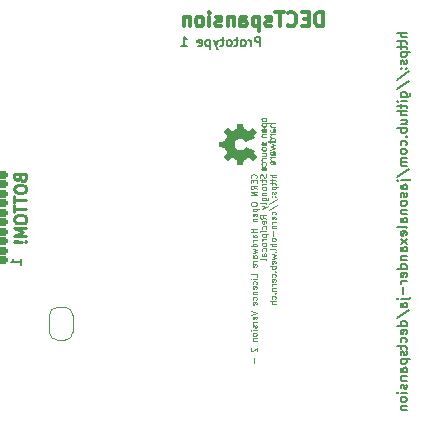
<source format=gbo>
G04 #@! TF.GenerationSoftware,KiCad,Pcbnew,9.0.3*
G04 #@! TF.CreationDate,2025-07-23T07:51:35+01:00*
G04 #@! TF.ProjectId,dectspansion,64656374-7370-4616-9e73-696f6e2e6b69,Prototype 1*
G04 #@! TF.SameCoordinates,Original*
G04 #@! TF.FileFunction,Legend,Bot*
G04 #@! TF.FilePolarity,Positive*
%FSLAX46Y46*%
G04 Gerber Fmt 4.6, Leading zero omitted, Abs format (unit mm)*
G04 Created by KiCad (PCBNEW 9.0.3) date 2025-07-23 07:51:35*
%MOMM*%
%LPD*%
G01*
G04 APERTURE LIST*
G04 Aperture macros list*
%AMRoundRect*
0 Rectangle with rounded corners*
0 $1 Rounding radius*
0 $2 $3 $4 $5 $6 $7 $8 $9 X,Y pos of 4 corners*
0 Add a 4 corners polygon primitive as box body*
4,1,4,$2,$3,$4,$5,$6,$7,$8,$9,$2,$3,0*
0 Add four circle primitives for the rounded corners*
1,1,$1+$1,$2,$3*
1,1,$1+$1,$4,$5*
1,1,$1+$1,$6,$7*
1,1,$1+$1,$8,$9*
0 Add four rect primitives between the rounded corners*
20,1,$1+$1,$2,$3,$4,$5,0*
20,1,$1+$1,$4,$5,$6,$7,0*
20,1,$1+$1,$6,$7,$8,$9,0*
20,1,$1+$1,$8,$9,$2,$3,0*%
%AMFreePoly0*
4,1,23,0.500000,-0.750000,0.000000,-0.750000,0.000000,-0.745722,-0.065263,-0.745722,-0.191342,-0.711940,-0.304381,-0.646677,-0.396677,-0.554381,-0.461940,-0.441342,-0.495722,-0.315263,-0.495722,-0.250000,-0.500000,-0.250000,-0.500000,0.250000,-0.495722,0.250000,-0.495722,0.315263,-0.461940,0.441342,-0.396677,0.554381,-0.304381,0.646677,-0.191342,0.711940,-0.065263,0.745722,0.000000,0.745722,
0.000000,0.750000,0.500000,0.750000,0.500000,-0.750000,0.500000,-0.750000,$1*%
%AMFreePoly1*
4,1,23,0.000000,0.745722,0.065263,0.745722,0.191342,0.711940,0.304381,0.646677,0.396677,0.554381,0.461940,0.441342,0.495722,0.315263,0.495722,0.250000,0.500000,0.250000,0.500000,-0.250000,0.495722,-0.250000,0.495722,-0.315263,0.461940,-0.441342,0.396677,-0.554381,0.304381,-0.646677,0.191342,-0.711940,0.065263,-0.745722,0.000000,-0.745722,0.000000,-0.750000,-0.500000,-0.750000,
-0.500000,0.750000,0.000000,0.750000,0.000000,0.745722,0.000000,0.745722,$1*%
G04 Aperture macros list end*
%ADD10C,0.000000*%
%ADD11C,0.200000*%
%ADD12C,0.062500*%
%ADD13C,0.300000*%
%ADD14C,0.250000*%
%ADD15C,0.120000*%
%ADD16C,1.900000*%
%ADD17RoundRect,0.150000X-1.600000X-0.150000X1.600000X-0.150000X1.600000X0.150000X-1.600000X0.150000X0*%
%ADD18RoundRect,0.150000X-1.200000X-0.150000X1.200000X-0.150000X1.200000X0.150000X-1.200000X0.150000X0*%
%ADD19C,0.700000*%
%ADD20C,4.400000*%
%ADD21R,1.700000X1.700000*%
%ADD22C,1.700000*%
%ADD23FreePoly0,270.000000*%
%ADD24FreePoly1,270.000000*%
G04 APERTURE END LIST*
D10*
G36*
X124139549Y-93386327D02*
G01*
X124149246Y-93398101D01*
X124158265Y-93410104D01*
X124166608Y-93422328D01*
X124174276Y-93434767D01*
X124181270Y-93447412D01*
X124187592Y-93460258D01*
X124193242Y-93473298D01*
X124198223Y-93486524D01*
X124202536Y-93499930D01*
X124206181Y-93513509D01*
X124209161Y-93527254D01*
X124211476Y-93541158D01*
X124213129Y-93555214D01*
X124214119Y-93569415D01*
X124214449Y-93583755D01*
X124213826Y-93604186D01*
X124211973Y-93623955D01*
X124208910Y-93642972D01*
X124204656Y-93661147D01*
X124199233Y-93678387D01*
X124192662Y-93694604D01*
X124184962Y-93709706D01*
X124180695Y-93716811D01*
X124176154Y-93723603D01*
X124171341Y-93730072D01*
X124166258Y-93736205D01*
X124160909Y-93741991D01*
X124155296Y-93747420D01*
X124149421Y-93752479D01*
X124143288Y-93757158D01*
X124136897Y-93761445D01*
X124130253Y-93765329D01*
X124123358Y-93768798D01*
X124116213Y-93771841D01*
X124108823Y-93774447D01*
X124101189Y-93776605D01*
X124093314Y-93778303D01*
X124085200Y-93779530D01*
X124076850Y-93780275D01*
X124068267Y-93780525D01*
X124054239Y-93780060D01*
X124040637Y-93778644D01*
X124027517Y-93776248D01*
X124021155Y-93774674D01*
X124014934Y-93772844D01*
X124008861Y-93770755D01*
X124002942Y-93768403D01*
X123997186Y-93765784D01*
X123991597Y-93762895D01*
X123986185Y-93759732D01*
X123980955Y-93756291D01*
X123975914Y-93752570D01*
X123971069Y-93748564D01*
X123966427Y-93744269D01*
X123961995Y-93739682D01*
X123957780Y-93734800D01*
X123953788Y-93729619D01*
X123950027Y-93724134D01*
X123946504Y-93718344D01*
X123943225Y-93712243D01*
X123940197Y-93705828D01*
X123937427Y-93699096D01*
X123934922Y-93692044D01*
X123932689Y-93684666D01*
X123930734Y-93676960D01*
X123929065Y-93668923D01*
X123927689Y-93660550D01*
X123926612Y-93651838D01*
X123925842Y-93642783D01*
X123920259Y-93564070D01*
X123919356Y-93555490D01*
X123918084Y-93547654D01*
X123916467Y-93540534D01*
X123914529Y-93534105D01*
X123912295Y-93528340D01*
X123911075Y-93525699D01*
X123909791Y-93523213D01*
X123908444Y-93520881D01*
X123907039Y-93518699D01*
X123905579Y-93516664D01*
X123904066Y-93514771D01*
X123902504Y-93513019D01*
X123900896Y-93511403D01*
X123897553Y-93508569D01*
X123894063Y-93506242D01*
X123890449Y-93504397D01*
X123886736Y-93503007D01*
X123882949Y-93502047D01*
X123879114Y-93501490D01*
X123875253Y-93501310D01*
X123872207Y-93501371D01*
X123869213Y-93501557D01*
X123866274Y-93501870D01*
X123863393Y-93502315D01*
X123860573Y-93502895D01*
X123857816Y-93503614D01*
X123855126Y-93504475D01*
X123852505Y-93505482D01*
X123849957Y-93506639D01*
X123847484Y-93507949D01*
X123845089Y-93509415D01*
X123842776Y-93511042D01*
X123840547Y-93512833D01*
X123838405Y-93514792D01*
X123836354Y-93516921D01*
X123834395Y-93519226D01*
X123832532Y-93521709D01*
X123830768Y-93524374D01*
X123829106Y-93527224D01*
X123827549Y-93530263D01*
X123826100Y-93533496D01*
X123824761Y-93536924D01*
X123823535Y-93540553D01*
X123822427Y-93544385D01*
X123821437Y-93548424D01*
X123820570Y-93552674D01*
X123819829Y-93557139D01*
X123819215Y-93561821D01*
X123818733Y-93566725D01*
X123818385Y-93571854D01*
X123818174Y-93577212D01*
X123818103Y-93582802D01*
X123818310Y-93592320D01*
X123818921Y-93601548D01*
X123819922Y-93610505D01*
X123821299Y-93619207D01*
X123823039Y-93627672D01*
X123825127Y-93635919D01*
X123827550Y-93643965D01*
X123830294Y-93651829D01*
X123833345Y-93659526D01*
X123836688Y-93667077D01*
X123840312Y-93674497D01*
X123844200Y-93681806D01*
X123848340Y-93689021D01*
X123852718Y-93696159D01*
X123857319Y-93703239D01*
X123862130Y-93710278D01*
X123792835Y-93769281D01*
X123785621Y-93760381D01*
X123778752Y-93751236D01*
X123772246Y-93741820D01*
X123766118Y-93732106D01*
X123760386Y-93722069D01*
X123755065Y-93711681D01*
X123750173Y-93700917D01*
X123745726Y-93689750D01*
X123741740Y-93678155D01*
X123738232Y-93666104D01*
X123735219Y-93653572D01*
X123732716Y-93640533D01*
X123730741Y-93626960D01*
X123729310Y-93612827D01*
X123728439Y-93598108D01*
X123728145Y-93582776D01*
X123728726Y-93564266D01*
X123730467Y-93546384D01*
X123733364Y-93529207D01*
X123737412Y-93512813D01*
X123742609Y-93497281D01*
X123745636Y-93489863D01*
X123748948Y-93482689D01*
X123752545Y-93475770D01*
X123756427Y-93469116D01*
X123760592Y-93462736D01*
X123765041Y-93456639D01*
X123769772Y-93450836D01*
X123774786Y-93445337D01*
X123780081Y-93440151D01*
X123785658Y-93435288D01*
X123791515Y-93430758D01*
X123797653Y-93426570D01*
X123804070Y-93422735D01*
X123810766Y-93419262D01*
X123817741Y-93416161D01*
X123824995Y-93413442D01*
X123832526Y-93411114D01*
X123840334Y-93409187D01*
X123848418Y-93407672D01*
X123856779Y-93406578D01*
X123865415Y-93405914D01*
X123874327Y-93405690D01*
X123881865Y-93405859D01*
X123889199Y-93406362D01*
X123896329Y-93407191D01*
X123903253Y-93408340D01*
X123909969Y-93409803D01*
X123916478Y-93411571D01*
X123922778Y-93413638D01*
X123928867Y-93415998D01*
X123934746Y-93418644D01*
X123940412Y-93421567D01*
X123945865Y-93424763D01*
X123951103Y-93428224D01*
X123956127Y-93431942D01*
X123960934Y-93435912D01*
X123965523Y-93440126D01*
X123969894Y-93444577D01*
X123974046Y-93449259D01*
X123977977Y-93454165D01*
X123981686Y-93459287D01*
X123985173Y-93464619D01*
X123988436Y-93470155D01*
X123991474Y-93475886D01*
X123994286Y-93481807D01*
X123996872Y-93487910D01*
X123999229Y-93494189D01*
X124001358Y-93500637D01*
X124003257Y-93507246D01*
X124004925Y-93514010D01*
X124007563Y-93527976D01*
X124009264Y-93542480D01*
X124016752Y-93626829D01*
X124017366Y-93632892D01*
X124018180Y-93638753D01*
X124019217Y-93644384D01*
X124020502Y-93649760D01*
X124022056Y-93654854D01*
X124023904Y-93659642D01*
X124026069Y-93664097D01*
X124027277Y-93666192D01*
X124028573Y-93668193D01*
X124029959Y-93670099D01*
X124031439Y-93671905D01*
X124033016Y-93673608D01*
X124034692Y-93675205D01*
X124036470Y-93676693D01*
X124038353Y-93678069D01*
X124040345Y-93679329D01*
X124042447Y-93680470D01*
X124044664Y-93681490D01*
X124046997Y-93682383D01*
X124049450Y-93683148D01*
X124052025Y-93683782D01*
X124054726Y-93684280D01*
X124057555Y-93684640D01*
X124060515Y-93684858D01*
X124063610Y-93684932D01*
X124067330Y-93684817D01*
X124070934Y-93684476D01*
X124074423Y-93683913D01*
X124077795Y-93683133D01*
X124081052Y-93682139D01*
X124084192Y-93680938D01*
X124087215Y-93679532D01*
X124090122Y-93677927D01*
X124092912Y-93676127D01*
X124095586Y-93674136D01*
X124098142Y-93671960D01*
X124100581Y-93669602D01*
X124102902Y-93667067D01*
X124105106Y-93664359D01*
X124107193Y-93661483D01*
X124109161Y-93658443D01*
X124111011Y-93655245D01*
X124112743Y-93651892D01*
X124114357Y-93648388D01*
X124115852Y-93644739D01*
X124117229Y-93640949D01*
X124118486Y-93637021D01*
X124119625Y-93632962D01*
X124120644Y-93628775D01*
X124121544Y-93624465D01*
X124122325Y-93620035D01*
X124122986Y-93615492D01*
X124123527Y-93610838D01*
X124123948Y-93606080D01*
X124124249Y-93601220D01*
X124124430Y-93596264D01*
X124124490Y-93591216D01*
X124124249Y-93579486D01*
X124123528Y-93568173D01*
X124122327Y-93557255D01*
X124120648Y-93546711D01*
X124118492Y-93536517D01*
X124115859Y-93526654D01*
X124112752Y-93517097D01*
X124109171Y-93507826D01*
X124105118Y-93498819D01*
X124100593Y-93490053D01*
X124095598Y-93481507D01*
X124090134Y-93473158D01*
X124084202Y-93464986D01*
X124077803Y-93456967D01*
X124070939Y-93449080D01*
X124063610Y-93441303D01*
X124129173Y-93374787D01*
X124139549Y-93386327D01*
G37*
G36*
X124827250Y-94186841D02*
G01*
X124834800Y-94187381D01*
X124842218Y-94188277D01*
X124849497Y-94189525D01*
X124856630Y-94191123D01*
X124863607Y-94193067D01*
X124870422Y-94195354D01*
X124877066Y-94197980D01*
X124883532Y-94200943D01*
X124889811Y-94204239D01*
X124895897Y-94207865D01*
X124901780Y-94211817D01*
X124907453Y-94216092D01*
X124912908Y-94220688D01*
X124918137Y-94225600D01*
X124923132Y-94230826D01*
X124927886Y-94236362D01*
X124932390Y-94242205D01*
X124936637Y-94248351D01*
X124940619Y-94254798D01*
X124944327Y-94261542D01*
X124947755Y-94268581D01*
X124950893Y-94275909D01*
X124953735Y-94283525D01*
X124956272Y-94291425D01*
X124958496Y-94299606D01*
X124960400Y-94308065D01*
X124961975Y-94316798D01*
X124963214Y-94325801D01*
X124964108Y-94335073D01*
X124964651Y-94344609D01*
X124964834Y-94354406D01*
X124964657Y-94366158D01*
X124964126Y-94377191D01*
X124963235Y-94387534D01*
X124961981Y-94397213D01*
X124960358Y-94406256D01*
X124958364Y-94414691D01*
X124955993Y-94422543D01*
X124953242Y-94429842D01*
X124950106Y-94436614D01*
X124946580Y-94442887D01*
X124942662Y-94448687D01*
X124938346Y-94454043D01*
X124933629Y-94458981D01*
X124928505Y-94463529D01*
X124922971Y-94467714D01*
X124917023Y-94471564D01*
X124917023Y-94473416D01*
X124959198Y-94473416D01*
X124959198Y-94569036D01*
X124634978Y-94569036D01*
X124624226Y-94568801D01*
X124613922Y-94568102D01*
X124604060Y-94566947D01*
X124594632Y-94565343D01*
X124585632Y-94563300D01*
X124577052Y-94560824D01*
X124568885Y-94557925D01*
X124561125Y-94554610D01*
X124553764Y-94550887D01*
X124546795Y-94546764D01*
X124540212Y-94542250D01*
X124534006Y-94537353D01*
X124528172Y-94532080D01*
X124522702Y-94526439D01*
X124517589Y-94520440D01*
X124512826Y-94514089D01*
X124508406Y-94507395D01*
X124504323Y-94500366D01*
X124500568Y-94493011D01*
X124497135Y-94485336D01*
X124494018Y-94477351D01*
X124491208Y-94469063D01*
X124488699Y-94460480D01*
X124486484Y-94451611D01*
X124484556Y-94442463D01*
X124482908Y-94433045D01*
X124480423Y-94413431D01*
X124478974Y-94392832D01*
X124478503Y-94371313D01*
X124478725Y-94358181D01*
X124479406Y-94345484D01*
X124480563Y-94333216D01*
X124482217Y-94321374D01*
X124484387Y-94309954D01*
X124487092Y-94298952D01*
X124490352Y-94288364D01*
X124494186Y-94278186D01*
X124498614Y-94268415D01*
X124503654Y-94259046D01*
X124509326Y-94250075D01*
X124515650Y-94241498D01*
X124522646Y-94233311D01*
X124530331Y-94225512D01*
X124538726Y-94218094D01*
X124547850Y-94211055D01*
X124605001Y-94286038D01*
X124602505Y-94287638D01*
X124600112Y-94289280D01*
X124597819Y-94290967D01*
X124595627Y-94292703D01*
X124593532Y-94294492D01*
X124591533Y-94296338D01*
X124589630Y-94298243D01*
X124587819Y-94300212D01*
X124586101Y-94302248D01*
X124584473Y-94304356D01*
X124582933Y-94306537D01*
X124581481Y-94308797D01*
X124580115Y-94311138D01*
X124578833Y-94313564D01*
X124577633Y-94316080D01*
X124576515Y-94318688D01*
X124575476Y-94321392D01*
X124574515Y-94324195D01*
X124573631Y-94327102D01*
X124572822Y-94330116D01*
X124572086Y-94333241D01*
X124571422Y-94336480D01*
X124570829Y-94339837D01*
X124570305Y-94343315D01*
X124569457Y-94350649D01*
X124568866Y-94358513D01*
X124568521Y-94366935D01*
X124568408Y-94375944D01*
X124568599Y-94388314D01*
X124569183Y-94399776D01*
X124570180Y-94410346D01*
X124571608Y-94420039D01*
X124573487Y-94428869D01*
X124575836Y-94436852D01*
X124578673Y-94444003D01*
X124580281Y-94447272D01*
X124582018Y-94450338D01*
X124583887Y-94453203D01*
X124585890Y-94455870D01*
X124588030Y-94458340D01*
X124590308Y-94460616D01*
X124592727Y-94462698D01*
X124595290Y-94464590D01*
X124598000Y-94466292D01*
X124600857Y-94467808D01*
X124603865Y-94469137D01*
X124607026Y-94470284D01*
X124610343Y-94471249D01*
X124613818Y-94472034D01*
X124617452Y-94472641D01*
X124621250Y-94473073D01*
X124629342Y-94473416D01*
X124679004Y-94473416D01*
X124679004Y-94359142D01*
X124757691Y-94359142D01*
X124757691Y-94473442D01*
X124792378Y-94473442D01*
X124799130Y-94473362D01*
X124805508Y-94473118D01*
X124811523Y-94472705D01*
X124817184Y-94472119D01*
X124822502Y-94471356D01*
X124827489Y-94470410D01*
X124832153Y-94469277D01*
X124836507Y-94467952D01*
X124840559Y-94466431D01*
X124844321Y-94464710D01*
X124847804Y-94462782D01*
X124851017Y-94460645D01*
X124853971Y-94458293D01*
X124856676Y-94455721D01*
X124859144Y-94452925D01*
X124861385Y-94449901D01*
X124863408Y-94446643D01*
X124865225Y-94443148D01*
X124866846Y-94439409D01*
X124868281Y-94435424D01*
X124869541Y-94431187D01*
X124870637Y-94426693D01*
X124871579Y-94421938D01*
X124872377Y-94416917D01*
X124873584Y-94406060D01*
X124874343Y-94394085D01*
X124874736Y-94380954D01*
X124874849Y-94366630D01*
X124874525Y-94354968D01*
X124873578Y-94344206D01*
X124872043Y-94334326D01*
X124869957Y-94325305D01*
X124868718Y-94321111D01*
X124867354Y-94317124D01*
X124865871Y-94313341D01*
X124864271Y-94309761D01*
X124862561Y-94306381D01*
X124860744Y-94303197D01*
X124858824Y-94300209D01*
X124856807Y-94297412D01*
X124854697Y-94294804D01*
X124852498Y-94292383D01*
X124850215Y-94290147D01*
X124847852Y-94288092D01*
X124845413Y-94286216D01*
X124842904Y-94284517D01*
X124840328Y-94282992D01*
X124837690Y-94281638D01*
X124832246Y-94279434D01*
X124826609Y-94277886D01*
X124820813Y-94276972D01*
X124814894Y-94276672D01*
X124811678Y-94276749D01*
X124808535Y-94276980D01*
X124805468Y-94277367D01*
X124802477Y-94277909D01*
X124799565Y-94278608D01*
X124796734Y-94279464D01*
X124793986Y-94280478D01*
X124791322Y-94281651D01*
X124788745Y-94282983D01*
X124786256Y-94284475D01*
X124783858Y-94286127D01*
X124781551Y-94287941D01*
X124779339Y-94289917D01*
X124777222Y-94292055D01*
X124775204Y-94294357D01*
X124773285Y-94296823D01*
X124771468Y-94299453D01*
X124769754Y-94302249D01*
X124768145Y-94305211D01*
X124766644Y-94308340D01*
X124765253Y-94311636D01*
X124763972Y-94315101D01*
X124762804Y-94318734D01*
X124761751Y-94322537D01*
X124760815Y-94326509D01*
X124759998Y-94330653D01*
X124759301Y-94334969D01*
X124758726Y-94339456D01*
X124758276Y-94344116D01*
X124757952Y-94348950D01*
X124757757Y-94353959D01*
X124757691Y-94359142D01*
X124679004Y-94359142D01*
X124679004Y-94341283D01*
X124679192Y-94331856D01*
X124679749Y-94322720D01*
X124680666Y-94313876D01*
X124681932Y-94305324D01*
X124683538Y-94297065D01*
X124685474Y-94289099D01*
X124687731Y-94281427D01*
X124690298Y-94274048D01*
X124693165Y-94266965D01*
X124696324Y-94260177D01*
X124699763Y-94253685D01*
X124703474Y-94247490D01*
X124707447Y-94241591D01*
X124711671Y-94235990D01*
X124716137Y-94230687D01*
X124720835Y-94225683D01*
X124725755Y-94220978D01*
X124730888Y-94216572D01*
X124736224Y-94212467D01*
X124741752Y-94208662D01*
X124747464Y-94205159D01*
X124753349Y-94201957D01*
X124759398Y-94199058D01*
X124765600Y-94196462D01*
X124771946Y-94194169D01*
X124778427Y-94192180D01*
X124785031Y-94190496D01*
X124791751Y-94189116D01*
X124798575Y-94188043D01*
X124805494Y-94187275D01*
X124812498Y-94186814D01*
X124814894Y-94186762D01*
X124819578Y-94186660D01*
X124827250Y-94186841D01*
G37*
G36*
X123971746Y-91819328D02*
G01*
X124959198Y-91819328D01*
X124959198Y-91914922D01*
X124676226Y-91914922D01*
X124670241Y-91915039D01*
X124664418Y-91915387D01*
X124658758Y-91915962D01*
X124653263Y-91916758D01*
X124647935Y-91917771D01*
X124642776Y-91918996D01*
X124637788Y-91920428D01*
X124632973Y-91922063D01*
X124628332Y-91923895D01*
X124623867Y-91925920D01*
X124619581Y-91928133D01*
X124615475Y-91930529D01*
X124611551Y-91933104D01*
X124607811Y-91935852D01*
X124604256Y-91938769D01*
X124600889Y-91941850D01*
X124597712Y-91945090D01*
X124594726Y-91948484D01*
X124591934Y-91952029D01*
X124589336Y-91955718D01*
X124586936Y-91959547D01*
X124584734Y-91963511D01*
X124582733Y-91967606D01*
X124580935Y-91971826D01*
X124579342Y-91976167D01*
X124577954Y-91980625D01*
X124576776Y-91985193D01*
X124575807Y-91989868D01*
X124575050Y-91994645D01*
X124574507Y-91999518D01*
X124574180Y-92004484D01*
X124574071Y-92009537D01*
X124574180Y-92014505D01*
X124574507Y-92019392D01*
X124575050Y-92024192D01*
X124575807Y-92028901D01*
X124576776Y-92033512D01*
X124577954Y-92038022D01*
X124579342Y-92042425D01*
X124580935Y-92046716D01*
X124582733Y-92050890D01*
X124584734Y-92054943D01*
X124586936Y-92058870D01*
X124589336Y-92062664D01*
X124591933Y-92066322D01*
X124594726Y-92069838D01*
X124597712Y-92073208D01*
X124600889Y-92076427D01*
X124604256Y-92079488D01*
X124607810Y-92082389D01*
X124611551Y-92085123D01*
X124615475Y-92087685D01*
X124619581Y-92090071D01*
X124623867Y-92092276D01*
X124628332Y-92094294D01*
X124632973Y-92096121D01*
X124637788Y-92097752D01*
X124642776Y-92099181D01*
X124647935Y-92100404D01*
X124653263Y-92101416D01*
X124658758Y-92102212D01*
X124664418Y-92102786D01*
X124670241Y-92103135D01*
X124676226Y-92103252D01*
X124959197Y-92103252D01*
X124959197Y-92198820D01*
X124643391Y-92198820D01*
X124633439Y-92198575D01*
X124623784Y-92197854D01*
X124614429Y-92196674D01*
X124605373Y-92195052D01*
X124596619Y-92193004D01*
X124588167Y-92190550D01*
X124580019Y-92187705D01*
X124572175Y-92184487D01*
X124564638Y-92180914D01*
X124557407Y-92177003D01*
X124550485Y-92172771D01*
X124543873Y-92168235D01*
X124537572Y-92163414D01*
X124531583Y-92158323D01*
X124525907Y-92152981D01*
X124520545Y-92147404D01*
X124515499Y-92141611D01*
X124510770Y-92135618D01*
X124506359Y-92129443D01*
X124502267Y-92123103D01*
X124498495Y-92116616D01*
X124495045Y-92109998D01*
X124491919Y-92103267D01*
X124489116Y-92096441D01*
X124486638Y-92089536D01*
X124484487Y-92082570D01*
X124482663Y-92075561D01*
X124481169Y-92068525D01*
X124480004Y-92061481D01*
X124479171Y-92054445D01*
X124478670Y-92047434D01*
X124478502Y-92040466D01*
X124478722Y-92031070D01*
X124479382Y-92021854D01*
X124480481Y-92012825D01*
X124482019Y-92003988D01*
X124483997Y-91995348D01*
X124486414Y-91986912D01*
X124489270Y-91978683D01*
X124492565Y-91970669D01*
X124496299Y-91962875D01*
X124500473Y-91955305D01*
X124505085Y-91947966D01*
X124510136Y-91940863D01*
X124515626Y-91934002D01*
X124521554Y-91927387D01*
X124527921Y-91921025D01*
X124534727Y-91914922D01*
X124158224Y-91915266D01*
X124164415Y-91921978D01*
X124170326Y-91928767D01*
X124175940Y-91935643D01*
X124181241Y-91942619D01*
X124186213Y-91949704D01*
X124190839Y-91956910D01*
X124195102Y-91964247D01*
X124198987Y-91971728D01*
X124202476Y-91979362D01*
X124205554Y-91987161D01*
X124208203Y-91995136D01*
X124210407Y-92003297D01*
X124212151Y-92011657D01*
X124213416Y-92020225D01*
X124214188Y-92029013D01*
X124214448Y-92038032D01*
X124214372Y-92043430D01*
X124214145Y-92048736D01*
X124213770Y-92053948D01*
X124213251Y-92059068D01*
X124212590Y-92064096D01*
X124211791Y-92069031D01*
X124210857Y-92073875D01*
X124209791Y-92078626D01*
X124208595Y-92083286D01*
X124207274Y-92087853D01*
X124205830Y-92092330D01*
X124204266Y-92096715D01*
X124202585Y-92101009D01*
X124200791Y-92105212D01*
X124196873Y-92113346D01*
X124192539Y-92121117D01*
X124187812Y-92128528D01*
X124182717Y-92135579D01*
X124177279Y-92142271D01*
X124171522Y-92148607D01*
X124165472Y-92154586D01*
X124159152Y-92160211D01*
X124152589Y-92165482D01*
X124146284Y-92170182D01*
X124139914Y-92174458D01*
X124133351Y-92178329D01*
X124126465Y-92181810D01*
X124119127Y-92184919D01*
X124111209Y-92187670D01*
X124102582Y-92190081D01*
X124093117Y-92192169D01*
X124082686Y-92193949D01*
X124071158Y-92195438D01*
X124058407Y-92196653D01*
X124044302Y-92197610D01*
X124011517Y-92198817D01*
X123971773Y-92199190D01*
X123950795Y-92199099D01*
X123931708Y-92198817D01*
X123914381Y-92198326D01*
X123898685Y-92197610D01*
X123884488Y-92196653D01*
X123871661Y-92195438D01*
X123860072Y-92193949D01*
X123849591Y-92192169D01*
X123840088Y-92190081D01*
X123835662Y-92188917D01*
X123831432Y-92187670D01*
X123827381Y-92186338D01*
X123823493Y-92184919D01*
X123819751Y-92183410D01*
X123816139Y-92181811D01*
X123809242Y-92178329D01*
X123802669Y-92174458D01*
X123796291Y-92170182D01*
X123789977Y-92165482D01*
X123783414Y-92160211D01*
X123777095Y-92154586D01*
X123771044Y-92148607D01*
X123765288Y-92142271D01*
X123759850Y-92135579D01*
X123754755Y-92128528D01*
X123750027Y-92121117D01*
X123745693Y-92113346D01*
X123741776Y-92105212D01*
X123738301Y-92096715D01*
X123735292Y-92087854D01*
X123732775Y-92078626D01*
X123730775Y-92069031D01*
X123729315Y-92059068D01*
X123728421Y-92048736D01*
X123728118Y-92038032D01*
X123728379Y-92028952D01*
X123729148Y-92019995D01*
X123730410Y-92011176D01*
X123730849Y-92008981D01*
X123823685Y-92008981D01*
X123823900Y-92017167D01*
X123824534Y-92024869D01*
X123825576Y-92032100D01*
X123827010Y-92038876D01*
X123828823Y-92045211D01*
X123831003Y-92051120D01*
X123833535Y-92056618D01*
X123836406Y-92061720D01*
X123839602Y-92066440D01*
X123843109Y-92070794D01*
X123846915Y-92074795D01*
X123851006Y-92078459D01*
X123855368Y-92081800D01*
X123859987Y-92084834D01*
X123864850Y-92087574D01*
X123869944Y-92090036D01*
X123875255Y-92092235D01*
X123880770Y-92094185D01*
X123892354Y-92097397D01*
X123904590Y-92099791D01*
X123917369Y-92101485D01*
X123930582Y-92102597D01*
X123944122Y-92103246D01*
X123971746Y-92103623D01*
X123985441Y-92103548D01*
X123999050Y-92103246D01*
X124012461Y-92102597D01*
X124025566Y-92101485D01*
X124038254Y-92099791D01*
X124044407Y-92098689D01*
X124050415Y-92097397D01*
X124056264Y-92095900D01*
X124061940Y-92094185D01*
X124067429Y-92092235D01*
X124072718Y-92090036D01*
X124077793Y-92087574D01*
X124082640Y-92084834D01*
X124087245Y-92081800D01*
X124091595Y-92078459D01*
X124095676Y-92074795D01*
X124099475Y-92070794D01*
X124102976Y-92066440D01*
X124106168Y-92061720D01*
X124109035Y-92056618D01*
X124111565Y-92051120D01*
X124113743Y-92045211D01*
X124115556Y-92038876D01*
X124116990Y-92032100D01*
X124118032Y-92024869D01*
X124118666Y-92017167D01*
X124118881Y-92008981D01*
X124118653Y-92000879D01*
X124117980Y-91993257D01*
X124116879Y-91986099D01*
X124115365Y-91979392D01*
X124113455Y-91973121D01*
X124111166Y-91967272D01*
X124108513Y-91961828D01*
X124105513Y-91956778D01*
X124102182Y-91952104D01*
X124098537Y-91947794D01*
X124094593Y-91943832D01*
X124090368Y-91940203D01*
X124085876Y-91936894D01*
X124081136Y-91933890D01*
X124076162Y-91931175D01*
X124070972Y-91928736D01*
X124065581Y-91926558D01*
X124060006Y-91924626D01*
X124048369Y-91921443D01*
X124036190Y-91919069D01*
X124023601Y-91917389D01*
X124010732Y-91916285D01*
X123997713Y-91915641D01*
X123971746Y-91915266D01*
X123958655Y-91915340D01*
X123945474Y-91915642D01*
X123932331Y-91916287D01*
X123919356Y-91917392D01*
X123906677Y-91919074D01*
X123900489Y-91920168D01*
X123894424Y-91921449D01*
X123888497Y-91922934D01*
X123882725Y-91924635D01*
X123877125Y-91926567D01*
X123871711Y-91928746D01*
X123866500Y-91931186D01*
X123861508Y-91933901D01*
X123856752Y-91936906D01*
X123852248Y-91940215D01*
X123848011Y-91943843D01*
X123844058Y-91947806D01*
X123840405Y-91952116D01*
X123837068Y-91956789D01*
X123834063Y-91961839D01*
X123831407Y-91967281D01*
X123829114Y-91973130D01*
X123827203Y-91979400D01*
X123825688Y-91986105D01*
X123824586Y-91993261D01*
X123823913Y-92000881D01*
X123823685Y-92008981D01*
X123730849Y-92008981D01*
X123732145Y-92002509D01*
X123734335Y-91994006D01*
X123736964Y-91985682D01*
X123740013Y-91977550D01*
X123743464Y-91969624D01*
X123747299Y-91961918D01*
X123751501Y-91954445D01*
X123756052Y-91947218D01*
X123760934Y-91940252D01*
X123766130Y-91933560D01*
X123771620Y-91927156D01*
X123777388Y-91921053D01*
X123783416Y-91915266D01*
X123733753Y-91915266D01*
X123733753Y-91819328D01*
X123971746Y-91819328D01*
G37*
G36*
X124959198Y-92849007D02*
G01*
X124673369Y-92849007D01*
X124666987Y-92849140D01*
X124660834Y-92849534D01*
X124654907Y-92850181D01*
X124649206Y-92851072D01*
X124643728Y-92852199D01*
X124638471Y-92853554D01*
X124633434Y-92855129D01*
X124628616Y-92856916D01*
X124624014Y-92858905D01*
X124619627Y-92861090D01*
X124615453Y-92863461D01*
X124611490Y-92866011D01*
X124607737Y-92868731D01*
X124604193Y-92871613D01*
X124600855Y-92874648D01*
X124597721Y-92877830D01*
X124594791Y-92881148D01*
X124592061Y-92884596D01*
X124589532Y-92888164D01*
X124587200Y-92891845D01*
X124585065Y-92895630D01*
X124583124Y-92899512D01*
X124581376Y-92903481D01*
X124579819Y-92907530D01*
X124577272Y-92915833D01*
X124575470Y-92924356D01*
X124574398Y-92933032D01*
X124574044Y-92941796D01*
X124574122Y-92946270D01*
X124574359Y-92950568D01*
X124574761Y-92954712D01*
X124575334Y-92958724D01*
X124576082Y-92962626D01*
X124577012Y-92966441D01*
X124578129Y-92970189D01*
X124579438Y-92973893D01*
X124580946Y-92977576D01*
X124582657Y-92981258D01*
X124584578Y-92984962D01*
X124586713Y-92988710D01*
X124589069Y-92992525D01*
X124591650Y-92996426D01*
X124594463Y-93000438D01*
X124597513Y-93004582D01*
X124515042Y-93073902D01*
X124510925Y-93068422D01*
X124507015Y-93062871D01*
X124503319Y-93057243D01*
X124499845Y-93051533D01*
X124496602Y-93045736D01*
X124493597Y-93039846D01*
X124490840Y-93033856D01*
X124488339Y-93027763D01*
X124486101Y-93021559D01*
X124484134Y-93015239D01*
X124482448Y-93008798D01*
X124481049Y-93002231D01*
X124479948Y-92995530D01*
X124479150Y-92988692D01*
X124478666Y-92981710D01*
X124478503Y-92974578D01*
X124478723Y-92965181D01*
X124479382Y-92955968D01*
X124480481Y-92946946D01*
X124482019Y-92938125D01*
X124483997Y-92929511D01*
X124486414Y-92921114D01*
X124489270Y-92912941D01*
X124492566Y-92905002D01*
X124496300Y-92897305D01*
X124500473Y-92889857D01*
X124505085Y-92882668D01*
X124510136Y-92875745D01*
X124515626Y-92869097D01*
X124521555Y-92862732D01*
X124527921Y-92856659D01*
X124534727Y-92850885D01*
X124534727Y-92849007D01*
X124484138Y-92849007D01*
X124484138Y-92753439D01*
X124959198Y-92753439D01*
X124959198Y-92849007D01*
G37*
G36*
X124208787Y-94888018D02*
G01*
X123923010Y-94888018D01*
X123916624Y-94888151D01*
X123910467Y-94888545D01*
X123904537Y-94889191D01*
X123898832Y-94890081D01*
X123893352Y-94891207D01*
X123888093Y-94892561D01*
X123883055Y-94894135D01*
X123878235Y-94895919D01*
X123873632Y-94897907D01*
X123869245Y-94900090D01*
X123865071Y-94902459D01*
X123861109Y-94905007D01*
X123857356Y-94907725D01*
X123853812Y-94910605D01*
X123850475Y-94913639D01*
X123847343Y-94916818D01*
X123844414Y-94920135D01*
X123841686Y-94923581D01*
X123839158Y-94927147D01*
X123836828Y-94930827D01*
X123834694Y-94934611D01*
X123832755Y-94938491D01*
X123831008Y-94942459D01*
X123829453Y-94946508D01*
X123826909Y-94954810D01*
X123825109Y-94963334D01*
X123824039Y-94972013D01*
X123823686Y-94980781D01*
X123823763Y-94985259D01*
X123824001Y-94989560D01*
X123824402Y-94993707D01*
X123824974Y-94997720D01*
X123825722Y-95001623D01*
X123826651Y-95005437D01*
X123827766Y-95009185D01*
X123829073Y-95012888D01*
X123830578Y-95016569D01*
X123832286Y-95020250D01*
X123834202Y-95023953D01*
X123836333Y-95027699D01*
X123838682Y-95031512D01*
X123841256Y-95035412D01*
X123844061Y-95039423D01*
X123847101Y-95043567D01*
X123764631Y-95112914D01*
X123760514Y-95107425D01*
X123756604Y-95101867D01*
X123752907Y-95096235D01*
X123749434Y-95090522D01*
X123746190Y-95084724D01*
X123743186Y-95078834D01*
X123740429Y-95072846D01*
X123737927Y-95066754D01*
X123735689Y-95060553D01*
X123733723Y-95054237D01*
X123732036Y-95047799D01*
X123730638Y-95041235D01*
X123729536Y-95034538D01*
X123728739Y-95027701D01*
X123728255Y-95020721D01*
X123728092Y-95013590D01*
X123728311Y-95004193D01*
X123728971Y-94994979D01*
X123730070Y-94985956D01*
X123731608Y-94977132D01*
X123733586Y-94968516D01*
X123736003Y-94960117D01*
X123738859Y-94951942D01*
X123742154Y-94944001D01*
X123745889Y-94936301D01*
X123750062Y-94928851D01*
X123754674Y-94921659D01*
X123759725Y-94914734D01*
X123765215Y-94908085D01*
X123771143Y-94901718D01*
X123777510Y-94895644D01*
X123784316Y-94889871D01*
X123784316Y-94888018D01*
X123733727Y-94888018D01*
X123733727Y-94792424D01*
X124208787Y-94792424D01*
X124208787Y-94888018D01*
G37*
G36*
X124761279Y-93076233D02*
G01*
X124794288Y-93077440D01*
X124808480Y-93078398D01*
X124821303Y-93079614D01*
X124832888Y-93081104D01*
X124843366Y-93082885D01*
X124852867Y-93084974D01*
X124861522Y-93087387D01*
X124869460Y-93090140D01*
X124876813Y-93093251D01*
X124883710Y-93096735D01*
X124890282Y-93100610D01*
X124896660Y-93104891D01*
X124902974Y-93109595D01*
X124909537Y-93114865D01*
X124915857Y-93120488D01*
X124921907Y-93126465D01*
X124927664Y-93132798D01*
X124933102Y-93139486D01*
X124938197Y-93146534D01*
X124942924Y-93153940D01*
X124947258Y-93161708D01*
X124951176Y-93169838D01*
X124952970Y-93174039D01*
X124954651Y-93178332D01*
X124956215Y-93182716D01*
X124957659Y-93187191D01*
X124958980Y-93191758D01*
X124960176Y-93196417D01*
X124961242Y-93201169D01*
X124962176Y-93206012D01*
X124962975Y-93210947D01*
X124963636Y-93215976D01*
X124964155Y-93221097D01*
X124964530Y-93226311D01*
X124964757Y-93231618D01*
X124964833Y-93237018D01*
X124964572Y-93246099D01*
X124963801Y-93255056D01*
X124962537Y-93263877D01*
X124960799Y-93272546D01*
X124958605Y-93281050D01*
X124955973Y-93289376D01*
X124952921Y-93297509D01*
X124949468Y-93305436D01*
X124945630Y-93313144D01*
X124941426Y-93320618D01*
X124936875Y-93327844D01*
X124931994Y-93334809D01*
X124926802Y-93341500D01*
X124921316Y-93347902D01*
X124915554Y-93354001D01*
X124909535Y-93359785D01*
X124959198Y-93359785D01*
X124959198Y-93455352D01*
X124291998Y-93455352D01*
X124291998Y-93359785D01*
X124534727Y-93359785D01*
X124528536Y-93353073D01*
X124522626Y-93346284D01*
X124517012Y-93339407D01*
X124511710Y-93332432D01*
X124506739Y-93325347D01*
X124502113Y-93318141D01*
X124497849Y-93310803D01*
X124493965Y-93303323D01*
X124490475Y-93295689D01*
X124487398Y-93287890D01*
X124484749Y-93279915D01*
X124482544Y-93271753D01*
X124481359Y-93266069D01*
X124574044Y-93266069D01*
X124574272Y-93274171D01*
X124574945Y-93281794D01*
X124576047Y-93288951D01*
X124577562Y-93295658D01*
X124579473Y-93301929D01*
X124581764Y-93307779D01*
X124584418Y-93313222D01*
X124587420Y-93318273D01*
X124590753Y-93322946D01*
X124594401Y-93327257D01*
X124598346Y-93331219D01*
X124602574Y-93334847D01*
X124607068Y-93338156D01*
X124611811Y-93341161D01*
X124616787Y-93343875D01*
X124621980Y-93346314D01*
X124627373Y-93348492D01*
X124632951Y-93350424D01*
X124638696Y-93352125D01*
X124644593Y-93353608D01*
X124650625Y-93354889D01*
X124656775Y-93355982D01*
X124669368Y-93357662D01*
X124682241Y-93358766D01*
X124695263Y-93359410D01*
X124708303Y-93359711D01*
X124721232Y-93359785D01*
X124747502Y-93359410D01*
X124760642Y-93358766D01*
X124773614Y-93357662D01*
X124786288Y-93355982D01*
X124798537Y-93353608D01*
X124810231Y-93350424D01*
X124815829Y-93348492D01*
X124821241Y-93346314D01*
X124826449Y-93343875D01*
X124831438Y-93341161D01*
X124836192Y-93338156D01*
X124840694Y-93334847D01*
X124844928Y-93331219D01*
X124848879Y-93327257D01*
X124852530Y-93322946D01*
X124855865Y-93318273D01*
X124858868Y-93313222D01*
X124861523Y-93307779D01*
X124863814Y-93301929D01*
X124865724Y-93295658D01*
X124867238Y-93288951D01*
X124868339Y-93281794D01*
X124869011Y-93274171D01*
X124869239Y-93266069D01*
X124869025Y-93257883D01*
X124868390Y-93250182D01*
X124867349Y-93242951D01*
X124865915Y-93236175D01*
X124864101Y-93229840D01*
X124861922Y-93223930D01*
X124859390Y-93218432D01*
X124856520Y-93213330D01*
X124853324Y-93208610D01*
X124849817Y-93204257D01*
X124846011Y-93200256D01*
X124841921Y-93196592D01*
X124837560Y-93193250D01*
X124832942Y-93190217D01*
X124828080Y-93187476D01*
X124822987Y-93185014D01*
X124817677Y-93182816D01*
X124812164Y-93180866D01*
X124806462Y-93179150D01*
X124800583Y-93177654D01*
X124794542Y-93176362D01*
X124788352Y-93175259D01*
X124775578Y-93173565D01*
X124762371Y-93172453D01*
X124748839Y-93171805D01*
X124735089Y-93171502D01*
X124721232Y-93171428D01*
X124693911Y-93171805D01*
X124680492Y-93172453D01*
X124667381Y-93173565D01*
X124654688Y-93175259D01*
X124642523Y-93177654D01*
X124630995Y-93180866D01*
X124625504Y-93182816D01*
X124620214Y-93185014D01*
X124615138Y-93187476D01*
X124610290Y-93190217D01*
X124605683Y-93193250D01*
X124601332Y-93196592D01*
X124597251Y-93200256D01*
X124593452Y-93204257D01*
X124589950Y-93208610D01*
X124586758Y-93213330D01*
X124583890Y-93218432D01*
X124581360Y-93223930D01*
X124579182Y-93229840D01*
X124577369Y-93236175D01*
X124575935Y-93242951D01*
X124574893Y-93250182D01*
X124574259Y-93257883D01*
X124574044Y-93266069D01*
X124481359Y-93266069D01*
X124480801Y-93263394D01*
X124479535Y-93254825D01*
X124478764Y-93246037D01*
X124478503Y-93237018D01*
X124478806Y-93226311D01*
X124479698Y-93215976D01*
X124481155Y-93206012D01*
X124483153Y-93196417D01*
X124485667Y-93187191D01*
X124488672Y-93178332D01*
X124492144Y-93169838D01*
X124496058Y-93161708D01*
X124500390Y-93153940D01*
X124505116Y-93146534D01*
X124510211Y-93139486D01*
X124515650Y-93132798D01*
X124521410Y-93126465D01*
X124527464Y-93120488D01*
X124533790Y-93114865D01*
X124540362Y-93109595D01*
X124546667Y-93104891D01*
X124553035Y-93100610D01*
X124559596Y-93096735D01*
X124566480Y-93093251D01*
X124570083Y-93091650D01*
X124573815Y-93090140D01*
X124577692Y-93088720D01*
X124581731Y-93087387D01*
X124585947Y-93086139D01*
X124590357Y-93084974D01*
X124599821Y-93082885D01*
X124610253Y-93081104D01*
X124621783Y-93079614D01*
X124634539Y-93078398D01*
X124648650Y-93077440D01*
X124664246Y-93076724D01*
X124681455Y-93076233D01*
X124700407Y-93075951D01*
X124721232Y-93075860D01*
X124761279Y-93076233D01*
G37*
G36*
X123990510Y-95512208D02*
G01*
X124007500Y-95513177D01*
X124023660Y-95514762D01*
X124039008Y-95516941D01*
X124053563Y-95519690D01*
X124067343Y-95522985D01*
X124080368Y-95526802D01*
X124092654Y-95531117D01*
X124104222Y-95535908D01*
X124115090Y-95541149D01*
X124125275Y-95546819D01*
X124134798Y-95552892D01*
X124143675Y-95559345D01*
X124151925Y-95566155D01*
X124159568Y-95573298D01*
X124166622Y-95580751D01*
X124173104Y-95588488D01*
X124179034Y-95596488D01*
X124184430Y-95604726D01*
X124189311Y-95613178D01*
X124193695Y-95621821D01*
X124197601Y-95630632D01*
X124204051Y-95648660D01*
X124208810Y-95667073D01*
X124212027Y-95685681D01*
X124213848Y-95704295D01*
X124214422Y-95722726D01*
X124214156Y-95734636D01*
X124213349Y-95746465D01*
X124211988Y-95758196D01*
X124210059Y-95769811D01*
X124207547Y-95781295D01*
X124204440Y-95792631D01*
X124200723Y-95803802D01*
X124196384Y-95814791D01*
X124191407Y-95825582D01*
X124185780Y-95836159D01*
X124179489Y-95846504D01*
X124172519Y-95856601D01*
X124164858Y-95866433D01*
X124156491Y-95875984D01*
X124147406Y-95885237D01*
X124137587Y-95894176D01*
X124078585Y-95824829D01*
X124083888Y-95819427D01*
X124088899Y-95813784D01*
X124093611Y-95807920D01*
X124098017Y-95801854D01*
X124102111Y-95795609D01*
X124105884Y-95789203D01*
X124109331Y-95782657D01*
X124112445Y-95775993D01*
X124115218Y-95769230D01*
X124117643Y-95762389D01*
X124119715Y-95755490D01*
X124121425Y-95748554D01*
X124122767Y-95741601D01*
X124123734Y-95734652D01*
X124124319Y-95727728D01*
X124124516Y-95720847D01*
X124124401Y-95714749D01*
X124124055Y-95708761D01*
X124123479Y-95702888D01*
X124122673Y-95697137D01*
X124121636Y-95691512D01*
X124120370Y-95686019D01*
X124118874Y-95680663D01*
X124117149Y-95675451D01*
X124115195Y-95670387D01*
X124113011Y-95665476D01*
X124110598Y-95660726D01*
X124107957Y-95656140D01*
X124105087Y-95651724D01*
X124101989Y-95647484D01*
X124098662Y-95643426D01*
X124095108Y-95639554D01*
X124091325Y-95635875D01*
X124087315Y-95632393D01*
X124083077Y-95629114D01*
X124078612Y-95626044D01*
X124073919Y-95623188D01*
X124069000Y-95620552D01*
X124063854Y-95618141D01*
X124058481Y-95615961D01*
X124052882Y-95614016D01*
X124047056Y-95612313D01*
X124041004Y-95610857D01*
X124034726Y-95609653D01*
X124028223Y-95608708D01*
X124021493Y-95608026D01*
X124014539Y-95607612D01*
X124007359Y-95607473D01*
X124007359Y-95903568D01*
X123928646Y-95903568D01*
X123917267Y-95903304D01*
X123906158Y-95902521D01*
X123895324Y-95901233D01*
X123884773Y-95899455D01*
X123874509Y-95897200D01*
X123864540Y-95894482D01*
X123854870Y-95891317D01*
X123845506Y-95887717D01*
X123836453Y-95883696D01*
X123827719Y-95879270D01*
X123819308Y-95874452D01*
X123811227Y-95869256D01*
X123803482Y-95863696D01*
X123796078Y-95857787D01*
X123789023Y-95851543D01*
X123782321Y-95844976D01*
X123775979Y-95838103D01*
X123770002Y-95830937D01*
X123764398Y-95823491D01*
X123759171Y-95815780D01*
X123754328Y-95807819D01*
X123749874Y-95799621D01*
X123745816Y-95791200D01*
X123742160Y-95782571D01*
X123738912Y-95773748D01*
X123736077Y-95764744D01*
X123733662Y-95755573D01*
X123731672Y-95746251D01*
X123730115Y-95736791D01*
X123728995Y-95727207D01*
X123728318Y-95717513D01*
X123728091Y-95707724D01*
X123728091Y-95707723D01*
X123818077Y-95707723D01*
X123818189Y-95712950D01*
X123818525Y-95718084D01*
X123819085Y-95723121D01*
X123819867Y-95728057D01*
X123820871Y-95732889D01*
X123822095Y-95737611D01*
X123823540Y-95742219D01*
X123825203Y-95746709D01*
X123827085Y-95751077D01*
X123829184Y-95755318D01*
X123831500Y-95759429D01*
X123834031Y-95763405D01*
X123836778Y-95767241D01*
X123839738Y-95770934D01*
X123842912Y-95774479D01*
X123846298Y-95777871D01*
X123849895Y-95781107D01*
X123853703Y-95784183D01*
X123857721Y-95787094D01*
X123861949Y-95789835D01*
X123866384Y-95792403D01*
X123871026Y-95794793D01*
X123875876Y-95797001D01*
X123880930Y-95799022D01*
X123886190Y-95800853D01*
X123891654Y-95802489D01*
X123897320Y-95803926D01*
X123903189Y-95805160D01*
X123909260Y-95806186D01*
X123915531Y-95807000D01*
X123922002Y-95807597D01*
X123928672Y-95807974D01*
X123928672Y-95607473D01*
X123922002Y-95607764D01*
X123915531Y-95608286D01*
X123909260Y-95609035D01*
X123903189Y-95610006D01*
X123897320Y-95611194D01*
X123891653Y-95612594D01*
X123886190Y-95614202D01*
X123880930Y-95616012D01*
X123875875Y-95618020D01*
X123871026Y-95620221D01*
X123866384Y-95622610D01*
X123861948Y-95625182D01*
X123857721Y-95627933D01*
X123853703Y-95630858D01*
X123849895Y-95633951D01*
X123846298Y-95637209D01*
X123842912Y-95640626D01*
X123839738Y-95644197D01*
X123836778Y-95647918D01*
X123834031Y-95651784D01*
X123831500Y-95655790D01*
X123829184Y-95659931D01*
X123827085Y-95664203D01*
X123825203Y-95668600D01*
X123823540Y-95673118D01*
X123822095Y-95677753D01*
X123820871Y-95682498D01*
X123819867Y-95687349D01*
X123819085Y-95692303D01*
X123818525Y-95697353D01*
X123818189Y-95702494D01*
X123818077Y-95707723D01*
X123728091Y-95707723D01*
X123728810Y-95690381D01*
X123731030Y-95672926D01*
X123732733Y-95664209D01*
X123734846Y-95655528D01*
X123737381Y-95646904D01*
X123740351Y-95638357D01*
X123743768Y-95629910D01*
X123747642Y-95621583D01*
X123751986Y-95613398D01*
X123756811Y-95605376D01*
X123762131Y-95597538D01*
X123767955Y-95589906D01*
X123774296Y-95582501D01*
X123781167Y-95575343D01*
X123788578Y-95568455D01*
X123796542Y-95561857D01*
X123805070Y-95555570D01*
X123814174Y-95549617D01*
X123823866Y-95544018D01*
X123834158Y-95538794D01*
X123845062Y-95533967D01*
X123856590Y-95529558D01*
X123868752Y-95525588D01*
X123881562Y-95522079D01*
X123895031Y-95519051D01*
X123909170Y-95516526D01*
X123923992Y-95514525D01*
X123928672Y-95514086D01*
X123939509Y-95513069D01*
X123955731Y-95512181D01*
X123972672Y-95511880D01*
X123990510Y-95512208D01*
G37*
G36*
X124959198Y-93658288D02*
G01*
X124959198Y-93742611D01*
X124626537Y-93841935D01*
X124626537Y-93843813D01*
X124959198Y-93943138D01*
X124959198Y-94027514D01*
X124484138Y-94179279D01*
X124484138Y-94078049D01*
X124816772Y-93987218D01*
X124816772Y-93985286D01*
X124484138Y-93877548D01*
X124484138Y-93808201D01*
X124816772Y-93700462D01*
X124816772Y-93698584D01*
X124484138Y-93607673D01*
X124484138Y-93506496D01*
X124959198Y-93658288D01*
G37*
G36*
X124740847Y-94996588D02*
G01*
X124757841Y-94997557D01*
X124774005Y-94999142D01*
X124789357Y-95001321D01*
X124803916Y-95004070D01*
X124817700Y-95007365D01*
X124830727Y-95011182D01*
X124843017Y-95015497D01*
X124854588Y-95020288D01*
X124865458Y-95025529D01*
X124875646Y-95031199D01*
X124885170Y-95037272D01*
X124894049Y-95043725D01*
X124902301Y-95050535D01*
X124909946Y-95057678D01*
X124917000Y-95065130D01*
X124923484Y-95072868D01*
X124929415Y-95080868D01*
X124934812Y-95089106D01*
X124939694Y-95097558D01*
X124944079Y-95106201D01*
X124947985Y-95115012D01*
X124954436Y-95133040D01*
X124959196Y-95151453D01*
X124962412Y-95170061D01*
X124964233Y-95188675D01*
X124964807Y-95207106D01*
X124964542Y-95219016D01*
X124963735Y-95230843D01*
X124962374Y-95242571D01*
X124960444Y-95254184D01*
X124957933Y-95265664D01*
X124954826Y-95276997D01*
X124951109Y-95288164D01*
X124946769Y-95299151D01*
X124941793Y-95309940D01*
X124936165Y-95320515D01*
X124929874Y-95330860D01*
X124922905Y-95340958D01*
X124915243Y-95350793D01*
X124906877Y-95360348D01*
X124897791Y-95369608D01*
X124887972Y-95378555D01*
X124828917Y-95309208D01*
X124834229Y-95303806D01*
X124839247Y-95298162D01*
X124843963Y-95292295D01*
X124848372Y-95286227D01*
X124852467Y-95279978D01*
X124856240Y-95273569D01*
X124859686Y-95267020D01*
X124862797Y-95260353D01*
X124865567Y-95253588D01*
X124867990Y-95246745D01*
X124870058Y-95239846D01*
X124871765Y-95232912D01*
X124873104Y-95225961D01*
X124874069Y-95219017D01*
X124874653Y-95212099D01*
X124874849Y-95205227D01*
X124874733Y-95199129D01*
X124874388Y-95193141D01*
X124873812Y-95187268D01*
X124873005Y-95181516D01*
X124871969Y-95175892D01*
X124870703Y-95170399D01*
X124869208Y-95165043D01*
X124867483Y-95159831D01*
X124865528Y-95154766D01*
X124863345Y-95149856D01*
X124860933Y-95145106D01*
X124858292Y-95140520D01*
X124855423Y-95136104D01*
X124852326Y-95131864D01*
X124849000Y-95127806D01*
X124845447Y-95123934D01*
X124841666Y-95120255D01*
X124837657Y-95116773D01*
X124833421Y-95113494D01*
X124828957Y-95110424D01*
X124824267Y-95107568D01*
X124819350Y-95104932D01*
X124814206Y-95102521D01*
X124808836Y-95100341D01*
X124803239Y-95098396D01*
X124797417Y-95096693D01*
X124791368Y-95095237D01*
X124785094Y-95094033D01*
X124778594Y-95093088D01*
X124771869Y-95092405D01*
X124764919Y-95091992D01*
X124757744Y-95091853D01*
X124757744Y-95387895D01*
X124678977Y-95387895D01*
X124667603Y-95387632D01*
X124656499Y-95386849D01*
X124645670Y-95385563D01*
X124635122Y-95383786D01*
X124624862Y-95381534D01*
X124614896Y-95378819D01*
X124605229Y-95375656D01*
X124595868Y-95372059D01*
X124586818Y-95368043D01*
X124578086Y-95363620D01*
X124569678Y-95358806D01*
X124561599Y-95353614D01*
X124553856Y-95348058D01*
X124546454Y-95342153D01*
X124539400Y-95335912D01*
X124532699Y-95329350D01*
X124526358Y-95322480D01*
X124520383Y-95315317D01*
X124514779Y-95307874D01*
X124509553Y-95300167D01*
X124504710Y-95292208D01*
X124500257Y-95284012D01*
X124496200Y-95275593D01*
X124492544Y-95266965D01*
X124489296Y-95258142D01*
X124486461Y-95249138D01*
X124484047Y-95239968D01*
X124482057Y-95230644D01*
X124480499Y-95221182D01*
X124479379Y-95211595D01*
X124478703Y-95201898D01*
X124478476Y-95192104D01*
X124568408Y-95192104D01*
X124568521Y-95197330D01*
X124568857Y-95202465D01*
X124569418Y-95207503D01*
X124570201Y-95212440D01*
X124571206Y-95217272D01*
X124572431Y-95221995D01*
X124573877Y-95226605D01*
X124575542Y-95231097D01*
X124577426Y-95235466D01*
X124579526Y-95239709D01*
X124581844Y-95243822D01*
X124584377Y-95247799D01*
X124587125Y-95251637D01*
X124590087Y-95255331D01*
X124593262Y-95258877D01*
X124596649Y-95262271D01*
X124600248Y-95265509D01*
X124604057Y-95268585D01*
X124608076Y-95271497D01*
X124612303Y-95274238D01*
X124616739Y-95276806D01*
X124621381Y-95279196D01*
X124626230Y-95281404D01*
X124631284Y-95283425D01*
X124636543Y-95285255D01*
X124642005Y-95286889D01*
X124647670Y-95288324D01*
X124653536Y-95289555D01*
X124659604Y-95290578D01*
X124665871Y-95291388D01*
X124672338Y-95291982D01*
X124679004Y-95292354D01*
X124679004Y-95091853D01*
X124672338Y-95092144D01*
X124665871Y-95092667D01*
X124659604Y-95093416D01*
X124653536Y-95094387D01*
X124647669Y-95095574D01*
X124642005Y-95096975D01*
X124636543Y-95098582D01*
X124631284Y-95100392D01*
X124626230Y-95102400D01*
X124621381Y-95104601D01*
X124616739Y-95106990D01*
X124612303Y-95109562D01*
X124608076Y-95112313D01*
X124604057Y-95115238D01*
X124600248Y-95118331D01*
X124596649Y-95121589D01*
X124593262Y-95125006D01*
X124590087Y-95128577D01*
X124587125Y-95132298D01*
X124584377Y-95136164D01*
X124581844Y-95140170D01*
X124579526Y-95144312D01*
X124577426Y-95148583D01*
X124575542Y-95152981D01*
X124573877Y-95157499D01*
X124572431Y-95162133D01*
X124571206Y-95166878D01*
X124570201Y-95171730D01*
X124569418Y-95176683D01*
X124568857Y-95181733D01*
X124568521Y-95186875D01*
X124568408Y-95192104D01*
X124478476Y-95192104D01*
X124479195Y-95174770D01*
X124481413Y-95157321D01*
X124483114Y-95148607D01*
X124485226Y-95139928D01*
X124487760Y-95131305D01*
X124490728Y-95122760D01*
X124494142Y-95114313D01*
X124498014Y-95105987D01*
X124502356Y-95097802D01*
X124507180Y-95089780D01*
X124512496Y-95081941D01*
X124518318Y-95074308D01*
X124524657Y-95066902D01*
X124531525Y-95059743D01*
X124538934Y-95052853D01*
X124546895Y-95046254D01*
X124555421Y-95039966D01*
X124564523Y-95034011D01*
X124574213Y-95028410D01*
X124584503Y-95023185D01*
X124595405Y-95018356D01*
X124606930Y-95013946D01*
X124619091Y-95009974D01*
X124631899Y-95006463D01*
X124645366Y-95003434D01*
X124659505Y-95000908D01*
X124674326Y-94998906D01*
X124679004Y-94998467D01*
X124689841Y-94997450D01*
X124706064Y-94996561D01*
X124723004Y-94996259D01*
X124740847Y-94996588D01*
G37*
G36*
X124827250Y-92266310D02*
G01*
X124834800Y-92266850D01*
X124842218Y-92267745D01*
X124849497Y-92268993D01*
X124856630Y-92270591D01*
X124863607Y-92272534D01*
X124870422Y-92274820D01*
X124877066Y-92277446D01*
X124883532Y-92280407D01*
X124889811Y-92283702D01*
X124895897Y-92287327D01*
X124901780Y-92291278D01*
X124907453Y-92295552D01*
X124912908Y-92300146D01*
X124918137Y-92305058D01*
X124923132Y-92310282D01*
X124927886Y-92315817D01*
X124932390Y-92321658D01*
X124936637Y-92327804D01*
X124940619Y-92334250D01*
X124944327Y-92340993D01*
X124947755Y-92348029D01*
X124950893Y-92355357D01*
X124953735Y-92362972D01*
X124956272Y-92370871D01*
X124958496Y-92379051D01*
X124960400Y-92387509D01*
X124961975Y-92396241D01*
X124963214Y-92405245D01*
X124964108Y-92414516D01*
X124964651Y-92424052D01*
X124964834Y-92433849D01*
X124964657Y-92445605D01*
X124964126Y-92456641D01*
X124963235Y-92466986D01*
X124961981Y-92476666D01*
X124960358Y-92485710D01*
X124958364Y-92494144D01*
X124955993Y-92501995D01*
X124953242Y-92509292D01*
X124950106Y-92516061D01*
X124946580Y-92522330D01*
X124942662Y-92528127D01*
X124938346Y-92533478D01*
X124933629Y-92538412D01*
X124928505Y-92542955D01*
X124922971Y-92547135D01*
X124917023Y-92550980D01*
X124917023Y-92552859D01*
X124959198Y-92552859D01*
X124959198Y-92648452D01*
X124634978Y-92648452D01*
X124624226Y-92648218D01*
X124613922Y-92647519D01*
X124604060Y-92646364D01*
X124594632Y-92644761D01*
X124585632Y-92642718D01*
X124577052Y-92640243D01*
X124568885Y-92637344D01*
X124561125Y-92634030D01*
X124553764Y-92630308D01*
X124546795Y-92626186D01*
X124540212Y-92621673D01*
X124534006Y-92616776D01*
X124528172Y-92611504D01*
X124522702Y-92605864D01*
X124517589Y-92599865D01*
X124512826Y-92593515D01*
X124508406Y-92586822D01*
X124504323Y-92579793D01*
X124500568Y-92572438D01*
X124497135Y-92564764D01*
X124494018Y-92556779D01*
X124491208Y-92548491D01*
X124488699Y-92539908D01*
X124486484Y-92531038D01*
X124484556Y-92521890D01*
X124482908Y-92512471D01*
X124480423Y-92492855D01*
X124478974Y-92472252D01*
X124478503Y-92450729D01*
X124478725Y-92437594D01*
X124479406Y-92424893D01*
X124480563Y-92412625D01*
X124482217Y-92400783D01*
X124484387Y-92389365D01*
X124487092Y-92378365D01*
X124490352Y-92367780D01*
X124494186Y-92357606D01*
X124498614Y-92347838D01*
X124503654Y-92338473D01*
X124509326Y-92329506D01*
X124515650Y-92320933D01*
X124522646Y-92312749D01*
X124530331Y-92304952D01*
X124538726Y-92297536D01*
X124547850Y-92290498D01*
X124605001Y-92365454D01*
X124602505Y-92367054D01*
X124600112Y-92368696D01*
X124597819Y-92370384D01*
X124595627Y-92372122D01*
X124593532Y-92373912D01*
X124591533Y-92375759D01*
X124589630Y-92377666D01*
X124587819Y-92379637D01*
X124586101Y-92381675D01*
X124584473Y-92383784D01*
X124582933Y-92385968D01*
X124581481Y-92388230D01*
X124580115Y-92390573D01*
X124578833Y-92393002D01*
X124577633Y-92395520D01*
X124576515Y-92398130D01*
X124575476Y-92400837D01*
X124574515Y-92403643D01*
X124573631Y-92406552D01*
X124572822Y-92409569D01*
X124572086Y-92412696D01*
X124571422Y-92415937D01*
X124570829Y-92419295D01*
X124570305Y-92422775D01*
X124569457Y-92430114D01*
X124568866Y-92437980D01*
X124568521Y-92446403D01*
X124568408Y-92455413D01*
X124568599Y-92467778D01*
X124569183Y-92479236D01*
X124570180Y-92489803D01*
X124571608Y-92499493D01*
X124573487Y-92508320D01*
X124575836Y-92516301D01*
X124578673Y-92523451D01*
X124580281Y-92526718D01*
X124582018Y-92529784D01*
X124583887Y-92532649D01*
X124585890Y-92535315D01*
X124588030Y-92537785D01*
X124590308Y-92540060D01*
X124592727Y-92542142D01*
X124595290Y-92544033D01*
X124598000Y-92545736D01*
X124600857Y-92547251D01*
X124603865Y-92548580D01*
X124607026Y-92549727D01*
X124610343Y-92550692D01*
X124613818Y-92551477D01*
X124617452Y-92552084D01*
X124621250Y-92552516D01*
X124629342Y-92552859D01*
X124679004Y-92552859D01*
X124679004Y-92438559D01*
X124757691Y-92438559D01*
X124757691Y-92552859D01*
X124792378Y-92552859D01*
X124799130Y-92552778D01*
X124805508Y-92552534D01*
X124811523Y-92552121D01*
X124817184Y-92551535D01*
X124822502Y-92550772D01*
X124827489Y-92549826D01*
X124832153Y-92548693D01*
X124836507Y-92547369D01*
X124840559Y-92545848D01*
X124844321Y-92544126D01*
X124847804Y-92542199D01*
X124851017Y-92540061D01*
X124853971Y-92537709D01*
X124856676Y-92535137D01*
X124859144Y-92532342D01*
X124861385Y-92529317D01*
X124863408Y-92526060D01*
X124865225Y-92522564D01*
X124866846Y-92518826D01*
X124868281Y-92514840D01*
X124869541Y-92510603D01*
X124870637Y-92506109D01*
X124871579Y-92501354D01*
X124872377Y-92496334D01*
X124873584Y-92485477D01*
X124874343Y-92473501D01*
X124874736Y-92460370D01*
X124874849Y-92446046D01*
X124874525Y-92434379D01*
X124873578Y-92423614D01*
X124872043Y-92413730D01*
X124869957Y-92404706D01*
X124868718Y-92400510D01*
X124867354Y-92396522D01*
X124865871Y-92392739D01*
X124864271Y-92389158D01*
X124862561Y-92385776D01*
X124860744Y-92382592D01*
X124858824Y-92379602D01*
X124856807Y-92376805D01*
X124854697Y-92374197D01*
X124852498Y-92371775D01*
X124850215Y-92369538D01*
X124847852Y-92367483D01*
X124845413Y-92365607D01*
X124842904Y-92363908D01*
X124840328Y-92362382D01*
X124837690Y-92361028D01*
X124832246Y-92358824D01*
X124826609Y-92357276D01*
X124820813Y-92356362D01*
X124814894Y-92356062D01*
X124811678Y-92356139D01*
X124808535Y-92356370D01*
X124805468Y-92356757D01*
X124802477Y-92357299D01*
X124799565Y-92357998D01*
X124796734Y-92358854D01*
X124793986Y-92359869D01*
X124791322Y-92361041D01*
X124788745Y-92362374D01*
X124786256Y-92363866D01*
X124783858Y-92365518D01*
X124781551Y-92367332D01*
X124779339Y-92369309D01*
X124777222Y-92371447D01*
X124775204Y-92373750D01*
X124773285Y-92376216D01*
X124771468Y-92378847D01*
X124769754Y-92381644D01*
X124768145Y-92384607D01*
X124766644Y-92387737D01*
X124765253Y-92391034D01*
X124763972Y-92394499D01*
X124762804Y-92398134D01*
X124761751Y-92401938D01*
X124760815Y-92405912D01*
X124759998Y-92410057D01*
X124759301Y-92414374D01*
X124758726Y-92418864D01*
X124758276Y-92423526D01*
X124757952Y-92428362D01*
X124757757Y-92433373D01*
X124757691Y-92438559D01*
X124679004Y-92438559D01*
X124679004Y-92420726D01*
X124679192Y-92411297D01*
X124679749Y-92402159D01*
X124680666Y-92393314D01*
X124681932Y-92384761D01*
X124683538Y-92376501D01*
X124685474Y-92368534D01*
X124687731Y-92360862D01*
X124690298Y-92353484D01*
X124693165Y-92346402D01*
X124696324Y-92339615D01*
X124699763Y-92333124D01*
X124703474Y-92326930D01*
X124707447Y-92321032D01*
X124711671Y-92315433D01*
X124716137Y-92310132D01*
X124720835Y-92305129D01*
X124725755Y-92300426D01*
X124730888Y-92296022D01*
X124736224Y-92291919D01*
X124741752Y-92288116D01*
X124747464Y-92284615D01*
X124753349Y-92281415D01*
X124759398Y-92278518D01*
X124765600Y-92275923D01*
X124771946Y-92273632D01*
X124778427Y-92271645D01*
X124785031Y-92269962D01*
X124791751Y-92268584D01*
X124798575Y-92267511D01*
X124805494Y-92266744D01*
X124812498Y-92266283D01*
X124814894Y-92266231D01*
X124819578Y-92266130D01*
X124827250Y-92266310D01*
G37*
G36*
X124059486Y-94308402D02*
G01*
X124069140Y-94309123D01*
X124078496Y-94310304D01*
X124087551Y-94311928D01*
X124096306Y-94313978D01*
X124104758Y-94316436D01*
X124112906Y-94319285D01*
X124120750Y-94322508D01*
X124128287Y-94326088D01*
X124135517Y-94330008D01*
X124142439Y-94334251D01*
X124149051Y-94338799D01*
X124155353Y-94343635D01*
X124161342Y-94348742D01*
X124167018Y-94354104D01*
X124172380Y-94359702D01*
X124177426Y-94365519D01*
X124182155Y-94371539D01*
X124186566Y-94377744D01*
X124190658Y-94384118D01*
X124194429Y-94390642D01*
X124197879Y-94397300D01*
X124201006Y-94404075D01*
X124203809Y-94410949D01*
X124206286Y-94417906D01*
X124208437Y-94424927D01*
X124211756Y-94439097D01*
X124213754Y-94453322D01*
X124214254Y-94460411D01*
X124214422Y-94467463D01*
X124214202Y-94476688D01*
X124213542Y-94485751D01*
X124212444Y-94494643D01*
X124210905Y-94503355D01*
X124208928Y-94511875D01*
X124206511Y-94520196D01*
X124203654Y-94528306D01*
X124200359Y-94536195D01*
X124196625Y-94543855D01*
X124192452Y-94551274D01*
X124187839Y-94558444D01*
X124182788Y-94565355D01*
X124177299Y-94571996D01*
X124171370Y-94578357D01*
X124165003Y-94584430D01*
X124158198Y-94590203D01*
X124158198Y-94592055D01*
X124208839Y-94592055D01*
X124208839Y-94687596D01*
X123733727Y-94687596D01*
X123733727Y-94592055D01*
X124016699Y-94592055D01*
X124022679Y-94591938D01*
X124028498Y-94591590D01*
X124034155Y-94591015D01*
X124039647Y-94590219D01*
X124044972Y-94589207D01*
X124050129Y-94587984D01*
X124055115Y-94586555D01*
X124059930Y-94584924D01*
X124064570Y-94583097D01*
X124069034Y-94581078D01*
X124073320Y-94578873D01*
X124077427Y-94576487D01*
X124081351Y-94573924D01*
X124085092Y-94571190D01*
X124088648Y-94568289D01*
X124092016Y-94565227D01*
X124095194Y-94562008D01*
X124098182Y-94558637D01*
X124100976Y-94555120D01*
X124103575Y-94551461D01*
X124105977Y-94547665D01*
X124108180Y-94543738D01*
X124110183Y-94539684D01*
X124111982Y-94535508D01*
X124113577Y-94531215D01*
X124114966Y-94526811D01*
X124116146Y-94522299D01*
X124117116Y-94517686D01*
X124117874Y-94512976D01*
X124118417Y-94508174D01*
X124118745Y-94503285D01*
X124118854Y-94498313D01*
X124118745Y-94493263D01*
X124118417Y-94488299D01*
X124117874Y-94483428D01*
X124117116Y-94478653D01*
X124116146Y-94473979D01*
X124114966Y-94469411D01*
X124113577Y-94464955D01*
X124111982Y-94460614D01*
X124110183Y-94456394D01*
X124108180Y-94452300D01*
X124105977Y-94448335D01*
X124103575Y-94444506D01*
X124100976Y-94440817D01*
X124098182Y-94437272D01*
X124095194Y-94433877D01*
X124092016Y-94430636D01*
X124088648Y-94427555D01*
X124085092Y-94424637D01*
X124081351Y-94421888D01*
X124077427Y-94419313D01*
X124073320Y-94416916D01*
X124069034Y-94414702D01*
X124064570Y-94412676D01*
X124059930Y-94410843D01*
X124055115Y-94409208D01*
X124050129Y-94407775D01*
X124044972Y-94406550D01*
X124039647Y-94405536D01*
X124034155Y-94404739D01*
X124028498Y-94404164D01*
X124022679Y-94403816D01*
X124016699Y-94403699D01*
X123733727Y-94403699D01*
X123733727Y-94308158D01*
X124049534Y-94308158D01*
X124049534Y-94308157D01*
X124059486Y-94308402D01*
G37*
G36*
X124959198Y-94769591D02*
G01*
X124673369Y-94769591D01*
X124666987Y-94769724D01*
X124660834Y-94770117D01*
X124654907Y-94770763D01*
X124649206Y-94771653D01*
X124643728Y-94772780D01*
X124638471Y-94774134D01*
X124633434Y-94775707D01*
X124628616Y-94777492D01*
X124624014Y-94779479D01*
X124619627Y-94781662D01*
X124615453Y-94784031D01*
X124611490Y-94786579D01*
X124607737Y-94789297D01*
X124604193Y-94792177D01*
X124600855Y-94795211D01*
X124597721Y-94798390D01*
X124594791Y-94801707D01*
X124592061Y-94805153D01*
X124589532Y-94808720D01*
X124587200Y-94812399D01*
X124585065Y-94816183D01*
X124583124Y-94820063D01*
X124581376Y-94824032D01*
X124579819Y-94828080D01*
X124577272Y-94836383D01*
X124575470Y-94844907D01*
X124574398Y-94853585D01*
X124574044Y-94862353D01*
X124574122Y-94866831D01*
X124574359Y-94871133D01*
X124574761Y-94875279D01*
X124575334Y-94879292D01*
X124576082Y-94883195D01*
X124577012Y-94887009D01*
X124578129Y-94890757D01*
X124579438Y-94894460D01*
X124580946Y-94898141D01*
X124582657Y-94901822D01*
X124584578Y-94905525D01*
X124586713Y-94909271D01*
X124589069Y-94913084D01*
X124591650Y-94916985D01*
X124594463Y-94920996D01*
X124597513Y-94925139D01*
X124515042Y-94994486D01*
X124510925Y-94989005D01*
X124507015Y-94983452D01*
X124503319Y-94977822D01*
X124499845Y-94972110D01*
X124496602Y-94966309D01*
X124493597Y-94960415D01*
X124490840Y-94954423D01*
X124488339Y-94948326D01*
X124486101Y-94942121D01*
X124484134Y-94935800D01*
X124482448Y-94929359D01*
X124481049Y-94922792D01*
X124479948Y-94916094D01*
X124479150Y-94909260D01*
X124478666Y-94902285D01*
X124478503Y-94895162D01*
X124478723Y-94885765D01*
X124479382Y-94876553D01*
X124480481Y-94867533D01*
X124482019Y-94858712D01*
X124483997Y-94850101D01*
X124486414Y-94841706D01*
X124489270Y-94833536D01*
X124492566Y-94825599D01*
X124496300Y-94817904D01*
X124500473Y-94810459D01*
X124505085Y-94803272D01*
X124510136Y-94796351D01*
X124515626Y-94789705D01*
X124521555Y-94783341D01*
X124527921Y-94777269D01*
X124534727Y-94771496D01*
X124534727Y-94769591D01*
X124484138Y-94769591D01*
X124484138Y-94674050D01*
X124959198Y-94674050D01*
X124959198Y-94769591D01*
G37*
G36*
X123987649Y-95101843D02*
G01*
X124003000Y-95102752D01*
X124017754Y-95104244D01*
X124031918Y-95106300D01*
X124045496Y-95108902D01*
X124058496Y-95112031D01*
X124070924Y-95115668D01*
X124082787Y-95119794D01*
X124094091Y-95124391D01*
X124104841Y-95129440D01*
X124115046Y-95134923D01*
X124124710Y-95140820D01*
X124133841Y-95147113D01*
X124142444Y-95153784D01*
X124150527Y-95160813D01*
X124158095Y-95168182D01*
X124165155Y-95175872D01*
X124171714Y-95183864D01*
X124177777Y-95192140D01*
X124183351Y-95200682D01*
X124188442Y-95209469D01*
X124193057Y-95218484D01*
X124197203Y-95227708D01*
X124200885Y-95237123D01*
X124206884Y-95256447D01*
X124211105Y-95276308D01*
X124213601Y-95296555D01*
X124214422Y-95317040D01*
X124214020Y-95330393D01*
X124212838Y-95343394D01*
X124210906Y-95356041D01*
X124208256Y-95368334D01*
X124204920Y-95380269D01*
X124200929Y-95391847D01*
X124196316Y-95403064D01*
X124191112Y-95413920D01*
X124185348Y-95424413D01*
X124179057Y-95434541D01*
X124172270Y-95444303D01*
X124165018Y-95453697D01*
X124157334Y-95462722D01*
X124149249Y-95471376D01*
X124140795Y-95479657D01*
X124132004Y-95487564D01*
X124069219Y-95417290D01*
X124074564Y-95412780D01*
X124079694Y-95408035D01*
X124084590Y-95403062D01*
X124089235Y-95397868D01*
X124093610Y-95392460D01*
X124097699Y-95386844D01*
X124101483Y-95381029D01*
X124104944Y-95375020D01*
X124108065Y-95368825D01*
X124110828Y-95362450D01*
X124113214Y-95355903D01*
X124115207Y-95349190D01*
X124116787Y-95342319D01*
X124117939Y-95335296D01*
X124118348Y-95331730D01*
X124118642Y-95328129D01*
X124118821Y-95324493D01*
X124118881Y-95320823D01*
X124118751Y-95313627D01*
X124118361Y-95306619D01*
X124117706Y-95299803D01*
X124116786Y-95293181D01*
X124115596Y-95286756D01*
X124114134Y-95280530D01*
X124112397Y-95274506D01*
X124110383Y-95268687D01*
X124108088Y-95263074D01*
X124105511Y-95257672D01*
X124102648Y-95252481D01*
X124099497Y-95247506D01*
X124096054Y-95242747D01*
X124092318Y-95238209D01*
X124088285Y-95233894D01*
X124083953Y-95229804D01*
X124079318Y-95225941D01*
X124074379Y-95222309D01*
X124069133Y-95218910D01*
X124063576Y-95215746D01*
X124057706Y-95212821D01*
X124051520Y-95210137D01*
X124045016Y-95207696D01*
X124038190Y-95205500D01*
X124031041Y-95203554D01*
X124023564Y-95201858D01*
X124015759Y-95200416D01*
X124007621Y-95199231D01*
X123999148Y-95198305D01*
X123990338Y-95197640D01*
X123981187Y-95197239D01*
X123971693Y-95197104D01*
X123952896Y-95197639D01*
X123935480Y-95199230D01*
X123927283Y-95200415D01*
X123919422Y-95201856D01*
X123911896Y-95203551D01*
X123904700Y-95205497D01*
X123897832Y-95207691D01*
X123891290Y-95210131D01*
X123885069Y-95212815D01*
X123879168Y-95215739D01*
X123873583Y-95218902D01*
X123868311Y-95222300D01*
X123863350Y-95225932D01*
X123858696Y-95229794D01*
X123854347Y-95233883D01*
X123850300Y-95238198D01*
X123846552Y-95242736D01*
X123843099Y-95247494D01*
X123839939Y-95252469D01*
X123837070Y-95257660D01*
X123834487Y-95263063D01*
X123832189Y-95268676D01*
X123830172Y-95274496D01*
X123828434Y-95280520D01*
X123826971Y-95286747D01*
X123825780Y-95293174D01*
X123824205Y-95306615D01*
X123823685Y-95320823D01*
X123823924Y-95328129D01*
X123824628Y-95335297D01*
X123825779Y-95342321D01*
X123827360Y-95349194D01*
X123829352Y-95355908D01*
X123831739Y-95362457D01*
X123834501Y-95368833D01*
X123837622Y-95375030D01*
X123841084Y-95381040D01*
X123844868Y-95386856D01*
X123848956Y-95392471D01*
X123853332Y-95397879D01*
X123857977Y-95403072D01*
X123862873Y-95408043D01*
X123868002Y-95412784D01*
X123873348Y-95417290D01*
X123810562Y-95487564D01*
X123801757Y-95479652D01*
X123793292Y-95471367D01*
X123785197Y-95462710D01*
X123777506Y-95453683D01*
X123770249Y-95444286D01*
X123763457Y-95434523D01*
X123757163Y-95424394D01*
X123751398Y-95413900D01*
X123746193Y-95403045D01*
X123741579Y-95391828D01*
X123737589Y-95380252D01*
X123734254Y-95368319D01*
X123731605Y-95356029D01*
X123729674Y-95343385D01*
X123728987Y-95336931D01*
X123728492Y-95330388D01*
X123728192Y-95323758D01*
X123728091Y-95317040D01*
X123728913Y-95296555D01*
X123729949Y-95286392D01*
X123731411Y-95276308D01*
X123733306Y-95266320D01*
X123735640Y-95256447D01*
X123738419Y-95246708D01*
X123741650Y-95237123D01*
X123745339Y-95227708D01*
X123749493Y-95218484D01*
X123754119Y-95209469D01*
X123759222Y-95200682D01*
X123764811Y-95192140D01*
X123770890Y-95183864D01*
X123777466Y-95175872D01*
X123784547Y-95168182D01*
X123792138Y-95160813D01*
X123800246Y-95153784D01*
X123808878Y-95147113D01*
X123818039Y-95140820D01*
X123827738Y-95134923D01*
X123837979Y-95129440D01*
X123848770Y-95124391D01*
X123860117Y-95119794D01*
X123872026Y-95115668D01*
X123884505Y-95112031D01*
X123897559Y-95108902D01*
X123911196Y-95106300D01*
X123925421Y-95104244D01*
X123940241Y-95102752D01*
X123955663Y-95101843D01*
X123971693Y-95101536D01*
X123987649Y-95101843D01*
G37*
G36*
X122171019Y-91853803D02*
G01*
X122172030Y-91853828D01*
X122173037Y-91853903D01*
X122174040Y-91854026D01*
X122175037Y-91854197D01*
X122176026Y-91854413D01*
X122177006Y-91854674D01*
X122177974Y-91854978D01*
X122178931Y-91855325D01*
X122180801Y-91856140D01*
X122182604Y-91857108D01*
X122184326Y-91858221D01*
X122185958Y-91859468D01*
X122187485Y-91860840D01*
X122188896Y-91862326D01*
X122190180Y-91863916D01*
X122190769Y-91864747D01*
X122191323Y-91865601D01*
X122191838Y-91866476D01*
X122192313Y-91867371D01*
X122192747Y-91868285D01*
X122193139Y-91869216D01*
X122193487Y-91870164D01*
X122193789Y-91871126D01*
X122194043Y-91872102D01*
X122194249Y-91873091D01*
X122273201Y-92297350D01*
X122273406Y-92298347D01*
X122273657Y-92299346D01*
X122274292Y-92301346D01*
X122275094Y-92303338D01*
X122276053Y-92305308D01*
X122277157Y-92307244D01*
X122278393Y-92309132D01*
X122279751Y-92310959D01*
X122281218Y-92312713D01*
X122282783Y-92314380D01*
X122284434Y-92315948D01*
X122286160Y-92317403D01*
X122287950Y-92318733D01*
X122289790Y-92319925D01*
X122291671Y-92320965D01*
X122293580Y-92321840D01*
X122294541Y-92322213D01*
X122295505Y-92322539D01*
X122626367Y-92454989D01*
X122628249Y-92455809D01*
X122630242Y-92456493D01*
X122632329Y-92457042D01*
X122634492Y-92457458D01*
X122636715Y-92457741D01*
X122638980Y-92457894D01*
X122641270Y-92457916D01*
X122643568Y-92457810D01*
X122645856Y-92457577D01*
X122648117Y-92457217D01*
X122650334Y-92456733D01*
X122652490Y-92456124D01*
X122654567Y-92455393D01*
X122656548Y-92454540D01*
X122658416Y-92453567D01*
X122660154Y-92452476D01*
X123011335Y-92211493D01*
X123012182Y-92210944D01*
X123013054Y-92210438D01*
X123013950Y-92209974D01*
X123014867Y-92209553D01*
X123015803Y-92209174D01*
X123016758Y-92208837D01*
X123018711Y-92208288D01*
X123020712Y-92207906D01*
X123022744Y-92207689D01*
X123024793Y-92207635D01*
X123026843Y-92207743D01*
X123028879Y-92208011D01*
X123030884Y-92208439D01*
X123032844Y-92209025D01*
X123034742Y-92209767D01*
X123036565Y-92210664D01*
X123037442Y-92211170D01*
X123038295Y-92211715D01*
X123039121Y-92212297D01*
X123039918Y-92212917D01*
X123040685Y-92213576D01*
X123041418Y-92214271D01*
X123357940Y-92530845D01*
X123358633Y-92531577D01*
X123359289Y-92532341D01*
X123359907Y-92533135D01*
X123360488Y-92533959D01*
X123361030Y-92534809D01*
X123361535Y-92535685D01*
X123362001Y-92536583D01*
X123362429Y-92537502D01*
X123362819Y-92538441D01*
X123363169Y-92539397D01*
X123363753Y-92541353D01*
X123364180Y-92543355D01*
X123364448Y-92545387D01*
X123364557Y-92547435D01*
X123364503Y-92549483D01*
X123364288Y-92551515D01*
X123364118Y-92552520D01*
X123363908Y-92553515D01*
X123363656Y-92554500D01*
X123363362Y-92555470D01*
X123363027Y-92556425D01*
X123362649Y-92557363D01*
X123362230Y-92558281D01*
X123361768Y-92559179D01*
X123361264Y-92560053D01*
X123360718Y-92560902D01*
X123123942Y-92905866D01*
X123122867Y-92907600D01*
X123121924Y-92909458D01*
X123121113Y-92911423D01*
X123120434Y-92913478D01*
X123119889Y-92915605D01*
X123119478Y-92917788D01*
X123119200Y-92920010D01*
X123119057Y-92922253D01*
X123119049Y-92924501D01*
X123119176Y-92926737D01*
X123119439Y-92928943D01*
X123119838Y-92931103D01*
X123120374Y-92933200D01*
X123121047Y-92935216D01*
X123121857Y-92937134D01*
X123122804Y-92938939D01*
X123204032Y-93091074D01*
X123204466Y-93091981D01*
X123204849Y-93092897D01*
X123205179Y-93093818D01*
X123205458Y-93094744D01*
X123205686Y-93095673D01*
X123205864Y-93096604D01*
X123205992Y-93097534D01*
X123206072Y-93098463D01*
X123206103Y-93099389D01*
X123206086Y-93100309D01*
X123206022Y-93101223D01*
X123205911Y-93102129D01*
X123205754Y-93103025D01*
X123205552Y-93103910D01*
X123205305Y-93104782D01*
X123205014Y-93105639D01*
X123204679Y-93106481D01*
X123204301Y-93107304D01*
X123203881Y-93108108D01*
X123203418Y-93108892D01*
X123202915Y-93109652D01*
X123202371Y-93110389D01*
X123201787Y-93111100D01*
X123201163Y-93111783D01*
X123200500Y-93112438D01*
X123199800Y-93113062D01*
X123199061Y-93113654D01*
X123198285Y-93114213D01*
X123197473Y-93114736D01*
X123196625Y-93115222D01*
X123195742Y-93115670D01*
X123194824Y-93116077D01*
X122436872Y-93429767D01*
X122435929Y-93430132D01*
X122434972Y-93430449D01*
X122434002Y-93430719D01*
X122433022Y-93430942D01*
X122432032Y-93431118D01*
X122431036Y-93431249D01*
X122429029Y-93431376D01*
X122427015Y-93431327D01*
X122425009Y-93431107D01*
X122423024Y-93430721D01*
X122421076Y-93430174D01*
X122419179Y-93429470D01*
X122417348Y-93428614D01*
X122415595Y-93427612D01*
X122413938Y-93426467D01*
X122412388Y-93425184D01*
X122411659Y-93424493D01*
X122410962Y-93423769D01*
X122410299Y-93423013D01*
X122409672Y-93422226D01*
X122409084Y-93421408D01*
X122408535Y-93420559D01*
X122385225Y-93382486D01*
X122383480Y-93379738D01*
X122381488Y-93376808D01*
X122379293Y-93373749D01*
X122376937Y-93370616D01*
X122374465Y-93367462D01*
X122371920Y-93364340D01*
X122369345Y-93361304D01*
X122366784Y-93358409D01*
X122349532Y-93333209D01*
X122330801Y-93309159D01*
X122310656Y-93286323D01*
X122289162Y-93264768D01*
X122266384Y-93244560D01*
X122242388Y-93225763D01*
X122217239Y-93208445D01*
X122191001Y-93192670D01*
X122163742Y-93178505D01*
X122149749Y-93172047D01*
X122135525Y-93166015D01*
X122121078Y-93160419D01*
X122106416Y-93155267D01*
X122091547Y-93150566D01*
X122076480Y-93146325D01*
X122061222Y-93142552D01*
X122045783Y-93139256D01*
X122030169Y-93136444D01*
X122014389Y-93134125D01*
X121998452Y-93132307D01*
X121982364Y-93130998D01*
X121966136Y-93130207D01*
X121949774Y-93129941D01*
X121924298Y-93130585D01*
X121899156Y-93132497D01*
X121874380Y-93135646D01*
X121850000Y-93140000D01*
X121826049Y-93145528D01*
X121802556Y-93152200D01*
X121779553Y-93159984D01*
X121757072Y-93168848D01*
X121735142Y-93178763D01*
X121713796Y-93189697D01*
X121693064Y-93201618D01*
X121672978Y-93214495D01*
X121653569Y-93228298D01*
X121634867Y-93242996D01*
X121616904Y-93258556D01*
X121599711Y-93274949D01*
X121583319Y-93292143D01*
X121567759Y-93310106D01*
X121553062Y-93328808D01*
X121539260Y-93348218D01*
X121526383Y-93368305D01*
X121514463Y-93389036D01*
X121503530Y-93410382D01*
X121493616Y-93432311D01*
X121484752Y-93454792D01*
X121476969Y-93477794D01*
X121470298Y-93501286D01*
X121464770Y-93525237D01*
X121460416Y-93549615D01*
X121457268Y-93574389D01*
X121455356Y-93599529D01*
X121454712Y-93625003D01*
X121455356Y-93650477D01*
X121457268Y-93675616D01*
X121460416Y-93700390D01*
X121464770Y-93724768D01*
X121470298Y-93748718D01*
X121476969Y-93772209D01*
X121484752Y-93795210D01*
X121493616Y-93817690D01*
X121503530Y-93839618D01*
X121514463Y-93860963D01*
X121526383Y-93881694D01*
X121539260Y-93901779D01*
X121553062Y-93921188D01*
X121567759Y-93939889D01*
X121583319Y-93957851D01*
X121599711Y-93975043D01*
X121616904Y-93991435D01*
X121634867Y-94006994D01*
X121653569Y-94021690D01*
X121672978Y-94035492D01*
X121693064Y-94048369D01*
X121713796Y-94060289D01*
X121735142Y-94071221D01*
X121757072Y-94081135D01*
X121779553Y-94089999D01*
X121802556Y-94097782D01*
X121826049Y-94104453D01*
X121850000Y-94109981D01*
X121874380Y-94114334D01*
X121899156Y-94117482D01*
X121924298Y-94119394D01*
X121949774Y-94120038D01*
X121982364Y-94118982D01*
X122014389Y-94115856D01*
X122045783Y-94110726D01*
X122076480Y-94103658D01*
X122106416Y-94094718D01*
X122135525Y-94083971D01*
X122163742Y-94071482D01*
X122191001Y-94057319D01*
X122217238Y-94041545D01*
X122242388Y-94024227D01*
X122266384Y-94005431D01*
X122289162Y-93985222D01*
X122310656Y-93963666D01*
X122330801Y-93940828D01*
X122349532Y-93916774D01*
X122366784Y-93891570D01*
X122369345Y-93888691D01*
X122371920Y-93885666D01*
X122374465Y-93882550D01*
X122376937Y-93879400D01*
X122379293Y-93876268D01*
X122381488Y-93873212D01*
X122383480Y-93870287D01*
X122385225Y-93867546D01*
X122408535Y-93829473D01*
X122409084Y-93828629D01*
X122409672Y-93827815D01*
X122410299Y-93827032D01*
X122410962Y-93826279D01*
X122411659Y-93825558D01*
X122412388Y-93824870D01*
X122413148Y-93824214D01*
X122413938Y-93823591D01*
X122414754Y-93823003D01*
X122415595Y-93822449D01*
X122416461Y-93821931D01*
X122417348Y-93821448D01*
X122418254Y-93821002D01*
X122419179Y-93820593D01*
X122420121Y-93820221D01*
X122421076Y-93819888D01*
X122422045Y-93819594D01*
X122423024Y-93819339D01*
X122424013Y-93819125D01*
X122425009Y-93818951D01*
X122426010Y-93818818D01*
X122427015Y-93818728D01*
X122428022Y-93818680D01*
X122429029Y-93818675D01*
X122430034Y-93818714D01*
X122431036Y-93818798D01*
X122432032Y-93818926D01*
X122433022Y-93819100D01*
X122434002Y-93819321D01*
X122434972Y-93819588D01*
X122435929Y-93819902D01*
X122436872Y-93820265D01*
X123194850Y-94133929D01*
X123195768Y-94134336D01*
X123196651Y-94134784D01*
X123197499Y-94135270D01*
X123198311Y-94135792D01*
X123199086Y-94136350D01*
X123199824Y-94136941D01*
X123200524Y-94137565D01*
X123201185Y-94138219D01*
X123201808Y-94138902D01*
X123202392Y-94139612D01*
X123202935Y-94140348D01*
X123203438Y-94141107D01*
X123203899Y-94141890D01*
X123204319Y-94142693D01*
X123204696Y-94143516D01*
X123205030Y-94144357D01*
X123205321Y-94145213D01*
X123205567Y-94146085D01*
X123205769Y-94146969D01*
X123205926Y-94147865D01*
X123206036Y-94148771D01*
X123206100Y-94149685D01*
X123206117Y-94150606D01*
X123206087Y-94151531D01*
X123206008Y-94152461D01*
X123205880Y-94153392D01*
X123205703Y-94154324D01*
X123205477Y-94155254D01*
X123205199Y-94156182D01*
X123204871Y-94157105D01*
X123204490Y-94158022D01*
X123204058Y-94158932D01*
X123122831Y-94311067D01*
X123121883Y-94312876D01*
X123121072Y-94314798D01*
X123120398Y-94316816D01*
X123119861Y-94318914D01*
X123119460Y-94321074D01*
X123119196Y-94323281D01*
X123119067Y-94325516D01*
X123119074Y-94327763D01*
X123119216Y-94330005D01*
X123119492Y-94332225D01*
X123119904Y-94334406D01*
X123120449Y-94336532D01*
X123121129Y-94338585D01*
X123121942Y-94340549D01*
X123122889Y-94342406D01*
X123123968Y-94344140D01*
X123360744Y-94689131D01*
X123361291Y-94689977D01*
X123361795Y-94690849D01*
X123362256Y-94691745D01*
X123362676Y-94692662D01*
X123363053Y-94693598D01*
X123363388Y-94694552D01*
X123363934Y-94696505D01*
X123364314Y-94698505D01*
X123364530Y-94700537D01*
X123364583Y-94702584D01*
X123364475Y-94704632D01*
X123364206Y-94706664D01*
X123363779Y-94708666D01*
X123363195Y-94710621D01*
X123362455Y-94712515D01*
X123361561Y-94714331D01*
X123361057Y-94715206D01*
X123360514Y-94716055D01*
X123359933Y-94716877D01*
X123359315Y-94717670D01*
X123358659Y-94718432D01*
X123357966Y-94719161D01*
X123041445Y-95035735D01*
X123040711Y-95036433D01*
X123039945Y-95037093D01*
X123039147Y-95037716D01*
X123038321Y-95038300D01*
X123037469Y-95038846D01*
X123036591Y-95039354D01*
X123035690Y-95039823D01*
X123034769Y-95040254D01*
X123033828Y-95040646D01*
X123032870Y-95040998D01*
X123030910Y-95041585D01*
X123028905Y-95042014D01*
X123026870Y-95042283D01*
X123024820Y-95042391D01*
X123022771Y-95042336D01*
X123020738Y-95042117D01*
X123019733Y-95041945D01*
X123018737Y-95041732D01*
X123017754Y-95041478D01*
X123016784Y-95041181D01*
X123015830Y-95040842D01*
X123014893Y-95040462D01*
X123013976Y-95040038D01*
X123013081Y-95039573D01*
X123012208Y-95039064D01*
X123011362Y-95038513D01*
X122660180Y-94797504D01*
X122658442Y-94796421D01*
X122656574Y-94795456D01*
X122654593Y-94794609D01*
X122652516Y-94793882D01*
X122650360Y-94793277D01*
X122648143Y-94792794D01*
X122645882Y-94792435D01*
X122643594Y-94792202D01*
X122641296Y-94792096D01*
X122639006Y-94792118D01*
X122636741Y-94792269D01*
X122634518Y-94792552D01*
X122632355Y-94792966D01*
X122630268Y-94793514D01*
X122628275Y-94794198D01*
X122626393Y-94795017D01*
X122295531Y-94927467D01*
X122294567Y-94927795D01*
X122293606Y-94928169D01*
X122291697Y-94929046D01*
X122289817Y-94930086D01*
X122287976Y-94931276D01*
X122286187Y-94932603D01*
X122284461Y-94934054D01*
X122282809Y-94935617D01*
X122281244Y-94937280D01*
X122279777Y-94939029D01*
X122278419Y-94940852D01*
X122277183Y-94942736D01*
X122276080Y-94944668D01*
X122275121Y-94946636D01*
X122274318Y-94948628D01*
X122273979Y-94949628D01*
X122273683Y-94950630D01*
X122273432Y-94951630D01*
X122273227Y-94952629D01*
X122194275Y-95376889D01*
X122194069Y-95377875D01*
X122193815Y-95378849D01*
X122193513Y-95379810D01*
X122193165Y-95380756D01*
X122192774Y-95381686D01*
X122192339Y-95382599D01*
X122191864Y-95383493D01*
X122191349Y-95384367D01*
X122190796Y-95385221D01*
X122190206Y-95386052D01*
X122189581Y-95386860D01*
X122188923Y-95387642D01*
X122188232Y-95388399D01*
X122187511Y-95389129D01*
X122186761Y-95389830D01*
X122185984Y-95390501D01*
X122185181Y-95391142D01*
X122184353Y-95391750D01*
X122183502Y-95392325D01*
X122182630Y-95392864D01*
X122181738Y-95393368D01*
X122180827Y-95393835D01*
X122179900Y-95394263D01*
X122178957Y-95394651D01*
X122178001Y-95394999D01*
X122177032Y-95395304D01*
X122176052Y-95395565D01*
X122175063Y-95395782D01*
X122174067Y-95395953D01*
X122173064Y-95396076D01*
X122172056Y-95396151D01*
X122171045Y-95396177D01*
X121723396Y-95396230D01*
X121722383Y-95396207D01*
X121721374Y-95396134D01*
X121720370Y-95396013D01*
X121719373Y-95395845D01*
X121718384Y-95395630D01*
X121717404Y-95395371D01*
X121716436Y-95395069D01*
X121715480Y-95394724D01*
X121714538Y-95394338D01*
X121713612Y-95393912D01*
X121711813Y-95392946D01*
X121710093Y-95391835D01*
X121708464Y-95390591D01*
X121706939Y-95389222D01*
X121705529Y-95387738D01*
X121704245Y-95386151D01*
X121703100Y-95384468D01*
X121702583Y-95383595D01*
X121702105Y-95382702D01*
X121701668Y-95381790D01*
X121701273Y-95380861D01*
X121700921Y-95379915D01*
X121700613Y-95378955D01*
X121700353Y-95377981D01*
X121700140Y-95376994D01*
X121619257Y-94942046D01*
X121618793Y-94940052D01*
X121618154Y-94938048D01*
X121617351Y-94936047D01*
X121616395Y-94934061D01*
X121615298Y-94932105D01*
X121614070Y-94930192D01*
X121612724Y-94928334D01*
X121611270Y-94926545D01*
X121609719Y-94924838D01*
X121608083Y-94923227D01*
X121606373Y-94921724D01*
X121604601Y-94920343D01*
X121602777Y-94919097D01*
X121600913Y-94918000D01*
X121599021Y-94917063D01*
X121597111Y-94916302D01*
X121286067Y-94782978D01*
X121284205Y-94782115D01*
X121282231Y-94781389D01*
X121280163Y-94780800D01*
X121278018Y-94780347D01*
X121275813Y-94780029D01*
X121273564Y-94779844D01*
X121271289Y-94779791D01*
X121269005Y-94779869D01*
X121266728Y-94780078D01*
X121264476Y-94780416D01*
X121262266Y-94780882D01*
X121260115Y-94781475D01*
X121258040Y-94782194D01*
X121256057Y-94783038D01*
X121254184Y-94784005D01*
X121252438Y-94785095D01*
X120883080Y-95038513D01*
X120882233Y-95039060D01*
X120881361Y-95039564D01*
X120880466Y-95040027D01*
X120879550Y-95040447D01*
X120878614Y-95040825D01*
X120877660Y-95041162D01*
X120875708Y-95041710D01*
X120873710Y-95042094D01*
X120871679Y-95042313D01*
X120869633Y-95042369D01*
X120867585Y-95042264D01*
X120865553Y-95041998D01*
X120863550Y-95041572D01*
X120861592Y-95040988D01*
X120859695Y-95040247D01*
X120857875Y-95039350D01*
X120856998Y-95038844D01*
X120856146Y-95038298D01*
X120855320Y-95037715D01*
X120854523Y-95037093D01*
X120853757Y-95036433D01*
X120853023Y-95035735D01*
X120536502Y-94719214D01*
X120535804Y-94718480D01*
X120535144Y-94717714D01*
X120534521Y-94716918D01*
X120533937Y-94716093D01*
X120533391Y-94715241D01*
X120532883Y-94714365D01*
X120532413Y-94713466D01*
X120531983Y-94712546D01*
X120531591Y-94711607D01*
X120531239Y-94710651D01*
X120530651Y-94708696D01*
X120530223Y-94706696D01*
X120529954Y-94704665D01*
X120529846Y-94702620D01*
X120529901Y-94700576D01*
X120530120Y-94698548D01*
X120530292Y-94697545D01*
X120530505Y-94696551D01*
X120530759Y-94695569D01*
X120531056Y-94694601D01*
X120531394Y-94693648D01*
X120531775Y-94692713D01*
X120532198Y-94691797D01*
X120532664Y-94690902D01*
X120533173Y-94690030D01*
X120533724Y-94689184D01*
X120791640Y-94313343D01*
X120792727Y-94311605D01*
X120793695Y-94309735D01*
X120794542Y-94307751D01*
X120795269Y-94305671D01*
X120795872Y-94303512D01*
X120796352Y-94301292D01*
X120796707Y-94299028D01*
X120796935Y-94296737D01*
X120797036Y-94294437D01*
X120797008Y-94292146D01*
X120796851Y-94289881D01*
X120796562Y-94287659D01*
X120796142Y-94285498D01*
X120795588Y-94283416D01*
X120794899Y-94281429D01*
X120794074Y-94279556D01*
X120670646Y-93978037D01*
X120670305Y-93977078D01*
X120669919Y-93976122D01*
X120669488Y-93975170D01*
X120669015Y-93974225D01*
X120667949Y-93972356D01*
X120666732Y-93970527D01*
X120665379Y-93968750D01*
X120663902Y-93967035D01*
X120662314Y-93965394D01*
X120660628Y-93963839D01*
X120658858Y-93962379D01*
X120657016Y-93961028D01*
X120655116Y-93959795D01*
X120653170Y-93958693D01*
X120651192Y-93957732D01*
X120649194Y-93956924D01*
X120647190Y-93956280D01*
X120646190Y-93956023D01*
X120645193Y-93955812D01*
X120195322Y-93872071D01*
X120194333Y-93871863D01*
X120193357Y-93871606D01*
X120192395Y-93871303D01*
X120191447Y-93870955D01*
X120190516Y-93870562D01*
X120189602Y-93870128D01*
X120188707Y-93869652D01*
X120187832Y-93869137D01*
X120186979Y-93868585D01*
X120186147Y-93867996D01*
X120185340Y-93867372D01*
X120184557Y-93866715D01*
X120183800Y-93866026D01*
X120183071Y-93865307D01*
X120182370Y-93864559D01*
X120181699Y-93863783D01*
X120181060Y-93862981D01*
X120180452Y-93862156D01*
X120179878Y-93861307D01*
X120179339Y-93860437D01*
X120178836Y-93859546D01*
X120178371Y-93858638D01*
X120177943Y-93857712D01*
X120177556Y-93856771D01*
X120177209Y-93855817D01*
X120176905Y-93854849D01*
X120176644Y-93853871D01*
X120176428Y-93852883D01*
X120176257Y-93851887D01*
X120176134Y-93850885D01*
X120176059Y-93849878D01*
X120176034Y-93848867D01*
X120176034Y-93401192D01*
X120176059Y-93400184D01*
X120176134Y-93399179D01*
X120176257Y-93398179D01*
X120176428Y-93397185D01*
X120176644Y-93396199D01*
X120176905Y-93395222D01*
X120177209Y-93394256D01*
X120177556Y-93393303D01*
X120177943Y-93392363D01*
X120178371Y-93391439D01*
X120179339Y-93389643D01*
X120180452Y-93387925D01*
X120181699Y-93386299D01*
X120183071Y-93384777D01*
X120184557Y-93383369D01*
X120186147Y-93382089D01*
X120186979Y-93381500D01*
X120187832Y-93380948D01*
X120188707Y-93380433D01*
X120189602Y-93379958D01*
X120190516Y-93379523D01*
X120191447Y-93379131D01*
X120192395Y-93378783D01*
X120193357Y-93378479D01*
X120194333Y-93378223D01*
X120195322Y-93378015D01*
X120645193Y-93294300D01*
X120647190Y-93293832D01*
X120649194Y-93293189D01*
X120651192Y-93292382D01*
X120653170Y-93291423D01*
X120655116Y-93290322D01*
X120657016Y-93289091D01*
X120658858Y-93287741D01*
X120660628Y-93286284D01*
X120662314Y-93284729D01*
X120663902Y-93283089D01*
X120665379Y-93281374D01*
X120666732Y-93279596D01*
X120667949Y-93277766D01*
X120669015Y-93275895D01*
X120669919Y-93273995D01*
X120670646Y-93272076D01*
X120794074Y-92970530D01*
X120794899Y-92968652D01*
X120795588Y-92966661D01*
X120796142Y-92964575D01*
X120796563Y-92962412D01*
X120796851Y-92960188D01*
X120797008Y-92957921D01*
X120797036Y-92955629D01*
X120796935Y-92953329D01*
X120796707Y-92951038D01*
X120796352Y-92948775D01*
X120795872Y-92946556D01*
X120795269Y-92944399D01*
X120794542Y-92942322D01*
X120793695Y-92940342D01*
X120792727Y-92938476D01*
X120791640Y-92936743D01*
X120533724Y-92560929D01*
X120533173Y-92560080D01*
X120532664Y-92559205D01*
X120532198Y-92558308D01*
X120531775Y-92557390D01*
X120531394Y-92556452D01*
X120531056Y-92555497D01*
X120530505Y-92553542D01*
X120530120Y-92551541D01*
X120529901Y-92549509D01*
X120529846Y-92547462D01*
X120529954Y-92545414D01*
X120530223Y-92543382D01*
X120530652Y-92541380D01*
X120531239Y-92539424D01*
X120531983Y-92537529D01*
X120532883Y-92535711D01*
X120533391Y-92534836D01*
X120533937Y-92533985D01*
X120534521Y-92533162D01*
X120535144Y-92532367D01*
X120535804Y-92531603D01*
X120536502Y-92530872D01*
X120853023Y-92214324D01*
X120853757Y-92213628D01*
X120854523Y-92212970D01*
X120855320Y-92212349D01*
X120856146Y-92211766D01*
X120856998Y-92211221D01*
X120857875Y-92210714D01*
X120858775Y-92210246D01*
X120859695Y-92209816D01*
X120860635Y-92209425D01*
X120861592Y-92209072D01*
X120863550Y-92208485D01*
X120865553Y-92208056D01*
X120867585Y-92207786D01*
X120869633Y-92207677D01*
X120871679Y-92207730D01*
X120873710Y-92207947D01*
X120874714Y-92208118D01*
X120875708Y-92208330D01*
X120876691Y-92208584D01*
X120877660Y-92208880D01*
X120878614Y-92209218D01*
X120879550Y-92209598D01*
X120880466Y-92210021D01*
X120881361Y-92210486D01*
X120882233Y-92210995D01*
X120883080Y-92211546D01*
X121252438Y-92464990D01*
X121254184Y-92466071D01*
X121256057Y-92467030D01*
X121258040Y-92467867D01*
X121260115Y-92468580D01*
X121262266Y-92469168D01*
X121264476Y-92469631D01*
X121266728Y-92469966D01*
X121269005Y-92470173D01*
X121271289Y-92470251D01*
X121273564Y-92470198D01*
X121275813Y-92470014D01*
X121278018Y-92469697D01*
X121280163Y-92469247D01*
X121282231Y-92468661D01*
X121284205Y-92467939D01*
X121286067Y-92467081D01*
X121597111Y-92333731D01*
X121598067Y-92333375D01*
X121599021Y-92332974D01*
X121600913Y-92332043D01*
X121602777Y-92330950D01*
X121604601Y-92329708D01*
X121606373Y-92328331D01*
X121608083Y-92326832D01*
X121609719Y-92325223D01*
X121611270Y-92323518D01*
X121612724Y-92321730D01*
X121614070Y-92319872D01*
X121615298Y-92317957D01*
X121616395Y-92315998D01*
X121617351Y-92314008D01*
X121618154Y-92312001D01*
X121618793Y-92309990D01*
X121619047Y-92308986D01*
X121619257Y-92307987D01*
X121700140Y-91873065D01*
X121700353Y-91872073D01*
X121700613Y-91871095D01*
X121700921Y-91870131D01*
X121701272Y-91869182D01*
X121701668Y-91868250D01*
X121702105Y-91867335D01*
X121702583Y-91866439D01*
X121703100Y-91865564D01*
X121703654Y-91864710D01*
X121704244Y-91863878D01*
X121704869Y-91863070D01*
X121705527Y-91862288D01*
X121706217Y-91861531D01*
X121706937Y-91860802D01*
X121707685Y-91860102D01*
X121708461Y-91859432D01*
X121709262Y-91858793D01*
X121710088Y-91858186D01*
X121710936Y-91857613D01*
X121711806Y-91857075D01*
X121712696Y-91856573D01*
X121713604Y-91856108D01*
X121714529Y-91855681D01*
X121715469Y-91855295D01*
X121716423Y-91854949D01*
X121717390Y-91854645D01*
X121718368Y-91854385D01*
X121719355Y-91854169D01*
X121720350Y-91853999D01*
X121721352Y-91853876D01*
X121722359Y-91853802D01*
X121723370Y-91853776D01*
X122171019Y-91853803D01*
G37*
G36*
X123989413Y-91346615D02*
G01*
X124006607Y-91347153D01*
X124022498Y-91348061D01*
X124037180Y-91349349D01*
X124050749Y-91351026D01*
X124063298Y-91353103D01*
X124074922Y-91355589D01*
X124085716Y-91358493D01*
X124095774Y-91361825D01*
X124105192Y-91365596D01*
X124114064Y-91369813D01*
X124122484Y-91374488D01*
X124130547Y-91379630D01*
X124138348Y-91385248D01*
X124145981Y-91391352D01*
X124153542Y-91397952D01*
X124159013Y-91403085D01*
X124164499Y-91408653D01*
X124169948Y-91414674D01*
X124175310Y-91421166D01*
X124180535Y-91428147D01*
X124185571Y-91435634D01*
X124190369Y-91443645D01*
X124194876Y-91452199D01*
X124197005Y-91456684D01*
X124199043Y-91461312D01*
X124200983Y-91466084D01*
X124202819Y-91471003D01*
X124204545Y-91476071D01*
X124206153Y-91481290D01*
X124207639Y-91486662D01*
X124208995Y-91492190D01*
X124210215Y-91497876D01*
X124211293Y-91503722D01*
X124212223Y-91509730D01*
X124212998Y-91515903D01*
X124213611Y-91522242D01*
X124214058Y-91528750D01*
X124214330Y-91535430D01*
X124214422Y-91542283D01*
X124214058Y-91555810D01*
X124212998Y-91568654D01*
X124211293Y-91580831D01*
X124208995Y-91592360D01*
X124206153Y-91603257D01*
X124202819Y-91613542D01*
X124199043Y-91623231D01*
X124194876Y-91632343D01*
X124190368Y-91640896D01*
X124185571Y-91648906D01*
X124180535Y-91656393D01*
X124175310Y-91663373D01*
X124169948Y-91669864D01*
X124164498Y-91675885D01*
X124159013Y-91681453D01*
X124153542Y-91686586D01*
X124145981Y-91693187D01*
X124138347Y-91699292D01*
X124130545Y-91704911D01*
X124122480Y-91710054D01*
X124114059Y-91714731D01*
X124105185Y-91718951D01*
X124095766Y-91722724D01*
X124085706Y-91726059D01*
X124074911Y-91728966D01*
X124063286Y-91731454D01*
X124050737Y-91733533D01*
X124037169Y-91735212D01*
X124022488Y-91736502D01*
X124006600Y-91737411D01*
X123989408Y-91737950D01*
X123970820Y-91738127D01*
X123952387Y-91737950D01*
X123935332Y-91737411D01*
X123919562Y-91736502D01*
X123904984Y-91735212D01*
X123891505Y-91733533D01*
X123879031Y-91731454D01*
X123867469Y-91728966D01*
X123856725Y-91726059D01*
X123846706Y-91722724D01*
X123837319Y-91718951D01*
X123828469Y-91714731D01*
X123820065Y-91710054D01*
X123812011Y-91704911D01*
X123804216Y-91699292D01*
X123796585Y-91693187D01*
X123789025Y-91686586D01*
X123783553Y-91681453D01*
X123778066Y-91675885D01*
X123772614Y-91669864D01*
X123767248Y-91663373D01*
X123762019Y-91656393D01*
X123756979Y-91648906D01*
X123752177Y-91640896D01*
X123747664Y-91632343D01*
X123745532Y-91627858D01*
X123743492Y-91623231D01*
X123741550Y-91618460D01*
X123739711Y-91613542D01*
X123737984Y-91608475D01*
X123736373Y-91603257D01*
X123734885Y-91597886D01*
X123733527Y-91592360D01*
X123732305Y-91586675D01*
X123731225Y-91580831D01*
X123730294Y-91574825D01*
X123729518Y-91568654D01*
X123728904Y-91562316D01*
X123728457Y-91555810D01*
X123728184Y-91549133D01*
X123728092Y-91542283D01*
X123823685Y-91542283D01*
X123823858Y-91548393D01*
X123824367Y-91554419D01*
X123825197Y-91560340D01*
X123826333Y-91566138D01*
X123827760Y-91571794D01*
X123829463Y-91577288D01*
X123831427Y-91582602D01*
X123833637Y-91587715D01*
X123836078Y-91592609D01*
X123838735Y-91597264D01*
X123841593Y-91601663D01*
X123844637Y-91605784D01*
X123847852Y-91609609D01*
X123851222Y-91613119D01*
X123854734Y-91616295D01*
X123858372Y-91619118D01*
X123863048Y-91622315D01*
X123867654Y-91625236D01*
X123872275Y-91627891D01*
X123876995Y-91630288D01*
X123881897Y-91632439D01*
X123887064Y-91634352D01*
X123892580Y-91636036D01*
X123898530Y-91637503D01*
X123904996Y-91638761D01*
X123912062Y-91639819D01*
X123919812Y-91640689D01*
X123928329Y-91641379D01*
X123937698Y-91641898D01*
X123948001Y-91642257D01*
X123959323Y-91642466D01*
X123971747Y-91642533D01*
X123995184Y-91642257D01*
X124005361Y-91641898D01*
X124014621Y-91641379D01*
X124023046Y-91640689D01*
X124030717Y-91639819D01*
X124037719Y-91638761D01*
X124044133Y-91637503D01*
X124050042Y-91636036D01*
X124055529Y-91634352D01*
X124060675Y-91632439D01*
X124065564Y-91630288D01*
X124070278Y-91627891D01*
X124074899Y-91625236D01*
X124079511Y-91622315D01*
X124084194Y-91619118D01*
X124086026Y-91617752D01*
X124087828Y-91616295D01*
X124091337Y-91613119D01*
X124094705Y-91609609D01*
X124097919Y-91605784D01*
X124100962Y-91601663D01*
X124103820Y-91597264D01*
X124106478Y-91592609D01*
X124108920Y-91587715D01*
X124111131Y-91582602D01*
X124113097Y-91577288D01*
X124114801Y-91571794D01*
X124116230Y-91566138D01*
X124117367Y-91560340D01*
X124118198Y-91554419D01*
X124118708Y-91548393D01*
X124118881Y-91542283D01*
X124118708Y-91536167D01*
X124118199Y-91530138D01*
X124117370Y-91524213D01*
X124116234Y-91518412D01*
X124114807Y-91512754D01*
X124113104Y-91507258D01*
X124111140Y-91501944D01*
X124108930Y-91496830D01*
X124106489Y-91491937D01*
X124103832Y-91487282D01*
X124100974Y-91482886D01*
X124097930Y-91478766D01*
X124094715Y-91474944D01*
X124091344Y-91471437D01*
X124087832Y-91468265D01*
X124084194Y-91465448D01*
X124079510Y-91462250D01*
X124074897Y-91459328D01*
X124070272Y-91456672D01*
X124065549Y-91454273D01*
X124060647Y-91452120D01*
X124055480Y-91450205D01*
X124049965Y-91448518D01*
X124044017Y-91447049D01*
X124037554Y-91445789D01*
X124030491Y-91444728D01*
X124022745Y-91443856D01*
X124014230Y-91443164D01*
X124004865Y-91442643D01*
X123994564Y-91442282D01*
X123983244Y-91442073D01*
X123970820Y-91442005D01*
X123947381Y-91442282D01*
X123937201Y-91442643D01*
X123927939Y-91443164D01*
X123919511Y-91443856D01*
X123911836Y-91444728D01*
X123904831Y-91445789D01*
X123898414Y-91447049D01*
X123892503Y-91448518D01*
X123887015Y-91450205D01*
X123881868Y-91452120D01*
X123876980Y-91454273D01*
X123872269Y-91456672D01*
X123867652Y-91459328D01*
X123863047Y-91462250D01*
X123858372Y-91465448D01*
X123856541Y-91466811D01*
X123854739Y-91468265D01*
X123851230Y-91471437D01*
X123847861Y-91474944D01*
X123844648Y-91478766D01*
X123841605Y-91482886D01*
X123838747Y-91487282D01*
X123836089Y-91491937D01*
X123833647Y-91496830D01*
X123831436Y-91501944D01*
X123829470Y-91507258D01*
X123827766Y-91512754D01*
X123826337Y-91518412D01*
X123825200Y-91524213D01*
X123824368Y-91530138D01*
X123823859Y-91536167D01*
X123823685Y-91542283D01*
X123728092Y-91542283D01*
X123728457Y-91528750D01*
X123729518Y-91515903D01*
X123731225Y-91503722D01*
X123733527Y-91492190D01*
X123736373Y-91481290D01*
X123739711Y-91471003D01*
X123743492Y-91461312D01*
X123747664Y-91452199D01*
X123752177Y-91443645D01*
X123756979Y-91435634D01*
X123762020Y-91428147D01*
X123767248Y-91421166D01*
X123772614Y-91414674D01*
X123778066Y-91408653D01*
X123783553Y-91403085D01*
X123789025Y-91397952D01*
X123796589Y-91391352D01*
X123804223Y-91385248D01*
X123812021Y-91379630D01*
X123820076Y-91374488D01*
X123828481Y-91369813D01*
X123837330Y-91365596D01*
X123846717Y-91361825D01*
X123856735Y-91358493D01*
X123867478Y-91355589D01*
X123879038Y-91353103D01*
X123891511Y-91351026D01*
X123904988Y-91349349D01*
X123919564Y-91348061D01*
X123935333Y-91347153D01*
X123952387Y-91346615D01*
X123970820Y-91346438D01*
X123989413Y-91346615D01*
G37*
G36*
X124208787Y-92832444D02*
G01*
X123925868Y-92832444D01*
X123919883Y-92832561D01*
X123914060Y-92832909D01*
X123908400Y-92833485D01*
X123902905Y-92834281D01*
X123897577Y-92835295D01*
X123892418Y-92836521D01*
X123887430Y-92837954D01*
X123882615Y-92839589D01*
X123877974Y-92841422D01*
X123873509Y-92843448D01*
X123869223Y-92845662D01*
X123865117Y-92848059D01*
X123861193Y-92850635D01*
X123857452Y-92853385D01*
X123853898Y-92856303D01*
X123850531Y-92859385D01*
X123847354Y-92862626D01*
X123844368Y-92866022D01*
X123841575Y-92869568D01*
X123838978Y-92873258D01*
X123836577Y-92877088D01*
X123834376Y-92881053D01*
X123832375Y-92885149D01*
X123830577Y-92889370D01*
X123828983Y-92893713D01*
X123827596Y-92898171D01*
X123826417Y-92902740D01*
X123825449Y-92907415D01*
X123824692Y-92912193D01*
X123824149Y-92917066D01*
X123823822Y-92922032D01*
X123823712Y-92927085D01*
X123823822Y-92932054D01*
X123824149Y-92936941D01*
X123824692Y-92941741D01*
X123825449Y-92946449D01*
X123826417Y-92951061D01*
X123827596Y-92955570D01*
X123828984Y-92959973D01*
X123830577Y-92964265D01*
X123832375Y-92968439D01*
X123834376Y-92972492D01*
X123836578Y-92976418D01*
X123838978Y-92980213D01*
X123841576Y-92983871D01*
X123844368Y-92987387D01*
X123847354Y-92990757D01*
X123850531Y-92993975D01*
X123853898Y-92997037D01*
X123857453Y-92999937D01*
X123861193Y-93002671D01*
X123865117Y-93005234D01*
X123869223Y-93007620D01*
X123873509Y-93009824D01*
X123877974Y-93011843D01*
X123882615Y-93013670D01*
X123887430Y-93015300D01*
X123892419Y-93016730D01*
X123897578Y-93017953D01*
X123902905Y-93018965D01*
X123908400Y-93019760D01*
X123914060Y-93020335D01*
X123919883Y-93020683D01*
X123925868Y-93020801D01*
X124208787Y-93020801D01*
X124208787Y-93116368D01*
X123893033Y-93116368D01*
X123883076Y-93116124D01*
X123873417Y-93115403D01*
X123864057Y-93114223D01*
X123854998Y-93112600D01*
X123846239Y-93110553D01*
X123837784Y-93108098D01*
X123829633Y-93105254D01*
X123821786Y-93102036D01*
X123814246Y-93098463D01*
X123807013Y-93094552D01*
X123800089Y-93090319D01*
X123793475Y-93085784D01*
X123787172Y-93080962D01*
X123781181Y-93075871D01*
X123775503Y-93070529D01*
X123770140Y-93064953D01*
X123765093Y-93059160D01*
X123760363Y-93053167D01*
X123755951Y-93046992D01*
X123751859Y-93040652D01*
X123748086Y-93034164D01*
X123744636Y-93027546D01*
X123741509Y-93020816D01*
X123738706Y-93013989D01*
X123734076Y-93000119D01*
X123730758Y-92986074D01*
X123728760Y-92971993D01*
X123728259Y-92964982D01*
X123728092Y-92958015D01*
X123728311Y-92948618D01*
X123728971Y-92939405D01*
X123730070Y-92930384D01*
X123731608Y-92921562D01*
X123733586Y-92912949D01*
X123736003Y-92904552D01*
X123738859Y-92896381D01*
X123742154Y-92888443D01*
X123745889Y-92880747D01*
X123750062Y-92873301D01*
X123754674Y-92866113D01*
X123759725Y-92859193D01*
X123765215Y-92852548D01*
X123771143Y-92846187D01*
X123777510Y-92840117D01*
X123784316Y-92834349D01*
X123784316Y-92832444D01*
X123733727Y-92832444D01*
X123733727Y-92736876D01*
X124208787Y-92736876D01*
X124208787Y-92832444D01*
G37*
G36*
X123990510Y-92263971D02*
G01*
X124007500Y-92264940D01*
X124023660Y-92266525D01*
X124039008Y-92268704D01*
X124053563Y-92271453D01*
X124067343Y-92274748D01*
X124080368Y-92278564D01*
X124092654Y-92282880D01*
X124104222Y-92287670D01*
X124115090Y-92292912D01*
X124125275Y-92298581D01*
X124134798Y-92304654D01*
X124143675Y-92311107D01*
X124151925Y-92317916D01*
X124159568Y-92325059D01*
X124166622Y-92332510D01*
X124173104Y-92340247D01*
X124179034Y-92348246D01*
X124184430Y-92356483D01*
X124189311Y-92364935D01*
X124193695Y-92373577D01*
X124197601Y-92382386D01*
X124204051Y-92400412D01*
X124208810Y-92418822D01*
X124212027Y-92437426D01*
X124213848Y-92456036D01*
X124214422Y-92474462D01*
X124214156Y-92486377D01*
X124213349Y-92498209D01*
X124211988Y-92509940D01*
X124210059Y-92521556D01*
X124207547Y-92533039D01*
X124204440Y-92544374D01*
X124200723Y-92555543D01*
X124196384Y-92566531D01*
X124191407Y-92577321D01*
X124185780Y-92587897D01*
X124179489Y-92598242D01*
X124172519Y-92608341D01*
X124164858Y-92618176D01*
X124156491Y-92627732D01*
X124147406Y-92636992D01*
X124137587Y-92645939D01*
X124078585Y-92576592D01*
X124083888Y-92571195D01*
X124088899Y-92565555D01*
X124093611Y-92559693D01*
X124098017Y-92553629D01*
X124102111Y-92547383D01*
X124105884Y-92540978D01*
X124109331Y-92534432D01*
X124112445Y-92527766D01*
X124115218Y-92521002D01*
X124117643Y-92514159D01*
X124119715Y-92507259D01*
X124121425Y-92500321D01*
X124122767Y-92493367D01*
X124123734Y-92486417D01*
X124124319Y-92479491D01*
X124124516Y-92472610D01*
X124124401Y-92466512D01*
X124124055Y-92460524D01*
X124123479Y-92454651D01*
X124122673Y-92448899D01*
X124121636Y-92443273D01*
X124120370Y-92437779D01*
X124118874Y-92432423D01*
X124117149Y-92427210D01*
X124115195Y-92422145D01*
X124113011Y-92417233D01*
X124110598Y-92412481D01*
X124107957Y-92407894D01*
X124105087Y-92403478D01*
X124101989Y-92399237D01*
X124098662Y-92395177D01*
X124095108Y-92391304D01*
X124091325Y-92387623D01*
X124087315Y-92384140D01*
X124083077Y-92380860D01*
X124078612Y-92377789D01*
X124073919Y-92374932D01*
X124069000Y-92372295D01*
X124063854Y-92369883D01*
X124058481Y-92367701D01*
X124052882Y-92365756D01*
X124047056Y-92364052D01*
X124041004Y-92362596D01*
X124034726Y-92361391D01*
X124028223Y-92360445D01*
X124021493Y-92359763D01*
X124014539Y-92359349D01*
X124007359Y-92359210D01*
X124007359Y-92655305D01*
X123928646Y-92655305D01*
X123917267Y-92655041D01*
X123906158Y-92654259D01*
X123895324Y-92652972D01*
X123884773Y-92651195D01*
X123874509Y-92648942D01*
X123864540Y-92646226D01*
X123854870Y-92643063D01*
X123845506Y-92639465D01*
X123836453Y-92635447D01*
X123827719Y-92631024D01*
X123819308Y-92626208D01*
X123811227Y-92621015D01*
X123803482Y-92615458D01*
X123796078Y-92609552D01*
X123789023Y-92603310D01*
X123782321Y-92596746D01*
X123775979Y-92589875D01*
X123770002Y-92582711D01*
X123764398Y-92575267D01*
X123759171Y-92567559D01*
X123754328Y-92559599D01*
X123749874Y-92551402D01*
X123745816Y-92542982D01*
X123742160Y-92534353D01*
X123738912Y-92525529D01*
X123736077Y-92516524D01*
X123733662Y-92507353D01*
X123731672Y-92498029D01*
X123730115Y-92488566D01*
X123728995Y-92478979D01*
X123728318Y-92469281D01*
X123728091Y-92459487D01*
X123818077Y-92459487D01*
X123818189Y-92464713D01*
X123818525Y-92469848D01*
X123819085Y-92474885D01*
X123819867Y-92479822D01*
X123820871Y-92484654D01*
X123822095Y-92489377D01*
X123823540Y-92493985D01*
X123825203Y-92498476D01*
X123827085Y-92502845D01*
X123829184Y-92507087D01*
X123831500Y-92511199D01*
X123834031Y-92515175D01*
X123836778Y-92519012D01*
X123839738Y-92522706D01*
X123842912Y-92526251D01*
X123846298Y-92529645D01*
X123849895Y-92532881D01*
X123853703Y-92535957D01*
X123857721Y-92538868D01*
X123861949Y-92541610D01*
X123866384Y-92544178D01*
X123871026Y-92546568D01*
X123875876Y-92548776D01*
X123880930Y-92550797D01*
X123886190Y-92552627D01*
X123891654Y-92554263D01*
X123897320Y-92555699D01*
X123903189Y-92556931D01*
X123909260Y-92557955D01*
X123915531Y-92558767D01*
X123922002Y-92559363D01*
X123928672Y-92559738D01*
X123928672Y-92359210D01*
X123922002Y-92359503D01*
X123915531Y-92360028D01*
X123909260Y-92360779D01*
X123903189Y-92361752D01*
X123897320Y-92362942D01*
X123891653Y-92364344D01*
X123886190Y-92365953D01*
X123880930Y-92367764D01*
X123875875Y-92369774D01*
X123871026Y-92371976D01*
X123866384Y-92374366D01*
X123861948Y-92376939D01*
X123857721Y-92379691D01*
X123853703Y-92382616D01*
X123849895Y-92385711D01*
X123846298Y-92388969D01*
X123842912Y-92392387D01*
X123839738Y-92395958D01*
X123836778Y-92399680D01*
X123834031Y-92403546D01*
X123831500Y-92407553D01*
X123829184Y-92411694D01*
X123827085Y-92415966D01*
X123825203Y-92420364D01*
X123823540Y-92424882D01*
X123822095Y-92429516D01*
X123820871Y-92434261D01*
X123819867Y-92439113D01*
X123819085Y-92444066D01*
X123818525Y-92449116D01*
X123818189Y-92454258D01*
X123818077Y-92459487D01*
X123728091Y-92459487D01*
X123728810Y-92442149D01*
X123731030Y-92424697D01*
X123732733Y-92415982D01*
X123734846Y-92407301D01*
X123737381Y-92398677D01*
X123740351Y-92390132D01*
X123743768Y-92381685D01*
X123747642Y-92373358D01*
X123751986Y-92365173D01*
X123756811Y-92357151D01*
X123762131Y-92349313D01*
X123767955Y-92341680D01*
X123774296Y-92334274D01*
X123781167Y-92327116D01*
X123788578Y-92320227D01*
X123796542Y-92313628D01*
X123805070Y-92307341D01*
X123814174Y-92301387D01*
X123823866Y-92295787D01*
X123834158Y-92290563D01*
X123845062Y-92285735D01*
X123856590Y-92281325D01*
X123868752Y-92277354D01*
X123881562Y-92273844D01*
X123895031Y-92270815D01*
X123909170Y-92268290D01*
X123923992Y-92266289D01*
X123928672Y-92265849D01*
X123939509Y-92264833D01*
X123955731Y-92263944D01*
X123972672Y-92263643D01*
X123990510Y-92263971D01*
G37*
G36*
X123989413Y-93835048D02*
G01*
X124006607Y-93835588D01*
X124022498Y-93836498D01*
X124037180Y-93837790D01*
X124050749Y-93839471D01*
X124063298Y-93841553D01*
X124074922Y-93844043D01*
X124085716Y-93846952D01*
X124095774Y-93850290D01*
X124105192Y-93854065D01*
X124114064Y-93858287D01*
X124122484Y-93862966D01*
X124130547Y-93868111D01*
X124138348Y-93873731D01*
X124145981Y-93879837D01*
X124153542Y-93886438D01*
X124159013Y-93891570D01*
X124164499Y-93897138D01*
X124169948Y-93903157D01*
X124175310Y-93909647D01*
X124180535Y-93916625D01*
X124185571Y-93924109D01*
X124190369Y-93932118D01*
X124194876Y-93940667D01*
X124197005Y-93945151D01*
X124199043Y-93949777D01*
X124200983Y-93954547D01*
X124202819Y-93959464D01*
X124204545Y-93964530D01*
X124206153Y-93969747D01*
X124207639Y-93975117D01*
X124208995Y-93980642D01*
X124210215Y-93986326D01*
X124211293Y-93992169D01*
X124212223Y-93998175D01*
X124212998Y-94004345D01*
X124213611Y-94010682D01*
X124214058Y-94017188D01*
X124214330Y-94023865D01*
X124214422Y-94030715D01*
X124214058Y-94044252D01*
X124212998Y-94057103D01*
X124211293Y-94069286D01*
X124208995Y-94080819D01*
X124206153Y-94091719D01*
X124202819Y-94102006D01*
X124199043Y-94111697D01*
X124194876Y-94120809D01*
X124190368Y-94129361D01*
X124185571Y-94137371D01*
X124180535Y-94144856D01*
X124175310Y-94151835D01*
X124169948Y-94158326D01*
X124164498Y-94164346D01*
X124159013Y-94169913D01*
X124153542Y-94175046D01*
X124145981Y-94181645D01*
X124138347Y-94187750D01*
X124130545Y-94193368D01*
X124122480Y-94198509D01*
X124114059Y-94203184D01*
X124105185Y-94207402D01*
X124095766Y-94211172D01*
X124085706Y-94214505D01*
X124074911Y-94217409D01*
X124063286Y-94219895D01*
X124050737Y-94221971D01*
X124037169Y-94223649D01*
X124022488Y-94224937D01*
X124006600Y-94225845D01*
X123989408Y-94226383D01*
X123970820Y-94226560D01*
X123952387Y-94226383D01*
X123935332Y-94225845D01*
X123919562Y-94224937D01*
X123904984Y-94223649D01*
X123891505Y-94221971D01*
X123879031Y-94219895D01*
X123867469Y-94217409D01*
X123856725Y-94214505D01*
X123846706Y-94211172D01*
X123837319Y-94207402D01*
X123828469Y-94203184D01*
X123820065Y-94198509D01*
X123812011Y-94193368D01*
X123804216Y-94187750D01*
X123796585Y-94181645D01*
X123789025Y-94175046D01*
X123783553Y-94169913D01*
X123778066Y-94164346D01*
X123772614Y-94158326D01*
X123767248Y-94151835D01*
X123762019Y-94144856D01*
X123756979Y-94137371D01*
X123752177Y-94129361D01*
X123747664Y-94120809D01*
X123745532Y-94116324D01*
X123743492Y-94111697D01*
X123741550Y-94106925D01*
X123739711Y-94102006D01*
X123737984Y-94096939D01*
X123736373Y-94091720D01*
X123734885Y-94086347D01*
X123733527Y-94080819D01*
X123732305Y-94075132D01*
X123731225Y-94069286D01*
X123730294Y-94063277D01*
X123729518Y-94057103D01*
X123728904Y-94050762D01*
X123728457Y-94044252D01*
X123728184Y-94037570D01*
X123728092Y-94030715D01*
X123823685Y-94030715D01*
X123823858Y-94036830D01*
X123824367Y-94042860D01*
X123825197Y-94048785D01*
X123826333Y-94054586D01*
X123827760Y-94060244D01*
X123829463Y-94065739D01*
X123831427Y-94071054D01*
X123833637Y-94076167D01*
X123836078Y-94081061D01*
X123838735Y-94085716D01*
X123841593Y-94090112D01*
X123844637Y-94094231D01*
X123847852Y-94098054D01*
X123851222Y-94101560D01*
X123854734Y-94104732D01*
X123858372Y-94107550D01*
X123863048Y-94110752D01*
X123867654Y-94113676D01*
X123872275Y-94116333D01*
X123876995Y-94118732D01*
X123881897Y-94120883D01*
X123887064Y-94122796D01*
X123892580Y-94124480D01*
X123898530Y-94125945D01*
X123904996Y-94127202D01*
X123912062Y-94128259D01*
X123919812Y-94129127D01*
X123928329Y-94129815D01*
X123937698Y-94130333D01*
X123948001Y-94130691D01*
X123959323Y-94130899D01*
X123971747Y-94130966D01*
X123995184Y-94130691D01*
X124005361Y-94130333D01*
X124014621Y-94129815D01*
X124023046Y-94129127D01*
X124030717Y-94128259D01*
X124037719Y-94127202D01*
X124044133Y-94125945D01*
X124050042Y-94124480D01*
X124055529Y-94122796D01*
X124060675Y-94120883D01*
X124065564Y-94118732D01*
X124070278Y-94116333D01*
X124074899Y-94113676D01*
X124079511Y-94110752D01*
X124084194Y-94107550D01*
X124086026Y-94106187D01*
X124087828Y-94104732D01*
X124091337Y-94101560D01*
X124094705Y-94098054D01*
X124097919Y-94094231D01*
X124100962Y-94090112D01*
X124103820Y-94085716D01*
X124106478Y-94081061D01*
X124108920Y-94076167D01*
X124111131Y-94071054D01*
X124113097Y-94065739D01*
X124114801Y-94060244D01*
X124116230Y-94054586D01*
X124117367Y-94048785D01*
X124118198Y-94042860D01*
X124118708Y-94036830D01*
X124118881Y-94030715D01*
X124118708Y-94024609D01*
X124118199Y-94018585D01*
X124117370Y-94012665D01*
X124116234Y-94006867D01*
X124114807Y-94001211D01*
X124113104Y-93995717D01*
X124111140Y-93990403D01*
X124108930Y-93985289D01*
X124106489Y-93980396D01*
X124103832Y-93975741D01*
X124100974Y-93971346D01*
X124097930Y-93967229D01*
X124094715Y-93963409D01*
X124091344Y-93959907D01*
X124087832Y-93956742D01*
X124084194Y-93953933D01*
X124079510Y-93950731D01*
X124074897Y-93947805D01*
X124070272Y-93945145D01*
X124065549Y-93942743D01*
X124060647Y-93940588D01*
X124055480Y-93938671D01*
X124049965Y-93936982D01*
X124044017Y-93935511D01*
X124037554Y-93934250D01*
X124030491Y-93933188D01*
X124022745Y-93932316D01*
X124014230Y-93931624D01*
X124004865Y-93931102D01*
X123994564Y-93930741D01*
X123983244Y-93930532D01*
X123970820Y-93930464D01*
X123947381Y-93930741D01*
X123937201Y-93931102D01*
X123927939Y-93931624D01*
X123919511Y-93932316D01*
X123911836Y-93933188D01*
X123904831Y-93934250D01*
X123898414Y-93935511D01*
X123892503Y-93936982D01*
X123887015Y-93938671D01*
X123881868Y-93940588D01*
X123876980Y-93942743D01*
X123872269Y-93945145D01*
X123867652Y-93947805D01*
X123863047Y-93950731D01*
X123858372Y-93953933D01*
X123856541Y-93955292D01*
X123854739Y-93956742D01*
X123851230Y-93959907D01*
X123847861Y-93963409D01*
X123844648Y-93967229D01*
X123841605Y-93971346D01*
X123838747Y-93975741D01*
X123836089Y-93980396D01*
X123833647Y-93985289D01*
X123831436Y-93990403D01*
X123829470Y-93995717D01*
X123827766Y-94001211D01*
X123826337Y-94006867D01*
X123825200Y-94012665D01*
X123824368Y-94018585D01*
X123823859Y-94024609D01*
X123823685Y-94030715D01*
X123728092Y-94030715D01*
X123728457Y-94017188D01*
X123729518Y-94004345D01*
X123731225Y-93992169D01*
X123733527Y-93980642D01*
X123736373Y-93969747D01*
X123739711Y-93959464D01*
X123743492Y-93949777D01*
X123747664Y-93940668D01*
X123752177Y-93932118D01*
X123756979Y-93924110D01*
X123762020Y-93916625D01*
X123767248Y-93909647D01*
X123772614Y-93903157D01*
X123778066Y-93897138D01*
X123783553Y-93891570D01*
X123789025Y-93886438D01*
X123796589Y-93879837D01*
X123804223Y-93873731D01*
X123812021Y-93868111D01*
X123820076Y-93862966D01*
X123828481Y-93858287D01*
X123837330Y-93854065D01*
X123846717Y-93850290D01*
X123856735Y-93846952D01*
X123867478Y-93844043D01*
X123879038Y-93841553D01*
X123891511Y-93839471D01*
X123904988Y-93837790D01*
X123919564Y-93836498D01*
X123935333Y-93835588D01*
X123952387Y-93835048D01*
X123970820Y-93834871D01*
X123989413Y-93835048D01*
G37*
D11*
X123637945Y-85291695D02*
X123637945Y-84491695D01*
X123637945Y-84491695D02*
X123333183Y-84491695D01*
X123333183Y-84491695D02*
X123256993Y-84529790D01*
X123256993Y-84529790D02*
X123218898Y-84567885D01*
X123218898Y-84567885D02*
X123180802Y-84644076D01*
X123180802Y-84644076D02*
X123180802Y-84758361D01*
X123180802Y-84758361D02*
X123218898Y-84834552D01*
X123218898Y-84834552D02*
X123256993Y-84872647D01*
X123256993Y-84872647D02*
X123333183Y-84910742D01*
X123333183Y-84910742D02*
X123637945Y-84910742D01*
X122837945Y-85291695D02*
X122837945Y-84758361D01*
X122837945Y-84910742D02*
X122799850Y-84834552D01*
X122799850Y-84834552D02*
X122761755Y-84796457D01*
X122761755Y-84796457D02*
X122685564Y-84758361D01*
X122685564Y-84758361D02*
X122609374Y-84758361D01*
X122228422Y-85291695D02*
X122304612Y-85253600D01*
X122304612Y-85253600D02*
X122342707Y-85215504D01*
X122342707Y-85215504D02*
X122380803Y-85139314D01*
X122380803Y-85139314D02*
X122380803Y-84910742D01*
X122380803Y-84910742D02*
X122342707Y-84834552D01*
X122342707Y-84834552D02*
X122304612Y-84796457D01*
X122304612Y-84796457D02*
X122228422Y-84758361D01*
X122228422Y-84758361D02*
X122114136Y-84758361D01*
X122114136Y-84758361D02*
X122037945Y-84796457D01*
X122037945Y-84796457D02*
X121999850Y-84834552D01*
X121999850Y-84834552D02*
X121961755Y-84910742D01*
X121961755Y-84910742D02*
X121961755Y-85139314D01*
X121961755Y-85139314D02*
X121999850Y-85215504D01*
X121999850Y-85215504D02*
X122037945Y-85253600D01*
X122037945Y-85253600D02*
X122114136Y-85291695D01*
X122114136Y-85291695D02*
X122228422Y-85291695D01*
X121733183Y-84758361D02*
X121428421Y-84758361D01*
X121618897Y-84491695D02*
X121618897Y-85177409D01*
X121618897Y-85177409D02*
X121580802Y-85253600D01*
X121580802Y-85253600D02*
X121504612Y-85291695D01*
X121504612Y-85291695D02*
X121428421Y-85291695D01*
X121047469Y-85291695D02*
X121123659Y-85253600D01*
X121123659Y-85253600D02*
X121161754Y-85215504D01*
X121161754Y-85215504D02*
X121199850Y-85139314D01*
X121199850Y-85139314D02*
X121199850Y-84910742D01*
X121199850Y-84910742D02*
X121161754Y-84834552D01*
X121161754Y-84834552D02*
X121123659Y-84796457D01*
X121123659Y-84796457D02*
X121047469Y-84758361D01*
X121047469Y-84758361D02*
X120933183Y-84758361D01*
X120933183Y-84758361D02*
X120856992Y-84796457D01*
X120856992Y-84796457D02*
X120818897Y-84834552D01*
X120818897Y-84834552D02*
X120780802Y-84910742D01*
X120780802Y-84910742D02*
X120780802Y-85139314D01*
X120780802Y-85139314D02*
X120818897Y-85215504D01*
X120818897Y-85215504D02*
X120856992Y-85253600D01*
X120856992Y-85253600D02*
X120933183Y-85291695D01*
X120933183Y-85291695D02*
X121047469Y-85291695D01*
X120552230Y-84758361D02*
X120247468Y-84758361D01*
X120437944Y-84491695D02*
X120437944Y-85177409D01*
X120437944Y-85177409D02*
X120399849Y-85253600D01*
X120399849Y-85253600D02*
X120323659Y-85291695D01*
X120323659Y-85291695D02*
X120247468Y-85291695D01*
X120056992Y-84758361D02*
X119866516Y-85291695D01*
X119676039Y-84758361D02*
X119866516Y-85291695D01*
X119866516Y-85291695D02*
X119942706Y-85482171D01*
X119942706Y-85482171D02*
X119980801Y-85520266D01*
X119980801Y-85520266D02*
X120056992Y-85558361D01*
X119371277Y-84758361D02*
X119371277Y-85558361D01*
X119371277Y-84796457D02*
X119295087Y-84758361D01*
X119295087Y-84758361D02*
X119142706Y-84758361D01*
X119142706Y-84758361D02*
X119066515Y-84796457D01*
X119066515Y-84796457D02*
X119028420Y-84834552D01*
X119028420Y-84834552D02*
X118990325Y-84910742D01*
X118990325Y-84910742D02*
X118990325Y-85139314D01*
X118990325Y-85139314D02*
X119028420Y-85215504D01*
X119028420Y-85215504D02*
X119066515Y-85253600D01*
X119066515Y-85253600D02*
X119142706Y-85291695D01*
X119142706Y-85291695D02*
X119295087Y-85291695D01*
X119295087Y-85291695D02*
X119371277Y-85253600D01*
X118342705Y-85253600D02*
X118418896Y-85291695D01*
X118418896Y-85291695D02*
X118571277Y-85291695D01*
X118571277Y-85291695D02*
X118647467Y-85253600D01*
X118647467Y-85253600D02*
X118685563Y-85177409D01*
X118685563Y-85177409D02*
X118685563Y-84872647D01*
X118685563Y-84872647D02*
X118647467Y-84796457D01*
X118647467Y-84796457D02*
X118571277Y-84758361D01*
X118571277Y-84758361D02*
X118418896Y-84758361D01*
X118418896Y-84758361D02*
X118342705Y-84796457D01*
X118342705Y-84796457D02*
X118304610Y-84872647D01*
X118304610Y-84872647D02*
X118304610Y-84948838D01*
X118304610Y-84948838D02*
X118685563Y-85025028D01*
X116933182Y-85291695D02*
X117390325Y-85291695D01*
X117161753Y-85291695D02*
X117161753Y-84491695D01*
X117161753Y-84491695D02*
X117237944Y-84605980D01*
X117237944Y-84605980D02*
X117314134Y-84682171D01*
X117314134Y-84682171D02*
X117390325Y-84720266D01*
X136041695Y-84162054D02*
X135241695Y-84162054D01*
X136041695Y-84504911D02*
X135622647Y-84504911D01*
X135622647Y-84504911D02*
X135546457Y-84466816D01*
X135546457Y-84466816D02*
X135508361Y-84390625D01*
X135508361Y-84390625D02*
X135508361Y-84276339D01*
X135508361Y-84276339D02*
X135546457Y-84200149D01*
X135546457Y-84200149D02*
X135584552Y-84162054D01*
X135508361Y-84771578D02*
X135508361Y-85076340D01*
X135241695Y-84885864D02*
X135927409Y-84885864D01*
X135927409Y-84885864D02*
X136003600Y-84923959D01*
X136003600Y-84923959D02*
X136041695Y-85000149D01*
X136041695Y-85000149D02*
X136041695Y-85076340D01*
X135508361Y-85228721D02*
X135508361Y-85533483D01*
X135241695Y-85343007D02*
X135927409Y-85343007D01*
X135927409Y-85343007D02*
X136003600Y-85381102D01*
X136003600Y-85381102D02*
X136041695Y-85457292D01*
X136041695Y-85457292D02*
X136041695Y-85533483D01*
X135508361Y-85800150D02*
X136308361Y-85800150D01*
X135546457Y-85800150D02*
X135508361Y-85876340D01*
X135508361Y-85876340D02*
X135508361Y-86028721D01*
X135508361Y-86028721D02*
X135546457Y-86104912D01*
X135546457Y-86104912D02*
X135584552Y-86143007D01*
X135584552Y-86143007D02*
X135660742Y-86181102D01*
X135660742Y-86181102D02*
X135889314Y-86181102D01*
X135889314Y-86181102D02*
X135965504Y-86143007D01*
X135965504Y-86143007D02*
X136003600Y-86104912D01*
X136003600Y-86104912D02*
X136041695Y-86028721D01*
X136041695Y-86028721D02*
X136041695Y-85876340D01*
X136041695Y-85876340D02*
X136003600Y-85800150D01*
X136003600Y-86485864D02*
X136041695Y-86562055D01*
X136041695Y-86562055D02*
X136041695Y-86714436D01*
X136041695Y-86714436D02*
X136003600Y-86790626D01*
X136003600Y-86790626D02*
X135927409Y-86828722D01*
X135927409Y-86828722D02*
X135889314Y-86828722D01*
X135889314Y-86828722D02*
X135813123Y-86790626D01*
X135813123Y-86790626D02*
X135775028Y-86714436D01*
X135775028Y-86714436D02*
X135775028Y-86600150D01*
X135775028Y-86600150D02*
X135736933Y-86523960D01*
X135736933Y-86523960D02*
X135660742Y-86485864D01*
X135660742Y-86485864D02*
X135622647Y-86485864D01*
X135622647Y-86485864D02*
X135546457Y-86523960D01*
X135546457Y-86523960D02*
X135508361Y-86600150D01*
X135508361Y-86600150D02*
X135508361Y-86714436D01*
X135508361Y-86714436D02*
X135546457Y-86790626D01*
X135965504Y-87171579D02*
X136003600Y-87209674D01*
X136003600Y-87209674D02*
X136041695Y-87171579D01*
X136041695Y-87171579D02*
X136003600Y-87133483D01*
X136003600Y-87133483D02*
X135965504Y-87171579D01*
X135965504Y-87171579D02*
X136041695Y-87171579D01*
X135546457Y-87171579D02*
X135584552Y-87209674D01*
X135584552Y-87209674D02*
X135622647Y-87171579D01*
X135622647Y-87171579D02*
X135584552Y-87133483D01*
X135584552Y-87133483D02*
X135546457Y-87171579D01*
X135546457Y-87171579D02*
X135622647Y-87171579D01*
X135203600Y-88123959D02*
X136232171Y-87438245D01*
X135203600Y-88962054D02*
X136232171Y-88276340D01*
X135508361Y-89571578D02*
X136155980Y-89571578D01*
X136155980Y-89571578D02*
X136232171Y-89533483D01*
X136232171Y-89533483D02*
X136270266Y-89495387D01*
X136270266Y-89495387D02*
X136308361Y-89419197D01*
X136308361Y-89419197D02*
X136308361Y-89304911D01*
X136308361Y-89304911D02*
X136270266Y-89228721D01*
X136003600Y-89571578D02*
X136041695Y-89495387D01*
X136041695Y-89495387D02*
X136041695Y-89343006D01*
X136041695Y-89343006D02*
X136003600Y-89266816D01*
X136003600Y-89266816D02*
X135965504Y-89228721D01*
X135965504Y-89228721D02*
X135889314Y-89190625D01*
X135889314Y-89190625D02*
X135660742Y-89190625D01*
X135660742Y-89190625D02*
X135584552Y-89228721D01*
X135584552Y-89228721D02*
X135546457Y-89266816D01*
X135546457Y-89266816D02*
X135508361Y-89343006D01*
X135508361Y-89343006D02*
X135508361Y-89495387D01*
X135508361Y-89495387D02*
X135546457Y-89571578D01*
X136041695Y-89952531D02*
X135508361Y-89952531D01*
X135241695Y-89952531D02*
X135279790Y-89914435D01*
X135279790Y-89914435D02*
X135317885Y-89952531D01*
X135317885Y-89952531D02*
X135279790Y-89990626D01*
X135279790Y-89990626D02*
X135241695Y-89952531D01*
X135241695Y-89952531D02*
X135317885Y-89952531D01*
X135508361Y-90219197D02*
X135508361Y-90523959D01*
X135241695Y-90333483D02*
X135927409Y-90333483D01*
X135927409Y-90333483D02*
X136003600Y-90371578D01*
X136003600Y-90371578D02*
X136041695Y-90447768D01*
X136041695Y-90447768D02*
X136041695Y-90523959D01*
X136041695Y-90790626D02*
X135241695Y-90790626D01*
X136041695Y-91133483D02*
X135622647Y-91133483D01*
X135622647Y-91133483D02*
X135546457Y-91095388D01*
X135546457Y-91095388D02*
X135508361Y-91019197D01*
X135508361Y-91019197D02*
X135508361Y-90904911D01*
X135508361Y-90904911D02*
X135546457Y-90828721D01*
X135546457Y-90828721D02*
X135584552Y-90790626D01*
X135508361Y-91857293D02*
X136041695Y-91857293D01*
X135508361Y-91514436D02*
X135927409Y-91514436D01*
X135927409Y-91514436D02*
X136003600Y-91552531D01*
X136003600Y-91552531D02*
X136041695Y-91628721D01*
X136041695Y-91628721D02*
X136041695Y-91743007D01*
X136041695Y-91743007D02*
X136003600Y-91819198D01*
X136003600Y-91819198D02*
X135965504Y-91857293D01*
X136041695Y-92238246D02*
X135241695Y-92238246D01*
X135546457Y-92238246D02*
X135508361Y-92314436D01*
X135508361Y-92314436D02*
X135508361Y-92466817D01*
X135508361Y-92466817D02*
X135546457Y-92543008D01*
X135546457Y-92543008D02*
X135584552Y-92581103D01*
X135584552Y-92581103D02*
X135660742Y-92619198D01*
X135660742Y-92619198D02*
X135889314Y-92619198D01*
X135889314Y-92619198D02*
X135965504Y-92581103D01*
X135965504Y-92581103D02*
X136003600Y-92543008D01*
X136003600Y-92543008D02*
X136041695Y-92466817D01*
X136041695Y-92466817D02*
X136041695Y-92314436D01*
X136041695Y-92314436D02*
X136003600Y-92238246D01*
X135965504Y-92962056D02*
X136003600Y-93000151D01*
X136003600Y-93000151D02*
X136041695Y-92962056D01*
X136041695Y-92962056D02*
X136003600Y-92923960D01*
X136003600Y-92923960D02*
X135965504Y-92962056D01*
X135965504Y-92962056D02*
X136041695Y-92962056D01*
X136003600Y-93685865D02*
X136041695Y-93609674D01*
X136041695Y-93609674D02*
X136041695Y-93457293D01*
X136041695Y-93457293D02*
X136003600Y-93381103D01*
X136003600Y-93381103D02*
X135965504Y-93343008D01*
X135965504Y-93343008D02*
X135889314Y-93304912D01*
X135889314Y-93304912D02*
X135660742Y-93304912D01*
X135660742Y-93304912D02*
X135584552Y-93343008D01*
X135584552Y-93343008D02*
X135546457Y-93381103D01*
X135546457Y-93381103D02*
X135508361Y-93457293D01*
X135508361Y-93457293D02*
X135508361Y-93609674D01*
X135508361Y-93609674D02*
X135546457Y-93685865D01*
X136041695Y-94143007D02*
X136003600Y-94066817D01*
X136003600Y-94066817D02*
X135965504Y-94028722D01*
X135965504Y-94028722D02*
X135889314Y-93990626D01*
X135889314Y-93990626D02*
X135660742Y-93990626D01*
X135660742Y-93990626D02*
X135584552Y-94028722D01*
X135584552Y-94028722D02*
X135546457Y-94066817D01*
X135546457Y-94066817D02*
X135508361Y-94143007D01*
X135508361Y-94143007D02*
X135508361Y-94257293D01*
X135508361Y-94257293D02*
X135546457Y-94333484D01*
X135546457Y-94333484D02*
X135584552Y-94371579D01*
X135584552Y-94371579D02*
X135660742Y-94409674D01*
X135660742Y-94409674D02*
X135889314Y-94409674D01*
X135889314Y-94409674D02*
X135965504Y-94371579D01*
X135965504Y-94371579D02*
X136003600Y-94333484D01*
X136003600Y-94333484D02*
X136041695Y-94257293D01*
X136041695Y-94257293D02*
X136041695Y-94143007D01*
X136041695Y-94752532D02*
X135508361Y-94752532D01*
X135584552Y-94752532D02*
X135546457Y-94790627D01*
X135546457Y-94790627D02*
X135508361Y-94866817D01*
X135508361Y-94866817D02*
X135508361Y-94981103D01*
X135508361Y-94981103D02*
X135546457Y-95057294D01*
X135546457Y-95057294D02*
X135622647Y-95095389D01*
X135622647Y-95095389D02*
X136041695Y-95095389D01*
X135622647Y-95095389D02*
X135546457Y-95133484D01*
X135546457Y-95133484D02*
X135508361Y-95209675D01*
X135508361Y-95209675D02*
X135508361Y-95323960D01*
X135508361Y-95323960D02*
X135546457Y-95400151D01*
X135546457Y-95400151D02*
X135622647Y-95438246D01*
X135622647Y-95438246D02*
X136041695Y-95438246D01*
X135203600Y-96390627D02*
X136232171Y-95704913D01*
X135508361Y-96657294D02*
X136194076Y-96657294D01*
X136194076Y-96657294D02*
X136270266Y-96619198D01*
X136270266Y-96619198D02*
X136308361Y-96543008D01*
X136308361Y-96543008D02*
X136308361Y-96504913D01*
X135241695Y-96657294D02*
X135279790Y-96619198D01*
X135279790Y-96619198D02*
X135317885Y-96657294D01*
X135317885Y-96657294D02*
X135279790Y-96695389D01*
X135279790Y-96695389D02*
X135241695Y-96657294D01*
X135241695Y-96657294D02*
X135317885Y-96657294D01*
X136041695Y-97381103D02*
X135622647Y-97381103D01*
X135622647Y-97381103D02*
X135546457Y-97343008D01*
X135546457Y-97343008D02*
X135508361Y-97266817D01*
X135508361Y-97266817D02*
X135508361Y-97114436D01*
X135508361Y-97114436D02*
X135546457Y-97038246D01*
X136003600Y-97381103D02*
X136041695Y-97304912D01*
X136041695Y-97304912D02*
X136041695Y-97114436D01*
X136041695Y-97114436D02*
X136003600Y-97038246D01*
X136003600Y-97038246D02*
X135927409Y-97000150D01*
X135927409Y-97000150D02*
X135851219Y-97000150D01*
X135851219Y-97000150D02*
X135775028Y-97038246D01*
X135775028Y-97038246D02*
X135736933Y-97114436D01*
X135736933Y-97114436D02*
X135736933Y-97304912D01*
X135736933Y-97304912D02*
X135698838Y-97381103D01*
X136003600Y-97723960D02*
X136041695Y-97800151D01*
X136041695Y-97800151D02*
X136041695Y-97952532D01*
X136041695Y-97952532D02*
X136003600Y-98028722D01*
X136003600Y-98028722D02*
X135927409Y-98066818D01*
X135927409Y-98066818D02*
X135889314Y-98066818D01*
X135889314Y-98066818D02*
X135813123Y-98028722D01*
X135813123Y-98028722D02*
X135775028Y-97952532D01*
X135775028Y-97952532D02*
X135775028Y-97838246D01*
X135775028Y-97838246D02*
X135736933Y-97762056D01*
X135736933Y-97762056D02*
X135660742Y-97723960D01*
X135660742Y-97723960D02*
X135622647Y-97723960D01*
X135622647Y-97723960D02*
X135546457Y-97762056D01*
X135546457Y-97762056D02*
X135508361Y-97838246D01*
X135508361Y-97838246D02*
X135508361Y-97952532D01*
X135508361Y-97952532D02*
X135546457Y-98028722D01*
X136041695Y-98523960D02*
X136003600Y-98447770D01*
X136003600Y-98447770D02*
X135965504Y-98409675D01*
X135965504Y-98409675D02*
X135889314Y-98371579D01*
X135889314Y-98371579D02*
X135660742Y-98371579D01*
X135660742Y-98371579D02*
X135584552Y-98409675D01*
X135584552Y-98409675D02*
X135546457Y-98447770D01*
X135546457Y-98447770D02*
X135508361Y-98523960D01*
X135508361Y-98523960D02*
X135508361Y-98638246D01*
X135508361Y-98638246D02*
X135546457Y-98714437D01*
X135546457Y-98714437D02*
X135584552Y-98752532D01*
X135584552Y-98752532D02*
X135660742Y-98790627D01*
X135660742Y-98790627D02*
X135889314Y-98790627D01*
X135889314Y-98790627D02*
X135965504Y-98752532D01*
X135965504Y-98752532D02*
X136003600Y-98714437D01*
X136003600Y-98714437D02*
X136041695Y-98638246D01*
X136041695Y-98638246D02*
X136041695Y-98523960D01*
X135508361Y-99133485D02*
X136041695Y-99133485D01*
X135584552Y-99133485D02*
X135546457Y-99171580D01*
X135546457Y-99171580D02*
X135508361Y-99247770D01*
X135508361Y-99247770D02*
X135508361Y-99362056D01*
X135508361Y-99362056D02*
X135546457Y-99438247D01*
X135546457Y-99438247D02*
X135622647Y-99476342D01*
X135622647Y-99476342D02*
X136041695Y-99476342D01*
X136041695Y-100200152D02*
X135622647Y-100200152D01*
X135622647Y-100200152D02*
X135546457Y-100162057D01*
X135546457Y-100162057D02*
X135508361Y-100085866D01*
X135508361Y-100085866D02*
X135508361Y-99933485D01*
X135508361Y-99933485D02*
X135546457Y-99857295D01*
X136003600Y-100200152D02*
X136041695Y-100123961D01*
X136041695Y-100123961D02*
X136041695Y-99933485D01*
X136041695Y-99933485D02*
X136003600Y-99857295D01*
X136003600Y-99857295D02*
X135927409Y-99819199D01*
X135927409Y-99819199D02*
X135851219Y-99819199D01*
X135851219Y-99819199D02*
X135775028Y-99857295D01*
X135775028Y-99857295D02*
X135736933Y-99933485D01*
X135736933Y-99933485D02*
X135736933Y-100123961D01*
X135736933Y-100123961D02*
X135698838Y-100200152D01*
X136041695Y-100695390D02*
X136003600Y-100619200D01*
X136003600Y-100619200D02*
X135927409Y-100581105D01*
X135927409Y-100581105D02*
X135241695Y-100581105D01*
X136003600Y-101304915D02*
X136041695Y-101228724D01*
X136041695Y-101228724D02*
X136041695Y-101076343D01*
X136041695Y-101076343D02*
X136003600Y-101000153D01*
X136003600Y-101000153D02*
X135927409Y-100962057D01*
X135927409Y-100962057D02*
X135622647Y-100962057D01*
X135622647Y-100962057D02*
X135546457Y-101000153D01*
X135546457Y-101000153D02*
X135508361Y-101076343D01*
X135508361Y-101076343D02*
X135508361Y-101228724D01*
X135508361Y-101228724D02*
X135546457Y-101304915D01*
X135546457Y-101304915D02*
X135622647Y-101343010D01*
X135622647Y-101343010D02*
X135698838Y-101343010D01*
X135698838Y-101343010D02*
X135775028Y-100962057D01*
X136041695Y-101609676D02*
X135508361Y-102028724D01*
X135508361Y-101609676D02*
X136041695Y-102028724D01*
X136041695Y-102676343D02*
X135622647Y-102676343D01*
X135622647Y-102676343D02*
X135546457Y-102638248D01*
X135546457Y-102638248D02*
X135508361Y-102562057D01*
X135508361Y-102562057D02*
X135508361Y-102409676D01*
X135508361Y-102409676D02*
X135546457Y-102333486D01*
X136003600Y-102676343D02*
X136041695Y-102600152D01*
X136041695Y-102600152D02*
X136041695Y-102409676D01*
X136041695Y-102409676D02*
X136003600Y-102333486D01*
X136003600Y-102333486D02*
X135927409Y-102295390D01*
X135927409Y-102295390D02*
X135851219Y-102295390D01*
X135851219Y-102295390D02*
X135775028Y-102333486D01*
X135775028Y-102333486D02*
X135736933Y-102409676D01*
X135736933Y-102409676D02*
X135736933Y-102600152D01*
X135736933Y-102600152D02*
X135698838Y-102676343D01*
X135508361Y-103057296D02*
X136041695Y-103057296D01*
X135584552Y-103057296D02*
X135546457Y-103095391D01*
X135546457Y-103095391D02*
X135508361Y-103171581D01*
X135508361Y-103171581D02*
X135508361Y-103285867D01*
X135508361Y-103285867D02*
X135546457Y-103362058D01*
X135546457Y-103362058D02*
X135622647Y-103400153D01*
X135622647Y-103400153D02*
X136041695Y-103400153D01*
X136041695Y-104123963D02*
X135241695Y-104123963D01*
X136003600Y-104123963D02*
X136041695Y-104047772D01*
X136041695Y-104047772D02*
X136041695Y-103895391D01*
X136041695Y-103895391D02*
X136003600Y-103819201D01*
X136003600Y-103819201D02*
X135965504Y-103781106D01*
X135965504Y-103781106D02*
X135889314Y-103743010D01*
X135889314Y-103743010D02*
X135660742Y-103743010D01*
X135660742Y-103743010D02*
X135584552Y-103781106D01*
X135584552Y-103781106D02*
X135546457Y-103819201D01*
X135546457Y-103819201D02*
X135508361Y-103895391D01*
X135508361Y-103895391D02*
X135508361Y-104047772D01*
X135508361Y-104047772D02*
X135546457Y-104123963D01*
X136003600Y-104809678D02*
X136041695Y-104733487D01*
X136041695Y-104733487D02*
X136041695Y-104581106D01*
X136041695Y-104581106D02*
X136003600Y-104504916D01*
X136003600Y-104504916D02*
X135927409Y-104466820D01*
X135927409Y-104466820D02*
X135622647Y-104466820D01*
X135622647Y-104466820D02*
X135546457Y-104504916D01*
X135546457Y-104504916D02*
X135508361Y-104581106D01*
X135508361Y-104581106D02*
X135508361Y-104733487D01*
X135508361Y-104733487D02*
X135546457Y-104809678D01*
X135546457Y-104809678D02*
X135622647Y-104847773D01*
X135622647Y-104847773D02*
X135698838Y-104847773D01*
X135698838Y-104847773D02*
X135775028Y-104466820D01*
X136041695Y-105190630D02*
X135508361Y-105190630D01*
X135660742Y-105190630D02*
X135584552Y-105228725D01*
X135584552Y-105228725D02*
X135546457Y-105266820D01*
X135546457Y-105266820D02*
X135508361Y-105343011D01*
X135508361Y-105343011D02*
X135508361Y-105419201D01*
X135736933Y-105685868D02*
X135736933Y-106295392D01*
X135508361Y-106676344D02*
X136194076Y-106676344D01*
X136194076Y-106676344D02*
X136270266Y-106638248D01*
X136270266Y-106638248D02*
X136308361Y-106562058D01*
X136308361Y-106562058D02*
X136308361Y-106523963D01*
X135241695Y-106676344D02*
X135279790Y-106638248D01*
X135279790Y-106638248D02*
X135317885Y-106676344D01*
X135317885Y-106676344D02*
X135279790Y-106714439D01*
X135279790Y-106714439D02*
X135241695Y-106676344D01*
X135241695Y-106676344D02*
X135317885Y-106676344D01*
X136041695Y-107400153D02*
X135622647Y-107400153D01*
X135622647Y-107400153D02*
X135546457Y-107362058D01*
X135546457Y-107362058D02*
X135508361Y-107285867D01*
X135508361Y-107285867D02*
X135508361Y-107133486D01*
X135508361Y-107133486D02*
X135546457Y-107057296D01*
X136003600Y-107400153D02*
X136041695Y-107323962D01*
X136041695Y-107323962D02*
X136041695Y-107133486D01*
X136041695Y-107133486D02*
X136003600Y-107057296D01*
X136003600Y-107057296D02*
X135927409Y-107019200D01*
X135927409Y-107019200D02*
X135851219Y-107019200D01*
X135851219Y-107019200D02*
X135775028Y-107057296D01*
X135775028Y-107057296D02*
X135736933Y-107133486D01*
X135736933Y-107133486D02*
X135736933Y-107323962D01*
X135736933Y-107323962D02*
X135698838Y-107400153D01*
X135203600Y-108352534D02*
X136232171Y-107666820D01*
X136041695Y-108962058D02*
X135241695Y-108962058D01*
X136003600Y-108962058D02*
X136041695Y-108885867D01*
X136041695Y-108885867D02*
X136041695Y-108733486D01*
X136041695Y-108733486D02*
X136003600Y-108657296D01*
X136003600Y-108657296D02*
X135965504Y-108619201D01*
X135965504Y-108619201D02*
X135889314Y-108581105D01*
X135889314Y-108581105D02*
X135660742Y-108581105D01*
X135660742Y-108581105D02*
X135584552Y-108619201D01*
X135584552Y-108619201D02*
X135546457Y-108657296D01*
X135546457Y-108657296D02*
X135508361Y-108733486D01*
X135508361Y-108733486D02*
X135508361Y-108885867D01*
X135508361Y-108885867D02*
X135546457Y-108962058D01*
X136003600Y-109647773D02*
X136041695Y-109571582D01*
X136041695Y-109571582D02*
X136041695Y-109419201D01*
X136041695Y-109419201D02*
X136003600Y-109343011D01*
X136003600Y-109343011D02*
X135927409Y-109304915D01*
X135927409Y-109304915D02*
X135622647Y-109304915D01*
X135622647Y-109304915D02*
X135546457Y-109343011D01*
X135546457Y-109343011D02*
X135508361Y-109419201D01*
X135508361Y-109419201D02*
X135508361Y-109571582D01*
X135508361Y-109571582D02*
X135546457Y-109647773D01*
X135546457Y-109647773D02*
X135622647Y-109685868D01*
X135622647Y-109685868D02*
X135698838Y-109685868D01*
X135698838Y-109685868D02*
X135775028Y-109304915D01*
X136003600Y-110371582D02*
X136041695Y-110295391D01*
X136041695Y-110295391D02*
X136041695Y-110143010D01*
X136041695Y-110143010D02*
X136003600Y-110066820D01*
X136003600Y-110066820D02*
X135965504Y-110028725D01*
X135965504Y-110028725D02*
X135889314Y-109990629D01*
X135889314Y-109990629D02*
X135660742Y-109990629D01*
X135660742Y-109990629D02*
X135584552Y-110028725D01*
X135584552Y-110028725D02*
X135546457Y-110066820D01*
X135546457Y-110066820D02*
X135508361Y-110143010D01*
X135508361Y-110143010D02*
X135508361Y-110295391D01*
X135508361Y-110295391D02*
X135546457Y-110371582D01*
X135508361Y-110600153D02*
X135508361Y-110904915D01*
X135241695Y-110714439D02*
X135927409Y-110714439D01*
X135927409Y-110714439D02*
X136003600Y-110752534D01*
X136003600Y-110752534D02*
X136041695Y-110828724D01*
X136041695Y-110828724D02*
X136041695Y-110904915D01*
X136003600Y-111133486D02*
X136041695Y-111209677D01*
X136041695Y-111209677D02*
X136041695Y-111362058D01*
X136041695Y-111362058D02*
X136003600Y-111438248D01*
X136003600Y-111438248D02*
X135927409Y-111476344D01*
X135927409Y-111476344D02*
X135889314Y-111476344D01*
X135889314Y-111476344D02*
X135813123Y-111438248D01*
X135813123Y-111438248D02*
X135775028Y-111362058D01*
X135775028Y-111362058D02*
X135775028Y-111247772D01*
X135775028Y-111247772D02*
X135736933Y-111171582D01*
X135736933Y-111171582D02*
X135660742Y-111133486D01*
X135660742Y-111133486D02*
X135622647Y-111133486D01*
X135622647Y-111133486D02*
X135546457Y-111171582D01*
X135546457Y-111171582D02*
X135508361Y-111247772D01*
X135508361Y-111247772D02*
X135508361Y-111362058D01*
X135508361Y-111362058D02*
X135546457Y-111438248D01*
X135508361Y-111819201D02*
X136308361Y-111819201D01*
X135546457Y-111819201D02*
X135508361Y-111895391D01*
X135508361Y-111895391D02*
X135508361Y-112047772D01*
X135508361Y-112047772D02*
X135546457Y-112123963D01*
X135546457Y-112123963D02*
X135584552Y-112162058D01*
X135584552Y-112162058D02*
X135660742Y-112200153D01*
X135660742Y-112200153D02*
X135889314Y-112200153D01*
X135889314Y-112200153D02*
X135965504Y-112162058D01*
X135965504Y-112162058D02*
X136003600Y-112123963D01*
X136003600Y-112123963D02*
X136041695Y-112047772D01*
X136041695Y-112047772D02*
X136041695Y-111895391D01*
X136041695Y-111895391D02*
X136003600Y-111819201D01*
X136041695Y-112885868D02*
X135622647Y-112885868D01*
X135622647Y-112885868D02*
X135546457Y-112847773D01*
X135546457Y-112847773D02*
X135508361Y-112771582D01*
X135508361Y-112771582D02*
X135508361Y-112619201D01*
X135508361Y-112619201D02*
X135546457Y-112543011D01*
X136003600Y-112885868D02*
X136041695Y-112809677D01*
X136041695Y-112809677D02*
X136041695Y-112619201D01*
X136041695Y-112619201D02*
X136003600Y-112543011D01*
X136003600Y-112543011D02*
X135927409Y-112504915D01*
X135927409Y-112504915D02*
X135851219Y-112504915D01*
X135851219Y-112504915D02*
X135775028Y-112543011D01*
X135775028Y-112543011D02*
X135736933Y-112619201D01*
X135736933Y-112619201D02*
X135736933Y-112809677D01*
X135736933Y-112809677D02*
X135698838Y-112885868D01*
X135508361Y-113266821D02*
X136041695Y-113266821D01*
X135584552Y-113266821D02*
X135546457Y-113304916D01*
X135546457Y-113304916D02*
X135508361Y-113381106D01*
X135508361Y-113381106D02*
X135508361Y-113495392D01*
X135508361Y-113495392D02*
X135546457Y-113571583D01*
X135546457Y-113571583D02*
X135622647Y-113609678D01*
X135622647Y-113609678D02*
X136041695Y-113609678D01*
X136003600Y-113952535D02*
X136041695Y-114028726D01*
X136041695Y-114028726D02*
X136041695Y-114181107D01*
X136041695Y-114181107D02*
X136003600Y-114257297D01*
X136003600Y-114257297D02*
X135927409Y-114295393D01*
X135927409Y-114295393D02*
X135889314Y-114295393D01*
X135889314Y-114295393D02*
X135813123Y-114257297D01*
X135813123Y-114257297D02*
X135775028Y-114181107D01*
X135775028Y-114181107D02*
X135775028Y-114066821D01*
X135775028Y-114066821D02*
X135736933Y-113990631D01*
X135736933Y-113990631D02*
X135660742Y-113952535D01*
X135660742Y-113952535D02*
X135622647Y-113952535D01*
X135622647Y-113952535D02*
X135546457Y-113990631D01*
X135546457Y-113990631D02*
X135508361Y-114066821D01*
X135508361Y-114066821D02*
X135508361Y-114181107D01*
X135508361Y-114181107D02*
X135546457Y-114257297D01*
X136041695Y-114638250D02*
X135508361Y-114638250D01*
X135241695Y-114638250D02*
X135279790Y-114600154D01*
X135279790Y-114600154D02*
X135317885Y-114638250D01*
X135317885Y-114638250D02*
X135279790Y-114676345D01*
X135279790Y-114676345D02*
X135241695Y-114638250D01*
X135241695Y-114638250D02*
X135317885Y-114638250D01*
X136041695Y-115133487D02*
X136003600Y-115057297D01*
X136003600Y-115057297D02*
X135965504Y-115019202D01*
X135965504Y-115019202D02*
X135889314Y-114981106D01*
X135889314Y-114981106D02*
X135660742Y-114981106D01*
X135660742Y-114981106D02*
X135584552Y-115019202D01*
X135584552Y-115019202D02*
X135546457Y-115057297D01*
X135546457Y-115057297D02*
X135508361Y-115133487D01*
X135508361Y-115133487D02*
X135508361Y-115247773D01*
X135508361Y-115247773D02*
X135546457Y-115323964D01*
X135546457Y-115323964D02*
X135584552Y-115362059D01*
X135584552Y-115362059D02*
X135660742Y-115400154D01*
X135660742Y-115400154D02*
X135889314Y-115400154D01*
X135889314Y-115400154D02*
X135965504Y-115362059D01*
X135965504Y-115362059D02*
X136003600Y-115323964D01*
X136003600Y-115323964D02*
X136041695Y-115247773D01*
X136041695Y-115247773D02*
X136041695Y-115133487D01*
X135508361Y-115743012D02*
X136041695Y-115743012D01*
X135584552Y-115743012D02*
X135546457Y-115781107D01*
X135546457Y-115781107D02*
X135508361Y-115857297D01*
X135508361Y-115857297D02*
X135508361Y-115971583D01*
X135508361Y-115971583D02*
X135546457Y-116047774D01*
X135546457Y-116047774D02*
X135622647Y-116085869D01*
X135622647Y-116085869D02*
X136041695Y-116085869D01*
D12*
X123267201Y-96450401D02*
X123291011Y-96426592D01*
X123291011Y-96426592D02*
X123314820Y-96355163D01*
X123314820Y-96355163D02*
X123314820Y-96307544D01*
X123314820Y-96307544D02*
X123291011Y-96236116D01*
X123291011Y-96236116D02*
X123243391Y-96188497D01*
X123243391Y-96188497D02*
X123195772Y-96164687D01*
X123195772Y-96164687D02*
X123100534Y-96140878D01*
X123100534Y-96140878D02*
X123029106Y-96140878D01*
X123029106Y-96140878D02*
X122933868Y-96164687D01*
X122933868Y-96164687D02*
X122886249Y-96188497D01*
X122886249Y-96188497D02*
X122838630Y-96236116D01*
X122838630Y-96236116D02*
X122814820Y-96307544D01*
X122814820Y-96307544D02*
X122814820Y-96355163D01*
X122814820Y-96355163D02*
X122838630Y-96426592D01*
X122838630Y-96426592D02*
X122862439Y-96450401D01*
X123052915Y-96664687D02*
X123052915Y-96831354D01*
X123314820Y-96902782D02*
X123314820Y-96664687D01*
X123314820Y-96664687D02*
X122814820Y-96664687D01*
X122814820Y-96664687D02*
X122814820Y-96902782D01*
X123314820Y-97402782D02*
X123076725Y-97236116D01*
X123314820Y-97117068D02*
X122814820Y-97117068D01*
X122814820Y-97117068D02*
X122814820Y-97307544D01*
X122814820Y-97307544D02*
X122838630Y-97355163D01*
X122838630Y-97355163D02*
X122862439Y-97378973D01*
X122862439Y-97378973D02*
X122910058Y-97402782D01*
X122910058Y-97402782D02*
X122981487Y-97402782D01*
X122981487Y-97402782D02*
X123029106Y-97378973D01*
X123029106Y-97378973D02*
X123052915Y-97355163D01*
X123052915Y-97355163D02*
X123076725Y-97307544D01*
X123076725Y-97307544D02*
X123076725Y-97117068D01*
X123314820Y-97617068D02*
X122814820Y-97617068D01*
X122814820Y-97617068D02*
X123314820Y-97902782D01*
X123314820Y-97902782D02*
X122814820Y-97902782D01*
X122814820Y-98617068D02*
X122814820Y-98712306D01*
X122814820Y-98712306D02*
X122838630Y-98759925D01*
X122838630Y-98759925D02*
X122886249Y-98807544D01*
X122886249Y-98807544D02*
X122981487Y-98831354D01*
X122981487Y-98831354D02*
X123148153Y-98831354D01*
X123148153Y-98831354D02*
X123243391Y-98807544D01*
X123243391Y-98807544D02*
X123291011Y-98759925D01*
X123291011Y-98759925D02*
X123314820Y-98712306D01*
X123314820Y-98712306D02*
X123314820Y-98617068D01*
X123314820Y-98617068D02*
X123291011Y-98569449D01*
X123291011Y-98569449D02*
X123243391Y-98521830D01*
X123243391Y-98521830D02*
X123148153Y-98498021D01*
X123148153Y-98498021D02*
X122981487Y-98498021D01*
X122981487Y-98498021D02*
X122886249Y-98521830D01*
X122886249Y-98521830D02*
X122838630Y-98569449D01*
X122838630Y-98569449D02*
X122814820Y-98617068D01*
X122981487Y-99045640D02*
X123481487Y-99045640D01*
X123005296Y-99045640D02*
X122981487Y-99093259D01*
X122981487Y-99093259D02*
X122981487Y-99188497D01*
X122981487Y-99188497D02*
X123005296Y-99236116D01*
X123005296Y-99236116D02*
X123029106Y-99259926D01*
X123029106Y-99259926D02*
X123076725Y-99283735D01*
X123076725Y-99283735D02*
X123219582Y-99283735D01*
X123219582Y-99283735D02*
X123267201Y-99259926D01*
X123267201Y-99259926D02*
X123291011Y-99236116D01*
X123291011Y-99236116D02*
X123314820Y-99188497D01*
X123314820Y-99188497D02*
X123314820Y-99093259D01*
X123314820Y-99093259D02*
X123291011Y-99045640D01*
X123291011Y-99688497D02*
X123314820Y-99640878D01*
X123314820Y-99640878D02*
X123314820Y-99545640D01*
X123314820Y-99545640D02*
X123291011Y-99498021D01*
X123291011Y-99498021D02*
X123243391Y-99474212D01*
X123243391Y-99474212D02*
X123052915Y-99474212D01*
X123052915Y-99474212D02*
X123005296Y-99498021D01*
X123005296Y-99498021D02*
X122981487Y-99545640D01*
X122981487Y-99545640D02*
X122981487Y-99640878D01*
X122981487Y-99640878D02*
X123005296Y-99688497D01*
X123005296Y-99688497D02*
X123052915Y-99712307D01*
X123052915Y-99712307D02*
X123100534Y-99712307D01*
X123100534Y-99712307D02*
X123148153Y-99474212D01*
X122981487Y-99926592D02*
X123314820Y-99926592D01*
X123029106Y-99926592D02*
X123005296Y-99950402D01*
X123005296Y-99950402D02*
X122981487Y-99998021D01*
X122981487Y-99998021D02*
X122981487Y-100069449D01*
X122981487Y-100069449D02*
X123005296Y-100117068D01*
X123005296Y-100117068D02*
X123052915Y-100140878D01*
X123052915Y-100140878D02*
X123314820Y-100140878D01*
X123314820Y-100759925D02*
X122814820Y-100759925D01*
X123052915Y-100759925D02*
X123052915Y-101045639D01*
X123314820Y-101045639D02*
X122814820Y-101045639D01*
X123314820Y-101498021D02*
X123052915Y-101498021D01*
X123052915Y-101498021D02*
X123005296Y-101474211D01*
X123005296Y-101474211D02*
X122981487Y-101426592D01*
X122981487Y-101426592D02*
X122981487Y-101331354D01*
X122981487Y-101331354D02*
X123005296Y-101283735D01*
X123291011Y-101498021D02*
X123314820Y-101450402D01*
X123314820Y-101450402D02*
X123314820Y-101331354D01*
X123314820Y-101331354D02*
X123291011Y-101283735D01*
X123291011Y-101283735D02*
X123243391Y-101259926D01*
X123243391Y-101259926D02*
X123195772Y-101259926D01*
X123195772Y-101259926D02*
X123148153Y-101283735D01*
X123148153Y-101283735D02*
X123124344Y-101331354D01*
X123124344Y-101331354D02*
X123124344Y-101450402D01*
X123124344Y-101450402D02*
X123100534Y-101498021D01*
X123314820Y-101736116D02*
X122981487Y-101736116D01*
X123076725Y-101736116D02*
X123029106Y-101759926D01*
X123029106Y-101759926D02*
X123005296Y-101783735D01*
X123005296Y-101783735D02*
X122981487Y-101831354D01*
X122981487Y-101831354D02*
X122981487Y-101878973D01*
X123314820Y-102259926D02*
X122814820Y-102259926D01*
X123291011Y-102259926D02*
X123314820Y-102212307D01*
X123314820Y-102212307D02*
X123314820Y-102117069D01*
X123314820Y-102117069D02*
X123291011Y-102069450D01*
X123291011Y-102069450D02*
X123267201Y-102045640D01*
X123267201Y-102045640D02*
X123219582Y-102021831D01*
X123219582Y-102021831D02*
X123076725Y-102021831D01*
X123076725Y-102021831D02*
X123029106Y-102045640D01*
X123029106Y-102045640D02*
X123005296Y-102069450D01*
X123005296Y-102069450D02*
X122981487Y-102117069D01*
X122981487Y-102117069D02*
X122981487Y-102212307D01*
X122981487Y-102212307D02*
X123005296Y-102259926D01*
X122981487Y-102450402D02*
X123314820Y-102545640D01*
X123314820Y-102545640D02*
X123076725Y-102640878D01*
X123076725Y-102640878D02*
X123314820Y-102736116D01*
X123314820Y-102736116D02*
X122981487Y-102831354D01*
X123314820Y-103236117D02*
X123052915Y-103236117D01*
X123052915Y-103236117D02*
X123005296Y-103212307D01*
X123005296Y-103212307D02*
X122981487Y-103164688D01*
X122981487Y-103164688D02*
X122981487Y-103069450D01*
X122981487Y-103069450D02*
X123005296Y-103021831D01*
X123291011Y-103236117D02*
X123314820Y-103188498D01*
X123314820Y-103188498D02*
X123314820Y-103069450D01*
X123314820Y-103069450D02*
X123291011Y-103021831D01*
X123291011Y-103021831D02*
X123243391Y-102998022D01*
X123243391Y-102998022D02*
X123195772Y-102998022D01*
X123195772Y-102998022D02*
X123148153Y-103021831D01*
X123148153Y-103021831D02*
X123124344Y-103069450D01*
X123124344Y-103069450D02*
X123124344Y-103188498D01*
X123124344Y-103188498D02*
X123100534Y-103236117D01*
X123314820Y-103474212D02*
X122981487Y-103474212D01*
X123076725Y-103474212D02*
X123029106Y-103498022D01*
X123029106Y-103498022D02*
X123005296Y-103521831D01*
X123005296Y-103521831D02*
X122981487Y-103569450D01*
X122981487Y-103569450D02*
X122981487Y-103617069D01*
X123291011Y-103974212D02*
X123314820Y-103926593D01*
X123314820Y-103926593D02*
X123314820Y-103831355D01*
X123314820Y-103831355D02*
X123291011Y-103783736D01*
X123291011Y-103783736D02*
X123243391Y-103759927D01*
X123243391Y-103759927D02*
X123052915Y-103759927D01*
X123052915Y-103759927D02*
X123005296Y-103783736D01*
X123005296Y-103783736D02*
X122981487Y-103831355D01*
X122981487Y-103831355D02*
X122981487Y-103926593D01*
X122981487Y-103926593D02*
X123005296Y-103974212D01*
X123005296Y-103974212D02*
X123052915Y-103998022D01*
X123052915Y-103998022D02*
X123100534Y-103998022D01*
X123100534Y-103998022D02*
X123148153Y-103759927D01*
X123314820Y-104831354D02*
X123314820Y-104593259D01*
X123314820Y-104593259D02*
X122814820Y-104593259D01*
X123314820Y-104998021D02*
X122981487Y-104998021D01*
X122814820Y-104998021D02*
X122838630Y-104974212D01*
X122838630Y-104974212D02*
X122862439Y-104998021D01*
X122862439Y-104998021D02*
X122838630Y-105021831D01*
X122838630Y-105021831D02*
X122814820Y-104998021D01*
X122814820Y-104998021D02*
X122862439Y-104998021D01*
X123291011Y-105450402D02*
X123314820Y-105402783D01*
X123314820Y-105402783D02*
X123314820Y-105307545D01*
X123314820Y-105307545D02*
X123291011Y-105259926D01*
X123291011Y-105259926D02*
X123267201Y-105236116D01*
X123267201Y-105236116D02*
X123219582Y-105212307D01*
X123219582Y-105212307D02*
X123076725Y-105212307D01*
X123076725Y-105212307D02*
X123029106Y-105236116D01*
X123029106Y-105236116D02*
X123005296Y-105259926D01*
X123005296Y-105259926D02*
X122981487Y-105307545D01*
X122981487Y-105307545D02*
X122981487Y-105402783D01*
X122981487Y-105402783D02*
X123005296Y-105450402D01*
X123291011Y-105855163D02*
X123314820Y-105807544D01*
X123314820Y-105807544D02*
X123314820Y-105712306D01*
X123314820Y-105712306D02*
X123291011Y-105664687D01*
X123291011Y-105664687D02*
X123243391Y-105640878D01*
X123243391Y-105640878D02*
X123052915Y-105640878D01*
X123052915Y-105640878D02*
X123005296Y-105664687D01*
X123005296Y-105664687D02*
X122981487Y-105712306D01*
X122981487Y-105712306D02*
X122981487Y-105807544D01*
X122981487Y-105807544D02*
X123005296Y-105855163D01*
X123005296Y-105855163D02*
X123052915Y-105878973D01*
X123052915Y-105878973D02*
X123100534Y-105878973D01*
X123100534Y-105878973D02*
X123148153Y-105640878D01*
X122981487Y-106093258D02*
X123314820Y-106093258D01*
X123029106Y-106093258D02*
X123005296Y-106117068D01*
X123005296Y-106117068D02*
X122981487Y-106164687D01*
X122981487Y-106164687D02*
X122981487Y-106236115D01*
X122981487Y-106236115D02*
X123005296Y-106283734D01*
X123005296Y-106283734D02*
X123052915Y-106307544D01*
X123052915Y-106307544D02*
X123314820Y-106307544D01*
X123291011Y-106759925D02*
X123314820Y-106712306D01*
X123314820Y-106712306D02*
X123314820Y-106617068D01*
X123314820Y-106617068D02*
X123291011Y-106569449D01*
X123291011Y-106569449D02*
X123267201Y-106545639D01*
X123267201Y-106545639D02*
X123219582Y-106521830D01*
X123219582Y-106521830D02*
X123076725Y-106521830D01*
X123076725Y-106521830D02*
X123029106Y-106545639D01*
X123029106Y-106545639D02*
X123005296Y-106569449D01*
X123005296Y-106569449D02*
X122981487Y-106617068D01*
X122981487Y-106617068D02*
X122981487Y-106712306D01*
X122981487Y-106712306D02*
X123005296Y-106759925D01*
X123291011Y-107164686D02*
X123314820Y-107117067D01*
X123314820Y-107117067D02*
X123314820Y-107021829D01*
X123314820Y-107021829D02*
X123291011Y-106974210D01*
X123291011Y-106974210D02*
X123243391Y-106950401D01*
X123243391Y-106950401D02*
X123052915Y-106950401D01*
X123052915Y-106950401D02*
X123005296Y-106974210D01*
X123005296Y-106974210D02*
X122981487Y-107021829D01*
X122981487Y-107021829D02*
X122981487Y-107117067D01*
X122981487Y-107117067D02*
X123005296Y-107164686D01*
X123005296Y-107164686D02*
X123052915Y-107188496D01*
X123052915Y-107188496D02*
X123100534Y-107188496D01*
X123100534Y-107188496D02*
X123148153Y-106950401D01*
X122814820Y-107712305D02*
X123314820Y-107878971D01*
X123314820Y-107878971D02*
X122814820Y-108045638D01*
X123291011Y-108402780D02*
X123314820Y-108355161D01*
X123314820Y-108355161D02*
X123314820Y-108259923D01*
X123314820Y-108259923D02*
X123291011Y-108212304D01*
X123291011Y-108212304D02*
X123243391Y-108188495D01*
X123243391Y-108188495D02*
X123052915Y-108188495D01*
X123052915Y-108188495D02*
X123005296Y-108212304D01*
X123005296Y-108212304D02*
X122981487Y-108259923D01*
X122981487Y-108259923D02*
X122981487Y-108355161D01*
X122981487Y-108355161D02*
X123005296Y-108402780D01*
X123005296Y-108402780D02*
X123052915Y-108426590D01*
X123052915Y-108426590D02*
X123100534Y-108426590D01*
X123100534Y-108426590D02*
X123148153Y-108188495D01*
X123314820Y-108640875D02*
X122981487Y-108640875D01*
X123076725Y-108640875D02*
X123029106Y-108664685D01*
X123029106Y-108664685D02*
X123005296Y-108688494D01*
X123005296Y-108688494D02*
X122981487Y-108736113D01*
X122981487Y-108736113D02*
X122981487Y-108783732D01*
X123291011Y-108926590D02*
X123314820Y-108974209D01*
X123314820Y-108974209D02*
X123314820Y-109069447D01*
X123314820Y-109069447D02*
X123291011Y-109117066D01*
X123291011Y-109117066D02*
X123243391Y-109140875D01*
X123243391Y-109140875D02*
X123219582Y-109140875D01*
X123219582Y-109140875D02*
X123171963Y-109117066D01*
X123171963Y-109117066D02*
X123148153Y-109069447D01*
X123148153Y-109069447D02*
X123148153Y-108998018D01*
X123148153Y-108998018D02*
X123124344Y-108950399D01*
X123124344Y-108950399D02*
X123076725Y-108926590D01*
X123076725Y-108926590D02*
X123052915Y-108926590D01*
X123052915Y-108926590D02*
X123005296Y-108950399D01*
X123005296Y-108950399D02*
X122981487Y-108998018D01*
X122981487Y-108998018D02*
X122981487Y-109069447D01*
X122981487Y-109069447D02*
X123005296Y-109117066D01*
X123314820Y-109355161D02*
X122981487Y-109355161D01*
X122814820Y-109355161D02*
X122838630Y-109331352D01*
X122838630Y-109331352D02*
X122862439Y-109355161D01*
X122862439Y-109355161D02*
X122838630Y-109378971D01*
X122838630Y-109378971D02*
X122814820Y-109355161D01*
X122814820Y-109355161D02*
X122862439Y-109355161D01*
X123314820Y-109664685D02*
X123291011Y-109617066D01*
X123291011Y-109617066D02*
X123267201Y-109593256D01*
X123267201Y-109593256D02*
X123219582Y-109569447D01*
X123219582Y-109569447D02*
X123076725Y-109569447D01*
X123076725Y-109569447D02*
X123029106Y-109593256D01*
X123029106Y-109593256D02*
X123005296Y-109617066D01*
X123005296Y-109617066D02*
X122981487Y-109664685D01*
X122981487Y-109664685D02*
X122981487Y-109736113D01*
X122981487Y-109736113D02*
X123005296Y-109783732D01*
X123005296Y-109783732D02*
X123029106Y-109807542D01*
X123029106Y-109807542D02*
X123076725Y-109831351D01*
X123076725Y-109831351D02*
X123219582Y-109831351D01*
X123219582Y-109831351D02*
X123267201Y-109807542D01*
X123267201Y-109807542D02*
X123291011Y-109783732D01*
X123291011Y-109783732D02*
X123314820Y-109736113D01*
X123314820Y-109736113D02*
X123314820Y-109664685D01*
X122981487Y-110045637D02*
X123314820Y-110045637D01*
X123029106Y-110045637D02*
X123005296Y-110069447D01*
X123005296Y-110069447D02*
X122981487Y-110117066D01*
X122981487Y-110117066D02*
X122981487Y-110188494D01*
X122981487Y-110188494D02*
X123005296Y-110236113D01*
X123005296Y-110236113D02*
X123052915Y-110259923D01*
X123052915Y-110259923D02*
X123314820Y-110259923D01*
X122862439Y-110855161D02*
X122838630Y-110878970D01*
X122838630Y-110878970D02*
X122814820Y-110926589D01*
X122814820Y-110926589D02*
X122814820Y-111045637D01*
X122814820Y-111045637D02*
X122838630Y-111093256D01*
X122838630Y-111093256D02*
X122862439Y-111117065D01*
X122862439Y-111117065D02*
X122910058Y-111140875D01*
X122910058Y-111140875D02*
X122957677Y-111140875D01*
X122957677Y-111140875D02*
X123029106Y-111117065D01*
X123029106Y-111117065D02*
X123314820Y-110831351D01*
X123314820Y-110831351D02*
X123314820Y-111140875D01*
X123124344Y-111736112D02*
X123124344Y-112117065D01*
X124095983Y-96140878D02*
X124119792Y-96212306D01*
X124119792Y-96212306D02*
X124119792Y-96331354D01*
X124119792Y-96331354D02*
X124095983Y-96378973D01*
X124095983Y-96378973D02*
X124072173Y-96402782D01*
X124072173Y-96402782D02*
X124024554Y-96426592D01*
X124024554Y-96426592D02*
X123976935Y-96426592D01*
X123976935Y-96426592D02*
X123929316Y-96402782D01*
X123929316Y-96402782D02*
X123905506Y-96378973D01*
X123905506Y-96378973D02*
X123881697Y-96331354D01*
X123881697Y-96331354D02*
X123857887Y-96236116D01*
X123857887Y-96236116D02*
X123834078Y-96188497D01*
X123834078Y-96188497D02*
X123810268Y-96164687D01*
X123810268Y-96164687D02*
X123762649Y-96140878D01*
X123762649Y-96140878D02*
X123715030Y-96140878D01*
X123715030Y-96140878D02*
X123667411Y-96164687D01*
X123667411Y-96164687D02*
X123643602Y-96188497D01*
X123643602Y-96188497D02*
X123619792Y-96236116D01*
X123619792Y-96236116D02*
X123619792Y-96355163D01*
X123619792Y-96355163D02*
X123643602Y-96426592D01*
X123786459Y-96569449D02*
X123786459Y-96759925D01*
X123619792Y-96640877D02*
X124048363Y-96640877D01*
X124048363Y-96640877D02*
X124095983Y-96664687D01*
X124095983Y-96664687D02*
X124119792Y-96712306D01*
X124119792Y-96712306D02*
X124119792Y-96759925D01*
X124119792Y-96926591D02*
X123786459Y-96926591D01*
X123881697Y-96926591D02*
X123834078Y-96950401D01*
X123834078Y-96950401D02*
X123810268Y-96974210D01*
X123810268Y-96974210D02*
X123786459Y-97021829D01*
X123786459Y-97021829D02*
X123786459Y-97069448D01*
X124119792Y-97307544D02*
X124095983Y-97259925D01*
X124095983Y-97259925D02*
X124072173Y-97236115D01*
X124072173Y-97236115D02*
X124024554Y-97212306D01*
X124024554Y-97212306D02*
X123881697Y-97212306D01*
X123881697Y-97212306D02*
X123834078Y-97236115D01*
X123834078Y-97236115D02*
X123810268Y-97259925D01*
X123810268Y-97259925D02*
X123786459Y-97307544D01*
X123786459Y-97307544D02*
X123786459Y-97378972D01*
X123786459Y-97378972D02*
X123810268Y-97426591D01*
X123810268Y-97426591D02*
X123834078Y-97450401D01*
X123834078Y-97450401D02*
X123881697Y-97474210D01*
X123881697Y-97474210D02*
X124024554Y-97474210D01*
X124024554Y-97474210D02*
X124072173Y-97450401D01*
X124072173Y-97450401D02*
X124095983Y-97426591D01*
X124095983Y-97426591D02*
X124119792Y-97378972D01*
X124119792Y-97378972D02*
X124119792Y-97307544D01*
X123786459Y-97688496D02*
X124119792Y-97688496D01*
X123834078Y-97688496D02*
X123810268Y-97712306D01*
X123810268Y-97712306D02*
X123786459Y-97759925D01*
X123786459Y-97759925D02*
X123786459Y-97831353D01*
X123786459Y-97831353D02*
X123810268Y-97878972D01*
X123810268Y-97878972D02*
X123857887Y-97902782D01*
X123857887Y-97902782D02*
X124119792Y-97902782D01*
X123786459Y-98355163D02*
X124191221Y-98355163D01*
X124191221Y-98355163D02*
X124238840Y-98331353D01*
X124238840Y-98331353D02*
X124262649Y-98307544D01*
X124262649Y-98307544D02*
X124286459Y-98259925D01*
X124286459Y-98259925D02*
X124286459Y-98188496D01*
X124286459Y-98188496D02*
X124262649Y-98140877D01*
X124095983Y-98355163D02*
X124119792Y-98307544D01*
X124119792Y-98307544D02*
X124119792Y-98212306D01*
X124119792Y-98212306D02*
X124095983Y-98164687D01*
X124095983Y-98164687D02*
X124072173Y-98140877D01*
X124072173Y-98140877D02*
X124024554Y-98117068D01*
X124024554Y-98117068D02*
X123881697Y-98117068D01*
X123881697Y-98117068D02*
X123834078Y-98140877D01*
X123834078Y-98140877D02*
X123810268Y-98164687D01*
X123810268Y-98164687D02*
X123786459Y-98212306D01*
X123786459Y-98212306D02*
X123786459Y-98307544D01*
X123786459Y-98307544D02*
X123810268Y-98355163D01*
X124119792Y-98664687D02*
X124095983Y-98617068D01*
X124095983Y-98617068D02*
X124048363Y-98593258D01*
X124048363Y-98593258D02*
X123619792Y-98593258D01*
X123786459Y-98807544D02*
X124119792Y-98926592D01*
X123786459Y-99045639D02*
X124119792Y-98926592D01*
X124119792Y-98926592D02*
X124238840Y-98878973D01*
X124238840Y-98878973D02*
X124262649Y-98855163D01*
X124262649Y-98855163D02*
X124286459Y-98807544D01*
X124119792Y-99902781D02*
X123881697Y-99736115D01*
X124119792Y-99617067D02*
X123619792Y-99617067D01*
X123619792Y-99617067D02*
X123619792Y-99807543D01*
X123619792Y-99807543D02*
X123643602Y-99855162D01*
X123643602Y-99855162D02*
X123667411Y-99878972D01*
X123667411Y-99878972D02*
X123715030Y-99902781D01*
X123715030Y-99902781D02*
X123786459Y-99902781D01*
X123786459Y-99902781D02*
X123834078Y-99878972D01*
X123834078Y-99878972D02*
X123857887Y-99855162D01*
X123857887Y-99855162D02*
X123881697Y-99807543D01*
X123881697Y-99807543D02*
X123881697Y-99617067D01*
X124095983Y-100307543D02*
X124119792Y-100259924D01*
X124119792Y-100259924D02*
X124119792Y-100164686D01*
X124119792Y-100164686D02*
X124095983Y-100117067D01*
X124095983Y-100117067D02*
X124048363Y-100093258D01*
X124048363Y-100093258D02*
X123857887Y-100093258D01*
X123857887Y-100093258D02*
X123810268Y-100117067D01*
X123810268Y-100117067D02*
X123786459Y-100164686D01*
X123786459Y-100164686D02*
X123786459Y-100259924D01*
X123786459Y-100259924D02*
X123810268Y-100307543D01*
X123810268Y-100307543D02*
X123857887Y-100331353D01*
X123857887Y-100331353D02*
X123905506Y-100331353D01*
X123905506Y-100331353D02*
X123953125Y-100093258D01*
X124095983Y-100759924D02*
X124119792Y-100712305D01*
X124119792Y-100712305D02*
X124119792Y-100617067D01*
X124119792Y-100617067D02*
X124095983Y-100569448D01*
X124095983Y-100569448D02*
X124072173Y-100545638D01*
X124072173Y-100545638D02*
X124024554Y-100521829D01*
X124024554Y-100521829D02*
X123881697Y-100521829D01*
X123881697Y-100521829D02*
X123834078Y-100545638D01*
X123834078Y-100545638D02*
X123810268Y-100569448D01*
X123810268Y-100569448D02*
X123786459Y-100617067D01*
X123786459Y-100617067D02*
X123786459Y-100712305D01*
X123786459Y-100712305D02*
X123810268Y-100759924D01*
X124119792Y-100974209D02*
X123786459Y-100974209D01*
X123619792Y-100974209D02*
X123643602Y-100950400D01*
X123643602Y-100950400D02*
X123667411Y-100974209D01*
X123667411Y-100974209D02*
X123643602Y-100998019D01*
X123643602Y-100998019D02*
X123619792Y-100974209D01*
X123619792Y-100974209D02*
X123667411Y-100974209D01*
X123786459Y-101212304D02*
X124286459Y-101212304D01*
X123810268Y-101212304D02*
X123786459Y-101259923D01*
X123786459Y-101259923D02*
X123786459Y-101355161D01*
X123786459Y-101355161D02*
X123810268Y-101402780D01*
X123810268Y-101402780D02*
X123834078Y-101426590D01*
X123834078Y-101426590D02*
X123881697Y-101450399D01*
X123881697Y-101450399D02*
X124024554Y-101450399D01*
X124024554Y-101450399D02*
X124072173Y-101426590D01*
X124072173Y-101426590D02*
X124095983Y-101402780D01*
X124095983Y-101402780D02*
X124119792Y-101355161D01*
X124119792Y-101355161D02*
X124119792Y-101259923D01*
X124119792Y-101259923D02*
X124095983Y-101212304D01*
X124119792Y-101664685D02*
X123786459Y-101664685D01*
X123881697Y-101664685D02*
X123834078Y-101688495D01*
X123834078Y-101688495D02*
X123810268Y-101712304D01*
X123810268Y-101712304D02*
X123786459Y-101759923D01*
X123786459Y-101759923D02*
X123786459Y-101807542D01*
X124119792Y-102045638D02*
X124095983Y-101998019D01*
X124095983Y-101998019D02*
X124072173Y-101974209D01*
X124072173Y-101974209D02*
X124024554Y-101950400D01*
X124024554Y-101950400D02*
X123881697Y-101950400D01*
X123881697Y-101950400D02*
X123834078Y-101974209D01*
X123834078Y-101974209D02*
X123810268Y-101998019D01*
X123810268Y-101998019D02*
X123786459Y-102045638D01*
X123786459Y-102045638D02*
X123786459Y-102117066D01*
X123786459Y-102117066D02*
X123810268Y-102164685D01*
X123810268Y-102164685D02*
X123834078Y-102188495D01*
X123834078Y-102188495D02*
X123881697Y-102212304D01*
X123881697Y-102212304D02*
X124024554Y-102212304D01*
X124024554Y-102212304D02*
X124072173Y-102188495D01*
X124072173Y-102188495D02*
X124095983Y-102164685D01*
X124095983Y-102164685D02*
X124119792Y-102117066D01*
X124119792Y-102117066D02*
X124119792Y-102045638D01*
X124095983Y-102640876D02*
X124119792Y-102593257D01*
X124119792Y-102593257D02*
X124119792Y-102498019D01*
X124119792Y-102498019D02*
X124095983Y-102450400D01*
X124095983Y-102450400D02*
X124072173Y-102426590D01*
X124072173Y-102426590D02*
X124024554Y-102402781D01*
X124024554Y-102402781D02*
X123881697Y-102402781D01*
X123881697Y-102402781D02*
X123834078Y-102426590D01*
X123834078Y-102426590D02*
X123810268Y-102450400D01*
X123810268Y-102450400D02*
X123786459Y-102498019D01*
X123786459Y-102498019D02*
X123786459Y-102593257D01*
X123786459Y-102593257D02*
X123810268Y-102640876D01*
X124119792Y-103069447D02*
X123857887Y-103069447D01*
X123857887Y-103069447D02*
X123810268Y-103045637D01*
X123810268Y-103045637D02*
X123786459Y-102998018D01*
X123786459Y-102998018D02*
X123786459Y-102902780D01*
X123786459Y-102902780D02*
X123810268Y-102855161D01*
X124095983Y-103069447D02*
X124119792Y-103021828D01*
X124119792Y-103021828D02*
X124119792Y-102902780D01*
X124119792Y-102902780D02*
X124095983Y-102855161D01*
X124095983Y-102855161D02*
X124048363Y-102831352D01*
X124048363Y-102831352D02*
X124000744Y-102831352D01*
X124000744Y-102831352D02*
X123953125Y-102855161D01*
X123953125Y-102855161D02*
X123929316Y-102902780D01*
X123929316Y-102902780D02*
X123929316Y-103021828D01*
X123929316Y-103021828D02*
X123905506Y-103069447D01*
X124119792Y-103378971D02*
X124095983Y-103331352D01*
X124095983Y-103331352D02*
X124048363Y-103307542D01*
X124048363Y-103307542D02*
X123619792Y-103307542D01*
X124924764Y-96164687D02*
X124424764Y-96164687D01*
X124924764Y-96378973D02*
X124662859Y-96378973D01*
X124662859Y-96378973D02*
X124615240Y-96355163D01*
X124615240Y-96355163D02*
X124591431Y-96307544D01*
X124591431Y-96307544D02*
X124591431Y-96236116D01*
X124591431Y-96236116D02*
X124615240Y-96188497D01*
X124615240Y-96188497D02*
X124639050Y-96164687D01*
X124591431Y-96545640D02*
X124591431Y-96736116D01*
X124424764Y-96617068D02*
X124853335Y-96617068D01*
X124853335Y-96617068D02*
X124900955Y-96640878D01*
X124900955Y-96640878D02*
X124924764Y-96688497D01*
X124924764Y-96688497D02*
X124924764Y-96736116D01*
X124591431Y-96831354D02*
X124591431Y-97021830D01*
X124424764Y-96902782D02*
X124853335Y-96902782D01*
X124853335Y-96902782D02*
X124900955Y-96926592D01*
X124900955Y-96926592D02*
X124924764Y-96974211D01*
X124924764Y-96974211D02*
X124924764Y-97021830D01*
X124591431Y-97188496D02*
X125091431Y-97188496D01*
X124615240Y-97188496D02*
X124591431Y-97236115D01*
X124591431Y-97236115D02*
X124591431Y-97331353D01*
X124591431Y-97331353D02*
X124615240Y-97378972D01*
X124615240Y-97378972D02*
X124639050Y-97402782D01*
X124639050Y-97402782D02*
X124686669Y-97426591D01*
X124686669Y-97426591D02*
X124829526Y-97426591D01*
X124829526Y-97426591D02*
X124877145Y-97402782D01*
X124877145Y-97402782D02*
X124900955Y-97378972D01*
X124900955Y-97378972D02*
X124924764Y-97331353D01*
X124924764Y-97331353D02*
X124924764Y-97236115D01*
X124924764Y-97236115D02*
X124900955Y-97188496D01*
X124900955Y-97617068D02*
X124924764Y-97664687D01*
X124924764Y-97664687D02*
X124924764Y-97759925D01*
X124924764Y-97759925D02*
X124900955Y-97807544D01*
X124900955Y-97807544D02*
X124853335Y-97831353D01*
X124853335Y-97831353D02*
X124829526Y-97831353D01*
X124829526Y-97831353D02*
X124781907Y-97807544D01*
X124781907Y-97807544D02*
X124758097Y-97759925D01*
X124758097Y-97759925D02*
X124758097Y-97688496D01*
X124758097Y-97688496D02*
X124734288Y-97640877D01*
X124734288Y-97640877D02*
X124686669Y-97617068D01*
X124686669Y-97617068D02*
X124662859Y-97617068D01*
X124662859Y-97617068D02*
X124615240Y-97640877D01*
X124615240Y-97640877D02*
X124591431Y-97688496D01*
X124591431Y-97688496D02*
X124591431Y-97759925D01*
X124591431Y-97759925D02*
X124615240Y-97807544D01*
X124877145Y-98045639D02*
X124900955Y-98069449D01*
X124900955Y-98069449D02*
X124924764Y-98045639D01*
X124924764Y-98045639D02*
X124900955Y-98021830D01*
X124900955Y-98021830D02*
X124877145Y-98045639D01*
X124877145Y-98045639D02*
X124924764Y-98045639D01*
X124615240Y-98045639D02*
X124639050Y-98069449D01*
X124639050Y-98069449D02*
X124662859Y-98045639D01*
X124662859Y-98045639D02*
X124639050Y-98021830D01*
X124639050Y-98021830D02*
X124615240Y-98045639D01*
X124615240Y-98045639D02*
X124662859Y-98045639D01*
X124400955Y-98640877D02*
X125043812Y-98212306D01*
X124400955Y-99164687D02*
X125043812Y-98736116D01*
X124900955Y-99545640D02*
X124924764Y-99498021D01*
X124924764Y-99498021D02*
X124924764Y-99402783D01*
X124924764Y-99402783D02*
X124900955Y-99355164D01*
X124900955Y-99355164D02*
X124877145Y-99331354D01*
X124877145Y-99331354D02*
X124829526Y-99307545D01*
X124829526Y-99307545D02*
X124686669Y-99307545D01*
X124686669Y-99307545D02*
X124639050Y-99331354D01*
X124639050Y-99331354D02*
X124615240Y-99355164D01*
X124615240Y-99355164D02*
X124591431Y-99402783D01*
X124591431Y-99402783D02*
X124591431Y-99498021D01*
X124591431Y-99498021D02*
X124615240Y-99545640D01*
X124900955Y-99950401D02*
X124924764Y-99902782D01*
X124924764Y-99902782D02*
X124924764Y-99807544D01*
X124924764Y-99807544D02*
X124900955Y-99759925D01*
X124900955Y-99759925D02*
X124853335Y-99736116D01*
X124853335Y-99736116D02*
X124662859Y-99736116D01*
X124662859Y-99736116D02*
X124615240Y-99759925D01*
X124615240Y-99759925D02*
X124591431Y-99807544D01*
X124591431Y-99807544D02*
X124591431Y-99902782D01*
X124591431Y-99902782D02*
X124615240Y-99950401D01*
X124615240Y-99950401D02*
X124662859Y-99974211D01*
X124662859Y-99974211D02*
X124710478Y-99974211D01*
X124710478Y-99974211D02*
X124758097Y-99736116D01*
X124924764Y-100188496D02*
X124591431Y-100188496D01*
X124686669Y-100188496D02*
X124639050Y-100212306D01*
X124639050Y-100212306D02*
X124615240Y-100236115D01*
X124615240Y-100236115D02*
X124591431Y-100283734D01*
X124591431Y-100283734D02*
X124591431Y-100331353D01*
X124591431Y-100498020D02*
X124924764Y-100498020D01*
X124639050Y-100498020D02*
X124615240Y-100521830D01*
X124615240Y-100521830D02*
X124591431Y-100569449D01*
X124591431Y-100569449D02*
X124591431Y-100640877D01*
X124591431Y-100640877D02*
X124615240Y-100688496D01*
X124615240Y-100688496D02*
X124662859Y-100712306D01*
X124662859Y-100712306D02*
X124924764Y-100712306D01*
X124734288Y-100950401D02*
X124734288Y-101331354D01*
X124924764Y-101640878D02*
X124900955Y-101593259D01*
X124900955Y-101593259D02*
X124877145Y-101569449D01*
X124877145Y-101569449D02*
X124829526Y-101545640D01*
X124829526Y-101545640D02*
X124686669Y-101545640D01*
X124686669Y-101545640D02*
X124639050Y-101569449D01*
X124639050Y-101569449D02*
X124615240Y-101593259D01*
X124615240Y-101593259D02*
X124591431Y-101640878D01*
X124591431Y-101640878D02*
X124591431Y-101712306D01*
X124591431Y-101712306D02*
X124615240Y-101759925D01*
X124615240Y-101759925D02*
X124639050Y-101783735D01*
X124639050Y-101783735D02*
X124686669Y-101807544D01*
X124686669Y-101807544D02*
X124829526Y-101807544D01*
X124829526Y-101807544D02*
X124877145Y-101783735D01*
X124877145Y-101783735D02*
X124900955Y-101759925D01*
X124900955Y-101759925D02*
X124924764Y-101712306D01*
X124924764Y-101712306D02*
X124924764Y-101640878D01*
X124924764Y-102021830D02*
X124424764Y-102021830D01*
X124924764Y-102236116D02*
X124662859Y-102236116D01*
X124662859Y-102236116D02*
X124615240Y-102212306D01*
X124615240Y-102212306D02*
X124591431Y-102164687D01*
X124591431Y-102164687D02*
X124591431Y-102093259D01*
X124591431Y-102093259D02*
X124615240Y-102045640D01*
X124615240Y-102045640D02*
X124639050Y-102021830D01*
X124924764Y-102545640D02*
X124900955Y-102498021D01*
X124900955Y-102498021D02*
X124853335Y-102474211D01*
X124853335Y-102474211D02*
X124424764Y-102474211D01*
X124877145Y-102736116D02*
X124900955Y-102759926D01*
X124900955Y-102759926D02*
X124924764Y-102736116D01*
X124924764Y-102736116D02*
X124900955Y-102712307D01*
X124900955Y-102712307D02*
X124877145Y-102736116D01*
X124877145Y-102736116D02*
X124924764Y-102736116D01*
X124591431Y-102926592D02*
X124924764Y-103021830D01*
X124924764Y-103021830D02*
X124686669Y-103117068D01*
X124686669Y-103117068D02*
X124924764Y-103212306D01*
X124924764Y-103212306D02*
X124591431Y-103307544D01*
X124900955Y-103688497D02*
X124924764Y-103640878D01*
X124924764Y-103640878D02*
X124924764Y-103545640D01*
X124924764Y-103545640D02*
X124900955Y-103498021D01*
X124900955Y-103498021D02*
X124853335Y-103474212D01*
X124853335Y-103474212D02*
X124662859Y-103474212D01*
X124662859Y-103474212D02*
X124615240Y-103498021D01*
X124615240Y-103498021D02*
X124591431Y-103545640D01*
X124591431Y-103545640D02*
X124591431Y-103640878D01*
X124591431Y-103640878D02*
X124615240Y-103688497D01*
X124615240Y-103688497D02*
X124662859Y-103712307D01*
X124662859Y-103712307D02*
X124710478Y-103712307D01*
X124710478Y-103712307D02*
X124758097Y-103474212D01*
X124924764Y-103926592D02*
X124424764Y-103926592D01*
X124615240Y-103926592D02*
X124591431Y-103974211D01*
X124591431Y-103974211D02*
X124591431Y-104069449D01*
X124591431Y-104069449D02*
X124615240Y-104117068D01*
X124615240Y-104117068D02*
X124639050Y-104140878D01*
X124639050Y-104140878D02*
X124686669Y-104164687D01*
X124686669Y-104164687D02*
X124829526Y-104164687D01*
X124829526Y-104164687D02*
X124877145Y-104140878D01*
X124877145Y-104140878D02*
X124900955Y-104117068D01*
X124900955Y-104117068D02*
X124924764Y-104069449D01*
X124924764Y-104069449D02*
X124924764Y-103974211D01*
X124924764Y-103974211D02*
X124900955Y-103926592D01*
X124877145Y-104378973D02*
X124900955Y-104402783D01*
X124900955Y-104402783D02*
X124924764Y-104378973D01*
X124924764Y-104378973D02*
X124900955Y-104355164D01*
X124900955Y-104355164D02*
X124877145Y-104378973D01*
X124877145Y-104378973D02*
X124924764Y-104378973D01*
X124900955Y-104831354D02*
X124924764Y-104783735D01*
X124924764Y-104783735D02*
X124924764Y-104688497D01*
X124924764Y-104688497D02*
X124900955Y-104640878D01*
X124900955Y-104640878D02*
X124877145Y-104617068D01*
X124877145Y-104617068D02*
X124829526Y-104593259D01*
X124829526Y-104593259D02*
X124686669Y-104593259D01*
X124686669Y-104593259D02*
X124639050Y-104617068D01*
X124639050Y-104617068D02*
X124615240Y-104640878D01*
X124615240Y-104640878D02*
X124591431Y-104688497D01*
X124591431Y-104688497D02*
X124591431Y-104783735D01*
X124591431Y-104783735D02*
X124615240Y-104831354D01*
X124900955Y-105236115D02*
X124924764Y-105188496D01*
X124924764Y-105188496D02*
X124924764Y-105093258D01*
X124924764Y-105093258D02*
X124900955Y-105045639D01*
X124900955Y-105045639D02*
X124853335Y-105021830D01*
X124853335Y-105021830D02*
X124662859Y-105021830D01*
X124662859Y-105021830D02*
X124615240Y-105045639D01*
X124615240Y-105045639D02*
X124591431Y-105093258D01*
X124591431Y-105093258D02*
X124591431Y-105188496D01*
X124591431Y-105188496D02*
X124615240Y-105236115D01*
X124615240Y-105236115D02*
X124662859Y-105259925D01*
X124662859Y-105259925D02*
X124710478Y-105259925D01*
X124710478Y-105259925D02*
X124758097Y-105021830D01*
X124924764Y-105474210D02*
X124591431Y-105474210D01*
X124686669Y-105474210D02*
X124639050Y-105498020D01*
X124639050Y-105498020D02*
X124615240Y-105521829D01*
X124615240Y-105521829D02*
X124591431Y-105569448D01*
X124591431Y-105569448D02*
X124591431Y-105617067D01*
X124591431Y-105783734D02*
X124924764Y-105783734D01*
X124639050Y-105783734D02*
X124615240Y-105807544D01*
X124615240Y-105807544D02*
X124591431Y-105855163D01*
X124591431Y-105855163D02*
X124591431Y-105926591D01*
X124591431Y-105926591D02*
X124615240Y-105974210D01*
X124615240Y-105974210D02*
X124662859Y-105998020D01*
X124662859Y-105998020D02*
X124924764Y-105998020D01*
X124877145Y-106236115D02*
X124900955Y-106259925D01*
X124900955Y-106259925D02*
X124924764Y-106236115D01*
X124924764Y-106236115D02*
X124900955Y-106212306D01*
X124900955Y-106212306D02*
X124877145Y-106236115D01*
X124877145Y-106236115D02*
X124924764Y-106236115D01*
X124900955Y-106688496D02*
X124924764Y-106640877D01*
X124924764Y-106640877D02*
X124924764Y-106545639D01*
X124924764Y-106545639D02*
X124900955Y-106498020D01*
X124900955Y-106498020D02*
X124877145Y-106474210D01*
X124877145Y-106474210D02*
X124829526Y-106450401D01*
X124829526Y-106450401D02*
X124686669Y-106450401D01*
X124686669Y-106450401D02*
X124639050Y-106474210D01*
X124639050Y-106474210D02*
X124615240Y-106498020D01*
X124615240Y-106498020D02*
X124591431Y-106545639D01*
X124591431Y-106545639D02*
X124591431Y-106640877D01*
X124591431Y-106640877D02*
X124615240Y-106688496D01*
X124924764Y-106902781D02*
X124424764Y-106902781D01*
X124924764Y-107117067D02*
X124662859Y-107117067D01*
X124662859Y-107117067D02*
X124615240Y-107093257D01*
X124615240Y-107093257D02*
X124591431Y-107045638D01*
X124591431Y-107045638D02*
X124591431Y-106974210D01*
X124591431Y-106974210D02*
X124615240Y-106926591D01*
X124615240Y-106926591D02*
X124639050Y-106902781D01*
D13*
X128916917Y-83607542D02*
X128916917Y-82407542D01*
X128916917Y-82407542D02*
X128631203Y-82407542D01*
X128631203Y-82407542D02*
X128459774Y-82464685D01*
X128459774Y-82464685D02*
X128345489Y-82578971D01*
X128345489Y-82578971D02*
X128288346Y-82693257D01*
X128288346Y-82693257D02*
X128231203Y-82921828D01*
X128231203Y-82921828D02*
X128231203Y-83093257D01*
X128231203Y-83093257D02*
X128288346Y-83321828D01*
X128288346Y-83321828D02*
X128345489Y-83436114D01*
X128345489Y-83436114D02*
X128459774Y-83550400D01*
X128459774Y-83550400D02*
X128631203Y-83607542D01*
X128631203Y-83607542D02*
X128916917Y-83607542D01*
X127716917Y-82978971D02*
X127316917Y-82978971D01*
X127145489Y-83607542D02*
X127716917Y-83607542D01*
X127716917Y-83607542D02*
X127716917Y-82407542D01*
X127716917Y-82407542D02*
X127145489Y-82407542D01*
X125945489Y-83493257D02*
X126002632Y-83550400D01*
X126002632Y-83550400D02*
X126174060Y-83607542D01*
X126174060Y-83607542D02*
X126288346Y-83607542D01*
X126288346Y-83607542D02*
X126459775Y-83550400D01*
X126459775Y-83550400D02*
X126574060Y-83436114D01*
X126574060Y-83436114D02*
X126631203Y-83321828D01*
X126631203Y-83321828D02*
X126688346Y-83093257D01*
X126688346Y-83093257D02*
X126688346Y-82921828D01*
X126688346Y-82921828D02*
X126631203Y-82693257D01*
X126631203Y-82693257D02*
X126574060Y-82578971D01*
X126574060Y-82578971D02*
X126459775Y-82464685D01*
X126459775Y-82464685D02*
X126288346Y-82407542D01*
X126288346Y-82407542D02*
X126174060Y-82407542D01*
X126174060Y-82407542D02*
X126002632Y-82464685D01*
X126002632Y-82464685D02*
X125945489Y-82521828D01*
X125602632Y-82407542D02*
X124916918Y-82407542D01*
X125259775Y-83607542D02*
X125259775Y-82407542D01*
X124574060Y-83550400D02*
X124459774Y-83607542D01*
X124459774Y-83607542D02*
X124231203Y-83607542D01*
X124231203Y-83607542D02*
X124116917Y-83550400D01*
X124116917Y-83550400D02*
X124059774Y-83436114D01*
X124059774Y-83436114D02*
X124059774Y-83378971D01*
X124059774Y-83378971D02*
X124116917Y-83264685D01*
X124116917Y-83264685D02*
X124231203Y-83207542D01*
X124231203Y-83207542D02*
X124402632Y-83207542D01*
X124402632Y-83207542D02*
X124516917Y-83150400D01*
X124516917Y-83150400D02*
X124574060Y-83036114D01*
X124574060Y-83036114D02*
X124574060Y-82978971D01*
X124574060Y-82978971D02*
X124516917Y-82864685D01*
X124516917Y-82864685D02*
X124402632Y-82807542D01*
X124402632Y-82807542D02*
X124231203Y-82807542D01*
X124231203Y-82807542D02*
X124116917Y-82864685D01*
X123545488Y-82807542D02*
X123545488Y-84007542D01*
X123545488Y-82864685D02*
X123431203Y-82807542D01*
X123431203Y-82807542D02*
X123202631Y-82807542D01*
X123202631Y-82807542D02*
X123088345Y-82864685D01*
X123088345Y-82864685D02*
X123031203Y-82921828D01*
X123031203Y-82921828D02*
X122974060Y-83036114D01*
X122974060Y-83036114D02*
X122974060Y-83378971D01*
X122974060Y-83378971D02*
X123031203Y-83493257D01*
X123031203Y-83493257D02*
X123088345Y-83550400D01*
X123088345Y-83550400D02*
X123202631Y-83607542D01*
X123202631Y-83607542D02*
X123431203Y-83607542D01*
X123431203Y-83607542D02*
X123545488Y-83550400D01*
X121945489Y-83607542D02*
X121945489Y-82978971D01*
X121945489Y-82978971D02*
X122002631Y-82864685D01*
X122002631Y-82864685D02*
X122116917Y-82807542D01*
X122116917Y-82807542D02*
X122345489Y-82807542D01*
X122345489Y-82807542D02*
X122459774Y-82864685D01*
X121945489Y-83550400D02*
X122059774Y-83607542D01*
X122059774Y-83607542D02*
X122345489Y-83607542D01*
X122345489Y-83607542D02*
X122459774Y-83550400D01*
X122459774Y-83550400D02*
X122516917Y-83436114D01*
X122516917Y-83436114D02*
X122516917Y-83321828D01*
X122516917Y-83321828D02*
X122459774Y-83207542D01*
X122459774Y-83207542D02*
X122345489Y-83150400D01*
X122345489Y-83150400D02*
X122059774Y-83150400D01*
X122059774Y-83150400D02*
X121945489Y-83093257D01*
X121374060Y-82807542D02*
X121374060Y-83607542D01*
X121374060Y-82921828D02*
X121316917Y-82864685D01*
X121316917Y-82864685D02*
X121202632Y-82807542D01*
X121202632Y-82807542D02*
X121031203Y-82807542D01*
X121031203Y-82807542D02*
X120916917Y-82864685D01*
X120916917Y-82864685D02*
X120859775Y-82978971D01*
X120859775Y-82978971D02*
X120859775Y-83607542D01*
X120345489Y-83550400D02*
X120231203Y-83607542D01*
X120231203Y-83607542D02*
X120002632Y-83607542D01*
X120002632Y-83607542D02*
X119888346Y-83550400D01*
X119888346Y-83550400D02*
X119831203Y-83436114D01*
X119831203Y-83436114D02*
X119831203Y-83378971D01*
X119831203Y-83378971D02*
X119888346Y-83264685D01*
X119888346Y-83264685D02*
X120002632Y-83207542D01*
X120002632Y-83207542D02*
X120174061Y-83207542D01*
X120174061Y-83207542D02*
X120288346Y-83150400D01*
X120288346Y-83150400D02*
X120345489Y-83036114D01*
X120345489Y-83036114D02*
X120345489Y-82978971D01*
X120345489Y-82978971D02*
X120288346Y-82864685D01*
X120288346Y-82864685D02*
X120174061Y-82807542D01*
X120174061Y-82807542D02*
X120002632Y-82807542D01*
X120002632Y-82807542D02*
X119888346Y-82864685D01*
X119316917Y-83607542D02*
X119316917Y-82807542D01*
X119316917Y-82407542D02*
X119374060Y-82464685D01*
X119374060Y-82464685D02*
X119316917Y-82521828D01*
X119316917Y-82521828D02*
X119259774Y-82464685D01*
X119259774Y-82464685D02*
X119316917Y-82407542D01*
X119316917Y-82407542D02*
X119316917Y-82521828D01*
X118574060Y-83607542D02*
X118688345Y-83550400D01*
X118688345Y-83550400D02*
X118745488Y-83493257D01*
X118745488Y-83493257D02*
X118802631Y-83378971D01*
X118802631Y-83378971D02*
X118802631Y-83036114D01*
X118802631Y-83036114D02*
X118745488Y-82921828D01*
X118745488Y-82921828D02*
X118688345Y-82864685D01*
X118688345Y-82864685D02*
X118574060Y-82807542D01*
X118574060Y-82807542D02*
X118402631Y-82807542D01*
X118402631Y-82807542D02*
X118288345Y-82864685D01*
X118288345Y-82864685D02*
X118231203Y-82921828D01*
X118231203Y-82921828D02*
X118174060Y-83036114D01*
X118174060Y-83036114D02*
X118174060Y-83378971D01*
X118174060Y-83378971D02*
X118231203Y-83493257D01*
X118231203Y-83493257D02*
X118288345Y-83550400D01*
X118288345Y-83550400D02*
X118402631Y-83607542D01*
X118402631Y-83607542D02*
X118574060Y-83607542D01*
X117659774Y-82807542D02*
X117659774Y-83607542D01*
X117659774Y-82921828D02*
X117602631Y-82864685D01*
X117602631Y-82864685D02*
X117488346Y-82807542D01*
X117488346Y-82807542D02*
X117316917Y-82807542D01*
X117316917Y-82807542D02*
X117202631Y-82864685D01*
X117202631Y-82864685D02*
X117145489Y-82978971D01*
X117145489Y-82978971D02*
X117145489Y-83607542D01*
D14*
X103290809Y-96435901D02*
X103338428Y-96578758D01*
X103338428Y-96578758D02*
X103386047Y-96626377D01*
X103386047Y-96626377D02*
X103481285Y-96673996D01*
X103481285Y-96673996D02*
X103624142Y-96673996D01*
X103624142Y-96673996D02*
X103719380Y-96626377D01*
X103719380Y-96626377D02*
X103767000Y-96578758D01*
X103767000Y-96578758D02*
X103814619Y-96483520D01*
X103814619Y-96483520D02*
X103814619Y-96102568D01*
X103814619Y-96102568D02*
X102814619Y-96102568D01*
X102814619Y-96102568D02*
X102814619Y-96435901D01*
X102814619Y-96435901D02*
X102862238Y-96531139D01*
X102862238Y-96531139D02*
X102909857Y-96578758D01*
X102909857Y-96578758D02*
X103005095Y-96626377D01*
X103005095Y-96626377D02*
X103100333Y-96626377D01*
X103100333Y-96626377D02*
X103195571Y-96578758D01*
X103195571Y-96578758D02*
X103243190Y-96531139D01*
X103243190Y-96531139D02*
X103290809Y-96435901D01*
X103290809Y-96435901D02*
X103290809Y-96102568D01*
X102814619Y-97293044D02*
X102814619Y-97483520D01*
X102814619Y-97483520D02*
X102862238Y-97578758D01*
X102862238Y-97578758D02*
X102957476Y-97673996D01*
X102957476Y-97673996D02*
X103147952Y-97721615D01*
X103147952Y-97721615D02*
X103481285Y-97721615D01*
X103481285Y-97721615D02*
X103671761Y-97673996D01*
X103671761Y-97673996D02*
X103767000Y-97578758D01*
X103767000Y-97578758D02*
X103814619Y-97483520D01*
X103814619Y-97483520D02*
X103814619Y-97293044D01*
X103814619Y-97293044D02*
X103767000Y-97197806D01*
X103767000Y-97197806D02*
X103671761Y-97102568D01*
X103671761Y-97102568D02*
X103481285Y-97054949D01*
X103481285Y-97054949D02*
X103147952Y-97054949D01*
X103147952Y-97054949D02*
X102957476Y-97102568D01*
X102957476Y-97102568D02*
X102862238Y-97197806D01*
X102862238Y-97197806D02*
X102814619Y-97293044D01*
X102814619Y-98007330D02*
X102814619Y-98578758D01*
X103814619Y-98293044D02*
X102814619Y-98293044D01*
X102814619Y-98769235D02*
X102814619Y-99340663D01*
X103814619Y-99054949D02*
X102814619Y-99054949D01*
X102814619Y-99864473D02*
X102814619Y-100054949D01*
X102814619Y-100054949D02*
X102862238Y-100150187D01*
X102862238Y-100150187D02*
X102957476Y-100245425D01*
X102957476Y-100245425D02*
X103147952Y-100293044D01*
X103147952Y-100293044D02*
X103481285Y-100293044D01*
X103481285Y-100293044D02*
X103671761Y-100245425D01*
X103671761Y-100245425D02*
X103767000Y-100150187D01*
X103767000Y-100150187D02*
X103814619Y-100054949D01*
X103814619Y-100054949D02*
X103814619Y-99864473D01*
X103814619Y-99864473D02*
X103767000Y-99769235D01*
X103767000Y-99769235D02*
X103671761Y-99673997D01*
X103671761Y-99673997D02*
X103481285Y-99626378D01*
X103481285Y-99626378D02*
X103147952Y-99626378D01*
X103147952Y-99626378D02*
X102957476Y-99673997D01*
X102957476Y-99673997D02*
X102862238Y-99769235D01*
X102862238Y-99769235D02*
X102814619Y-99864473D01*
X103814619Y-100721616D02*
X102814619Y-100721616D01*
X102814619Y-100721616D02*
X103528904Y-101054949D01*
X103528904Y-101054949D02*
X102814619Y-101388282D01*
X102814619Y-101388282D02*
X103814619Y-101388282D01*
X103719380Y-101864473D02*
X103767000Y-101912092D01*
X103767000Y-101912092D02*
X103814619Y-101864473D01*
X103814619Y-101864473D02*
X103767000Y-101816854D01*
X103767000Y-101816854D02*
X103719380Y-101864473D01*
X103719380Y-101864473D02*
X103814619Y-101864473D01*
X103433666Y-101864473D02*
X102862238Y-101816854D01*
X102862238Y-101816854D02*
X102814619Y-101864473D01*
X102814619Y-101864473D02*
X102862238Y-101912092D01*
X102862238Y-101912092D02*
X103433666Y-101864473D01*
X103433666Y-101864473D02*
X102814619Y-101864473D01*
D11*
X103341695Y-103791101D02*
X103341695Y-103333958D01*
X103341695Y-103562530D02*
X102541695Y-103562530D01*
X102541695Y-103562530D02*
X102655980Y-103486339D01*
X102655980Y-103486339D02*
X102732171Y-103410149D01*
X102732171Y-103410149D02*
X102770266Y-103333958D01*
D15*
X105770000Y-108100000D02*
X105770000Y-109500000D01*
X106470000Y-110200000D02*
X107070000Y-110200000D01*
X107070000Y-107400000D02*
X106470000Y-107400000D01*
X107770000Y-109500000D02*
X107770000Y-108100000D01*
X105770000Y-108100000D02*
G75*
G02*
X106470000Y-107400000I699999J1D01*
G01*
X106470000Y-110200000D02*
G75*
G02*
X105770000Y-109500000I0J700000D01*
G01*
X107070000Y-107400000D02*
G75*
G02*
X107770000Y-108100000I1J-699999D01*
G01*
X107770000Y-109500000D02*
G75*
G02*
X107070000Y-110200000I-700000J0D01*
G01*
%LPC*%
D16*
X130160000Y-87780000D03*
X123160000Y-87780000D03*
D17*
X100500000Y-103400000D03*
D18*
X100900000Y-102600000D03*
X100900000Y-101800000D03*
X100900000Y-101000000D03*
X100900000Y-100200000D03*
X100900000Y-99400000D03*
X100900000Y-98600000D03*
X100900000Y-97800000D03*
D17*
X100500000Y-97000000D03*
X100500000Y-96200000D03*
D19*
X110850000Y-87500000D03*
X111333274Y-86333274D03*
X111333274Y-88666726D03*
X112500000Y-85850000D03*
D20*
X112500000Y-87500000D03*
D19*
X112500000Y-89150000D03*
X113666726Y-86333274D03*
X113666726Y-88666726D03*
X114150000Y-87500000D03*
D21*
X117620000Y-113310000D03*
D22*
X117620000Y-115850000D03*
D21*
X108540000Y-92430000D03*
D22*
X111080000Y-92430000D03*
X113620000Y-92430000D03*
D19*
X110850000Y-112500000D03*
X111333274Y-111333274D03*
X111333274Y-113666726D03*
X112500000Y-110850000D03*
D20*
X112500000Y-112500000D03*
D19*
X112500000Y-114150000D03*
X113666726Y-111333274D03*
X113666726Y-113666726D03*
X114150000Y-112500000D03*
D23*
X106770000Y-108150000D03*
D24*
X106770000Y-109450000D03*
%LPD*%
M02*

</source>
